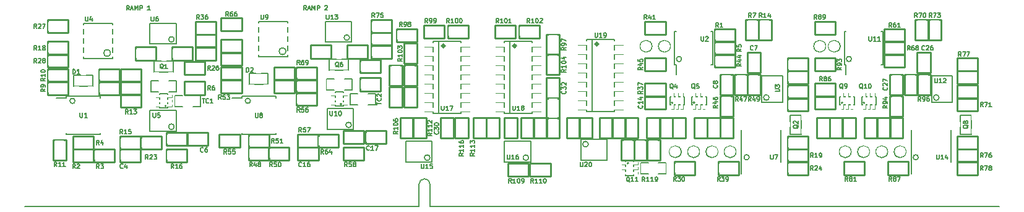
<source format=gto>
G04 #@! TF.FileFunction,Legend,Top*
%FSLAX46Y46*%
G04 Gerber Fmt 4.6, Leading zero omitted, Abs format (unit mm)*
G04 Created by KiCad (PCBNEW (2015-11-11 BZR 6310, Git 8f79b4f)-product) date 2016-01-24 6:08:41 PM*
%MOMM*%
G01*
G04 APERTURE LIST*
%ADD10C,0.100000*%
%ADD11C,0.152400*%
%ADD12C,0.200000*%
%ADD13C,0.127000*%
%ADD14C,0.254000*%
%ADD15C,0.066040*%
%ADD16C,0.203200*%
%ADD17C,0.150000*%
%ADD18C,0.381000*%
%ADD19C,0.149860*%
%ADD20R,1.143000X1.397000*%
%ADD21R,0.812800X1.143000*%
%ADD22R,1.143000X0.812800*%
%ADD23R,0.701040X1.000760*%
%ADD24R,1.000760X0.701040*%
%ADD25R,0.797560X0.398780*%
%ADD26R,0.398780X0.797560*%
%ADD27R,1.450000X0.450000*%
%ADD28R,0.450000X1.450000*%
%ADD29R,0.299720X1.300480*%
%ADD30R,1.998980X0.599440*%
%ADD31R,1.300480X0.299720*%
%ADD32R,0.450000X1.500000*%
%ADD33R,2.199640X0.599440*%
%ADD34C,1.200000*%
%ADD35C,1.500000*%
%ADD36R,0.800000X2.300000*%
G04 APERTURE END LIST*
D10*
D11*
X112001772Y-63525771D02*
X111798572Y-63235486D01*
X111653429Y-63525771D02*
X111653429Y-62916171D01*
X111885657Y-62916171D01*
X111943715Y-62945200D01*
X111972743Y-62974229D01*
X112001772Y-63032286D01*
X112001772Y-63119371D01*
X111972743Y-63177429D01*
X111943715Y-63206457D01*
X111885657Y-63235486D01*
X111653429Y-63235486D01*
X112234000Y-63351600D02*
X112524286Y-63351600D01*
X112175943Y-63525771D02*
X112379143Y-62916171D01*
X112582343Y-63525771D01*
X112785543Y-63525771D02*
X112785543Y-62916171D01*
X112988743Y-63351600D01*
X113191943Y-62916171D01*
X113191943Y-63525771D01*
X113482229Y-63525771D02*
X113482229Y-62916171D01*
X113714457Y-62916171D01*
X113772515Y-62945200D01*
X113801543Y-62974229D01*
X113830572Y-63032286D01*
X113830572Y-63119371D01*
X113801543Y-63177429D01*
X113772515Y-63206457D01*
X113714457Y-63235486D01*
X113482229Y-63235486D01*
X114527257Y-62974229D02*
X114556286Y-62945200D01*
X114614343Y-62916171D01*
X114759486Y-62916171D01*
X114817543Y-62945200D01*
X114846572Y-62974229D01*
X114875600Y-63032286D01*
X114875600Y-63090343D01*
X114846572Y-63177429D01*
X114498229Y-63525771D01*
X114875600Y-63525771D01*
X87751772Y-63525771D02*
X87548572Y-63235486D01*
X87403429Y-63525771D02*
X87403429Y-62916171D01*
X87635657Y-62916171D01*
X87693715Y-62945200D01*
X87722743Y-62974229D01*
X87751772Y-63032286D01*
X87751772Y-63119371D01*
X87722743Y-63177429D01*
X87693715Y-63206457D01*
X87635657Y-63235486D01*
X87403429Y-63235486D01*
X87984000Y-63351600D02*
X88274286Y-63351600D01*
X87925943Y-63525771D02*
X88129143Y-62916171D01*
X88332343Y-63525771D01*
X88535543Y-63525771D02*
X88535543Y-62916171D01*
X88738743Y-63351600D01*
X88941943Y-62916171D01*
X88941943Y-63525771D01*
X89232229Y-63525771D02*
X89232229Y-62916171D01*
X89464457Y-62916171D01*
X89522515Y-62945200D01*
X89551543Y-62974229D01*
X89580572Y-63032286D01*
X89580572Y-63119371D01*
X89551543Y-63177429D01*
X89522515Y-63206457D01*
X89464457Y-63235486D01*
X89232229Y-63235486D01*
X90625600Y-63525771D02*
X90277257Y-63525771D01*
X90451429Y-63525771D02*
X90451429Y-62916171D01*
X90393372Y-63003257D01*
X90335314Y-63061314D01*
X90277257Y-63090343D01*
D12*
X195750000Y-83750000D02*
G75*
G03X195750000Y-83750000I-353553J0D01*
G01*
X186603553Y-70250000D02*
G75*
G03X186603553Y-70250000I-353553J0D01*
G01*
X163353553Y-70250000D02*
G75*
G03X163353553Y-70250000I-353553J0D01*
G01*
X172603553Y-83750000D02*
G75*
G03X172603553Y-83750000I-353553J0D01*
G01*
X80353553Y-76000000D02*
G75*
G03X80353553Y-76000000I-353553J0D01*
G01*
X104353553Y-76000000D02*
G75*
G03X104353553Y-76000000I-353553J0D01*
G01*
D13*
X91788800Y-74762000D02*
X90772800Y-74762000D01*
X90772800Y-74762000D02*
X90772800Y-73238000D01*
X90772800Y-73238000D02*
X91788800Y-73238000D01*
X93211200Y-73238000D02*
X94227200Y-73238000D01*
X94227200Y-73238000D02*
X94227200Y-74762000D01*
X94227200Y-74762000D02*
X93211200Y-74762000D01*
D14*
X89299100Y-82600000D02*
X86499100Y-82600000D01*
X86499100Y-82600000D02*
X86499100Y-84400000D01*
X86499100Y-84400000D02*
X89299100Y-84400000D01*
X89299100Y-84400000D02*
X89299100Y-82600000D01*
X180650000Y-73850000D02*
X177850000Y-73850000D01*
X177850000Y-73850000D02*
X177850000Y-75650000D01*
X177850000Y-75650000D02*
X180650000Y-75650000D01*
X180650000Y-75650000D02*
X180650000Y-73850000D01*
X95749100Y-82150000D02*
X98549100Y-82150000D01*
X98549100Y-82150000D02*
X98549100Y-80350000D01*
X98549100Y-80350000D02*
X95749100Y-80350000D01*
X95749100Y-80350000D02*
X95749100Y-82150000D01*
X174150000Y-72150000D02*
X174150000Y-69350000D01*
X174150000Y-69350000D02*
X172350000Y-69350000D01*
X172350000Y-69350000D02*
X172350000Y-72150000D01*
X172350000Y-72150000D02*
X174150000Y-72150000D01*
X168600000Y-72350000D02*
X168600000Y-75150000D01*
X168600000Y-75150000D02*
X170400000Y-75150000D01*
X170400000Y-75150000D02*
X170400000Y-72350000D01*
X170400000Y-72350000D02*
X168600000Y-72350000D01*
X89400000Y-73350000D02*
X86600000Y-73350000D01*
X86600000Y-73350000D02*
X86600000Y-75150000D01*
X86600000Y-75150000D02*
X89400000Y-75150000D01*
X89400000Y-75150000D02*
X89400000Y-73350000D01*
X96400000Y-68600000D02*
X93600000Y-68600000D01*
X93600000Y-68600000D02*
X93600000Y-70400000D01*
X93600000Y-70400000D02*
X96400000Y-70400000D01*
X96400000Y-70400000D02*
X96400000Y-68600000D01*
X99650000Y-68600000D02*
X96850000Y-68600000D01*
X96850000Y-68600000D02*
X96850000Y-70400000D01*
X96850000Y-70400000D02*
X99650000Y-70400000D01*
X99650000Y-70400000D02*
X99650000Y-68600000D01*
X158350000Y-77150000D02*
X161150000Y-77150000D01*
X161150000Y-77150000D02*
X161150000Y-75350000D01*
X161150000Y-75350000D02*
X158350000Y-75350000D01*
X158350000Y-75350000D02*
X158350000Y-77150000D01*
D13*
X115788800Y-74512000D02*
X114772800Y-74512000D01*
X114772800Y-74512000D02*
X114772800Y-72988000D01*
X114772800Y-72988000D02*
X115788800Y-72988000D01*
X117211200Y-72988000D02*
X118227200Y-72988000D01*
X118227200Y-72988000D02*
X118227200Y-74512000D01*
X118227200Y-74512000D02*
X117211200Y-74512000D01*
D14*
X113650000Y-82350000D02*
X110850000Y-82350000D01*
X110850000Y-82350000D02*
X110850000Y-84150000D01*
X110850000Y-84150000D02*
X113650000Y-84150000D01*
X113650000Y-84150000D02*
X113650000Y-82350000D01*
X120100000Y-81900000D02*
X122900000Y-81900000D01*
X122900000Y-81900000D02*
X122900000Y-80100000D01*
X122900000Y-80100000D02*
X120100000Y-80100000D01*
X120100000Y-80100000D02*
X120100000Y-81900000D01*
X113400000Y-73100000D02*
X110600000Y-73100000D01*
X110600000Y-73100000D02*
X110600000Y-74900000D01*
X110600000Y-74900000D02*
X113400000Y-74900000D01*
X113400000Y-74900000D02*
X113400000Y-73100000D01*
X120400000Y-68350000D02*
X117600000Y-68350000D01*
X117600000Y-68350000D02*
X117600000Y-70150000D01*
X117600000Y-70150000D02*
X120400000Y-70150000D01*
X120400000Y-70150000D02*
X120400000Y-68350000D01*
X203900000Y-73850000D02*
X201100000Y-73850000D01*
X201100000Y-73850000D02*
X201100000Y-75650000D01*
X201100000Y-75650000D02*
X203900000Y-75650000D01*
X203900000Y-75650000D02*
X203900000Y-73850000D01*
X123650000Y-68350000D02*
X120850000Y-68350000D01*
X120850000Y-68350000D02*
X120850000Y-70150000D01*
X120850000Y-70150000D02*
X123650000Y-70150000D01*
X123650000Y-70150000D02*
X123650000Y-68350000D01*
X197400000Y-72150000D02*
X197400000Y-69350000D01*
X197400000Y-69350000D02*
X195600000Y-69350000D01*
X195600000Y-69350000D02*
X195600000Y-72150000D01*
X195600000Y-72150000D02*
X197400000Y-72150000D01*
X191850000Y-72350000D02*
X191850000Y-75150000D01*
X191850000Y-75150000D02*
X193650000Y-75150000D01*
X193650000Y-75150000D02*
X193650000Y-72350000D01*
X193650000Y-72350000D02*
X191850000Y-72350000D01*
X181600000Y-77150000D02*
X184400000Y-77150000D01*
X184400000Y-77150000D02*
X184400000Y-75350000D01*
X184400000Y-75350000D02*
X181600000Y-75350000D01*
X181600000Y-75350000D02*
X181600000Y-77150000D01*
X125350000Y-74100000D02*
X125350000Y-76900000D01*
X125350000Y-76900000D02*
X127150000Y-76900000D01*
X127150000Y-76900000D02*
X127150000Y-74100000D01*
X127150000Y-74100000D02*
X125350000Y-74100000D01*
X130350000Y-78350000D02*
X130350000Y-81150000D01*
X130350000Y-81150000D02*
X132150000Y-81150000D01*
X132150000Y-81150000D02*
X132150000Y-78350000D01*
X132150000Y-78350000D02*
X130350000Y-78350000D01*
X139100000Y-78350000D02*
X139100000Y-81150000D01*
X139100000Y-81150000D02*
X140900000Y-81150000D01*
X140900000Y-81150000D02*
X140900000Y-78350000D01*
X140900000Y-78350000D02*
X139100000Y-78350000D01*
X144850000Y-72850000D02*
X144850000Y-75650000D01*
X144850000Y-75650000D02*
X146650000Y-75650000D01*
X146650000Y-75650000D02*
X146650000Y-72850000D01*
X146650000Y-72850000D02*
X144850000Y-72850000D01*
X151150000Y-81150000D02*
X151150000Y-78350000D01*
X151150000Y-78350000D02*
X149350000Y-78350000D01*
X149350000Y-78350000D02*
X149350000Y-81150000D01*
X149350000Y-81150000D02*
X151150000Y-81150000D01*
X156850000Y-81350000D02*
X156850000Y-84150000D01*
X156850000Y-84150000D02*
X158650000Y-84150000D01*
X158650000Y-84150000D02*
X158650000Y-81350000D01*
X158650000Y-81350000D02*
X156850000Y-81350000D01*
D13*
X82770000Y-74012000D02*
X80166500Y-74012000D01*
X80166500Y-74012000D02*
X80166500Y-72488000D01*
X80166500Y-72488000D02*
X82770000Y-72488000D01*
X82770000Y-72488000D02*
X82770000Y-74012000D01*
X106770000Y-73762000D02*
X104166500Y-73762000D01*
X104166500Y-73762000D02*
X104166500Y-72238000D01*
X104166500Y-72238000D02*
X106770000Y-72238000D01*
X106770000Y-72238000D02*
X106770000Y-73762000D01*
X93770000Y-72012000D02*
X91166500Y-72012000D01*
X91166500Y-72012000D02*
X91166500Y-70488000D01*
X91166500Y-70488000D02*
X93770000Y-70488000D01*
X93770000Y-70488000D02*
X93770000Y-72012000D01*
X179762000Y-77980000D02*
X179762000Y-80583500D01*
X179762000Y-80583500D02*
X178238000Y-80583500D01*
X178238000Y-80583500D02*
X178238000Y-77980000D01*
X178238000Y-77980000D02*
X179762000Y-77980000D01*
D15*
X93599820Y-76797560D02*
X93599820Y-76497840D01*
X93599820Y-76497840D02*
X93099440Y-76497840D01*
X93099440Y-76797560D02*
X93099440Y-76497840D01*
X93599820Y-76797560D02*
X93099440Y-76797560D01*
X93599820Y-76149860D02*
X93599820Y-75850140D01*
X93599820Y-75850140D02*
X93099440Y-75850140D01*
X93099440Y-76149860D02*
X93099440Y-75850140D01*
X93599820Y-76149860D02*
X93099440Y-76149860D01*
X93599820Y-75502160D02*
X93599820Y-75202440D01*
X93599820Y-75202440D02*
X93099440Y-75202440D01*
X93099440Y-75502160D02*
X93099440Y-75202440D01*
X93599820Y-75502160D02*
X93099440Y-75502160D01*
X91900560Y-75502160D02*
X91900560Y-75202440D01*
X91900560Y-75202440D02*
X91400180Y-75202440D01*
X91400180Y-75502160D02*
X91400180Y-75202440D01*
X91900560Y-75502160D02*
X91400180Y-75502160D01*
X91900560Y-76149860D02*
X91900560Y-75850140D01*
X91900560Y-75850140D02*
X91400180Y-75850140D01*
X91400180Y-76149860D02*
X91400180Y-75850140D01*
X91900560Y-76149860D02*
X91400180Y-76149860D01*
X91900560Y-76797560D02*
X91900560Y-76497840D01*
X91900560Y-76497840D02*
X91400180Y-76497840D01*
X91400180Y-76797560D02*
X91400180Y-76497840D01*
X91900560Y-76797560D02*
X91400180Y-76797560D01*
D16*
X91951360Y-76998220D02*
X91951360Y-75001780D01*
X91951360Y-75001780D02*
X93048640Y-75001780D01*
X93048640Y-75001780D02*
X93048640Y-76998220D01*
X93048640Y-76998220D02*
X91951360Y-76998220D01*
D11*
X92853091Y-76698500D02*
G75*
G03X92853091Y-76698500I-104171J0D01*
G01*
D15*
X161952440Y-77099820D02*
X162252160Y-77099820D01*
X162252160Y-77099820D02*
X162252160Y-76599440D01*
X161952440Y-76599440D02*
X162252160Y-76599440D01*
X161952440Y-77099820D02*
X161952440Y-76599440D01*
X162600140Y-77099820D02*
X162899860Y-77099820D01*
X162899860Y-77099820D02*
X162899860Y-76599440D01*
X162600140Y-76599440D02*
X162899860Y-76599440D01*
X162600140Y-77099820D02*
X162600140Y-76599440D01*
X163247840Y-77099820D02*
X163547560Y-77099820D01*
X163547560Y-77099820D02*
X163547560Y-76599440D01*
X163247840Y-76599440D02*
X163547560Y-76599440D01*
X163247840Y-77099820D02*
X163247840Y-76599440D01*
X163247840Y-75400560D02*
X163547560Y-75400560D01*
X163547560Y-75400560D02*
X163547560Y-74900180D01*
X163247840Y-74900180D02*
X163547560Y-74900180D01*
X163247840Y-75400560D02*
X163247840Y-74900180D01*
X162600140Y-75400560D02*
X162899860Y-75400560D01*
X162899860Y-75400560D02*
X162899860Y-74900180D01*
X162600140Y-74900180D02*
X162899860Y-74900180D01*
X162600140Y-75400560D02*
X162600140Y-74900180D01*
X161952440Y-75400560D02*
X162252160Y-75400560D01*
X162252160Y-75400560D02*
X162252160Y-74900180D01*
X161952440Y-74900180D02*
X162252160Y-74900180D01*
X161952440Y-75400560D02*
X161952440Y-74900180D01*
D16*
X161751780Y-75451360D02*
X163748220Y-75451360D01*
X163748220Y-75451360D02*
X163748220Y-76548640D01*
X163748220Y-76548640D02*
X161751780Y-76548640D01*
X161751780Y-76548640D02*
X161751780Y-75451360D01*
D11*
X162155671Y-76248920D02*
G75*
G03X162155671Y-76248920I-104171J0D01*
G01*
D15*
X164952440Y-77099820D02*
X165252160Y-77099820D01*
X165252160Y-77099820D02*
X165252160Y-76599440D01*
X164952440Y-76599440D02*
X165252160Y-76599440D01*
X164952440Y-77099820D02*
X164952440Y-76599440D01*
X165600140Y-77099820D02*
X165899860Y-77099820D01*
X165899860Y-77099820D02*
X165899860Y-76599440D01*
X165600140Y-76599440D02*
X165899860Y-76599440D01*
X165600140Y-77099820D02*
X165600140Y-76599440D01*
X166247840Y-77099820D02*
X166547560Y-77099820D01*
X166547560Y-77099820D02*
X166547560Y-76599440D01*
X166247840Y-76599440D02*
X166547560Y-76599440D01*
X166247840Y-77099820D02*
X166247840Y-76599440D01*
X166247840Y-75400560D02*
X166547560Y-75400560D01*
X166547560Y-75400560D02*
X166547560Y-74900180D01*
X166247840Y-74900180D02*
X166547560Y-74900180D01*
X166247840Y-75400560D02*
X166247840Y-74900180D01*
X165600140Y-75400560D02*
X165899860Y-75400560D01*
X165899860Y-75400560D02*
X165899860Y-74900180D01*
X165600140Y-74900180D02*
X165899860Y-74900180D01*
X165600140Y-75400560D02*
X165600140Y-74900180D01*
X164952440Y-75400560D02*
X165252160Y-75400560D01*
X165252160Y-75400560D02*
X165252160Y-74900180D01*
X164952440Y-74900180D02*
X165252160Y-74900180D01*
X164952440Y-75400560D02*
X164952440Y-74900180D01*
D16*
X164751780Y-75451360D02*
X166748220Y-75451360D01*
X166748220Y-75451360D02*
X166748220Y-76548640D01*
X166748220Y-76548640D02*
X164751780Y-76548640D01*
X164751780Y-76548640D02*
X164751780Y-75451360D01*
D11*
X165155671Y-76248920D02*
G75*
G03X165155671Y-76248920I-104171J0D01*
G01*
D13*
X117770000Y-71762000D02*
X115166500Y-71762000D01*
X115166500Y-71762000D02*
X115166500Y-70238000D01*
X115166500Y-70238000D02*
X117770000Y-70238000D01*
X117770000Y-70238000D02*
X117770000Y-71762000D01*
D15*
X117599820Y-76547560D02*
X117599820Y-76247840D01*
X117599820Y-76247840D02*
X117099440Y-76247840D01*
X117099440Y-76547560D02*
X117099440Y-76247840D01*
X117599820Y-76547560D02*
X117099440Y-76547560D01*
X117599820Y-75899860D02*
X117599820Y-75600140D01*
X117599820Y-75600140D02*
X117099440Y-75600140D01*
X117099440Y-75899860D02*
X117099440Y-75600140D01*
X117599820Y-75899860D02*
X117099440Y-75899860D01*
X117599820Y-75252160D02*
X117599820Y-74952440D01*
X117599820Y-74952440D02*
X117099440Y-74952440D01*
X117099440Y-75252160D02*
X117099440Y-74952440D01*
X117599820Y-75252160D02*
X117099440Y-75252160D01*
X115900560Y-75252160D02*
X115900560Y-74952440D01*
X115900560Y-74952440D02*
X115400180Y-74952440D01*
X115400180Y-75252160D02*
X115400180Y-74952440D01*
X115900560Y-75252160D02*
X115400180Y-75252160D01*
X115900560Y-75899860D02*
X115900560Y-75600140D01*
X115900560Y-75600140D02*
X115400180Y-75600140D01*
X115400180Y-75899860D02*
X115400180Y-75600140D01*
X115900560Y-75899860D02*
X115400180Y-75899860D01*
X115900560Y-76547560D02*
X115900560Y-76247840D01*
X115900560Y-76247840D02*
X115400180Y-76247840D01*
X115400180Y-76547560D02*
X115400180Y-76247840D01*
X115900560Y-76547560D02*
X115400180Y-76547560D01*
D16*
X115951360Y-76748220D02*
X115951360Y-74751780D01*
X115951360Y-74751780D02*
X117048640Y-74751780D01*
X117048640Y-74751780D02*
X117048640Y-76748220D01*
X117048640Y-76748220D02*
X115951360Y-76748220D01*
D11*
X116853091Y-76448500D02*
G75*
G03X116853091Y-76448500I-104171J0D01*
G01*
D13*
X203012000Y-77980000D02*
X203012000Y-80583500D01*
X203012000Y-80583500D02*
X201488000Y-80583500D01*
X201488000Y-80583500D02*
X201488000Y-77980000D01*
X201488000Y-77980000D02*
X203012000Y-77980000D01*
D15*
X185202440Y-77099820D02*
X185502160Y-77099820D01*
X185502160Y-77099820D02*
X185502160Y-76599440D01*
X185202440Y-76599440D02*
X185502160Y-76599440D01*
X185202440Y-77099820D02*
X185202440Y-76599440D01*
X185850140Y-77099820D02*
X186149860Y-77099820D01*
X186149860Y-77099820D02*
X186149860Y-76599440D01*
X185850140Y-76599440D02*
X186149860Y-76599440D01*
X185850140Y-77099820D02*
X185850140Y-76599440D01*
X186497840Y-77099820D02*
X186797560Y-77099820D01*
X186797560Y-77099820D02*
X186797560Y-76599440D01*
X186497840Y-76599440D02*
X186797560Y-76599440D01*
X186497840Y-77099820D02*
X186497840Y-76599440D01*
X186497840Y-75400560D02*
X186797560Y-75400560D01*
X186797560Y-75400560D02*
X186797560Y-74900180D01*
X186497840Y-74900180D02*
X186797560Y-74900180D01*
X186497840Y-75400560D02*
X186497840Y-74900180D01*
X185850140Y-75400560D02*
X186149860Y-75400560D01*
X186149860Y-75400560D02*
X186149860Y-74900180D01*
X185850140Y-74900180D02*
X186149860Y-74900180D01*
X185850140Y-75400560D02*
X185850140Y-74900180D01*
X185202440Y-75400560D02*
X185502160Y-75400560D01*
X185502160Y-75400560D02*
X185502160Y-74900180D01*
X185202440Y-74900180D02*
X185502160Y-74900180D01*
X185202440Y-75400560D02*
X185202440Y-74900180D01*
D16*
X185001780Y-75451360D02*
X186998220Y-75451360D01*
X186998220Y-75451360D02*
X186998220Y-76548640D01*
X186998220Y-76548640D02*
X185001780Y-76548640D01*
X185001780Y-76548640D02*
X185001780Y-75451360D01*
D11*
X185405671Y-76248920D02*
G75*
G03X185405671Y-76248920I-104171J0D01*
G01*
D15*
X188202440Y-77099820D02*
X188502160Y-77099820D01*
X188502160Y-77099820D02*
X188502160Y-76599440D01*
X188202440Y-76599440D02*
X188502160Y-76599440D01*
X188202440Y-77099820D02*
X188202440Y-76599440D01*
X188850140Y-77099820D02*
X189149860Y-77099820D01*
X189149860Y-77099820D02*
X189149860Y-76599440D01*
X188850140Y-76599440D02*
X189149860Y-76599440D01*
X188850140Y-77099820D02*
X188850140Y-76599440D01*
X189497840Y-77099820D02*
X189797560Y-77099820D01*
X189797560Y-77099820D02*
X189797560Y-76599440D01*
X189497840Y-76599440D02*
X189797560Y-76599440D01*
X189497840Y-77099820D02*
X189497840Y-76599440D01*
X189497840Y-75400560D02*
X189797560Y-75400560D01*
X189797560Y-75400560D02*
X189797560Y-74900180D01*
X189497840Y-74900180D02*
X189797560Y-74900180D01*
X189497840Y-75400560D02*
X189497840Y-74900180D01*
X188850140Y-75400560D02*
X189149860Y-75400560D01*
X189149860Y-75400560D02*
X189149860Y-74900180D01*
X188850140Y-74900180D02*
X189149860Y-74900180D01*
X188850140Y-75400560D02*
X188850140Y-74900180D01*
X188202440Y-75400560D02*
X188502160Y-75400560D01*
X188502160Y-75400560D02*
X188502160Y-74900180D01*
X188202440Y-74900180D02*
X188502160Y-74900180D01*
X188202440Y-75400560D02*
X188202440Y-74900180D01*
D16*
X188001780Y-75451360D02*
X189998220Y-75451360D01*
X189998220Y-75451360D02*
X189998220Y-76548640D01*
X189998220Y-76548640D02*
X188001780Y-76548640D01*
X188001780Y-76548640D02*
X188001780Y-75451360D01*
D11*
X188405671Y-76248920D02*
G75*
G03X188405671Y-76248920I-104171J0D01*
G01*
D15*
X155150180Y-84452440D02*
X155150180Y-84752160D01*
X155150180Y-84752160D02*
X155650560Y-84752160D01*
X155650560Y-84452440D02*
X155650560Y-84752160D01*
X155150180Y-84452440D02*
X155650560Y-84452440D01*
X155150180Y-85100140D02*
X155150180Y-85399860D01*
X155150180Y-85399860D02*
X155650560Y-85399860D01*
X155650560Y-85100140D02*
X155650560Y-85399860D01*
X155150180Y-85100140D02*
X155650560Y-85100140D01*
X155150180Y-85747840D02*
X155150180Y-86047560D01*
X155150180Y-86047560D02*
X155650560Y-86047560D01*
X155650560Y-85747840D02*
X155650560Y-86047560D01*
X155150180Y-85747840D02*
X155650560Y-85747840D01*
X156849440Y-85747840D02*
X156849440Y-86047560D01*
X156849440Y-86047560D02*
X157349820Y-86047560D01*
X157349820Y-85747840D02*
X157349820Y-86047560D01*
X156849440Y-85747840D02*
X157349820Y-85747840D01*
X156849440Y-85100140D02*
X156849440Y-85399860D01*
X156849440Y-85399860D02*
X157349820Y-85399860D01*
X157349820Y-85100140D02*
X157349820Y-85399860D01*
X156849440Y-85100140D02*
X157349820Y-85100140D01*
X156849440Y-84452440D02*
X156849440Y-84752160D01*
X156849440Y-84752160D02*
X157349820Y-84752160D01*
X157349820Y-84452440D02*
X157349820Y-84752160D01*
X156849440Y-84452440D02*
X157349820Y-84452440D01*
D16*
X156798640Y-84251780D02*
X156798640Y-86248220D01*
X156798640Y-86248220D02*
X155701360Y-86248220D01*
X155701360Y-86248220D02*
X155701360Y-84251780D01*
X155701360Y-84251780D02*
X156798640Y-84251780D01*
D11*
X156105251Y-84551500D02*
G75*
G03X156105251Y-84551500I-104171J0D01*
G01*
D14*
X167850000Y-67900000D02*
X170650000Y-67900000D01*
X170650000Y-67900000D02*
X170650000Y-66100000D01*
X170650000Y-66100000D02*
X167850000Y-66100000D01*
X167850000Y-66100000D02*
X167850000Y-67900000D01*
X82900000Y-82600000D02*
X80100000Y-82600000D01*
X80100000Y-82600000D02*
X80100000Y-84400000D01*
X80100000Y-84400000D02*
X82900000Y-84400000D01*
X82900000Y-84400000D02*
X82900000Y-82600000D01*
X82950900Y-84400000D02*
X85750900Y-84400000D01*
X85750900Y-84400000D02*
X85750900Y-82600000D01*
X85750900Y-82600000D02*
X82950900Y-82600000D01*
X82950900Y-82600000D02*
X82950900Y-84400000D01*
X80100000Y-82650000D02*
X82900000Y-82650000D01*
X82900000Y-82650000D02*
X82900000Y-80850000D01*
X82900000Y-80850000D02*
X80100000Y-80850000D01*
X80100000Y-80850000D02*
X80100000Y-82650000D01*
X170650000Y-67850000D02*
X167850000Y-67850000D01*
X167850000Y-67850000D02*
X167850000Y-69650000D01*
X167850000Y-69650000D02*
X170650000Y-69650000D01*
X170650000Y-69650000D02*
X170650000Y-67850000D01*
X95350000Y-75150000D02*
X98150000Y-75150000D01*
X98150000Y-75150000D02*
X98150000Y-73350000D01*
X98150000Y-73350000D02*
X95350000Y-73350000D01*
X95350000Y-73350000D02*
X95350000Y-75150000D01*
X172100000Y-64850000D02*
X172100000Y-67650000D01*
X172100000Y-67650000D02*
X173900000Y-67650000D01*
X173900000Y-67650000D02*
X173900000Y-64850000D01*
X173900000Y-64850000D02*
X172100000Y-64850000D01*
X180650000Y-75600000D02*
X177850000Y-75600000D01*
X177850000Y-75600000D02*
X177850000Y-77400000D01*
X177850000Y-77400000D02*
X180650000Y-77400000D01*
X180650000Y-77400000D02*
X180650000Y-75600000D01*
X76600000Y-75150000D02*
X79400000Y-75150000D01*
X79400000Y-75150000D02*
X79400000Y-73350000D01*
X79400000Y-73350000D02*
X76600000Y-73350000D01*
X76600000Y-73350000D02*
X76600000Y-75150000D01*
X79400000Y-71600000D02*
X76600000Y-71600000D01*
X76600000Y-71600000D02*
X76600000Y-73400000D01*
X76600000Y-73400000D02*
X79400000Y-73400000D01*
X79400000Y-73400000D02*
X79400000Y-71600000D01*
X79150000Y-84150000D02*
X79150000Y-81350000D01*
X79150000Y-81350000D02*
X77350000Y-81350000D01*
X77350000Y-81350000D02*
X77350000Y-84150000D01*
X77350000Y-84150000D02*
X79150000Y-84150000D01*
X180650000Y-71850000D02*
X177850000Y-71850000D01*
X177850000Y-71850000D02*
X177850000Y-73650000D01*
X177850000Y-73650000D02*
X180650000Y-73650000D01*
X180650000Y-73650000D02*
X180650000Y-71850000D01*
X89400000Y-75100000D02*
X86600000Y-75100000D01*
X86600000Y-75100000D02*
X86600000Y-76900000D01*
X86600000Y-76900000D02*
X89400000Y-76900000D01*
X89400000Y-76900000D02*
X89400000Y-75100000D01*
X173850000Y-64850000D02*
X173850000Y-67650000D01*
X173850000Y-67650000D02*
X175650000Y-67650000D01*
X175650000Y-67650000D02*
X175650000Y-64850000D01*
X175650000Y-64850000D02*
X173850000Y-64850000D01*
X89299100Y-80850000D02*
X86499100Y-80850000D01*
X86499100Y-80850000D02*
X86499100Y-82650000D01*
X86499100Y-82650000D02*
X89299100Y-82650000D01*
X89299100Y-82650000D02*
X89299100Y-80850000D01*
X92850000Y-84400000D02*
X95650000Y-84400000D01*
X95650000Y-84400000D02*
X95650000Y-82600000D01*
X95650000Y-82600000D02*
X92850000Y-82600000D01*
X92850000Y-82600000D02*
X92850000Y-84400000D01*
X83600000Y-75150000D02*
X86400000Y-75150000D01*
X86400000Y-75150000D02*
X86400000Y-73350000D01*
X86400000Y-73350000D02*
X83600000Y-73350000D01*
X83600000Y-73350000D02*
X83600000Y-75150000D01*
X79400000Y-67850000D02*
X76600000Y-67850000D01*
X76600000Y-67850000D02*
X76600000Y-69650000D01*
X76600000Y-69650000D02*
X79400000Y-69650000D01*
X79400000Y-69650000D02*
X79400000Y-67850000D01*
X177850000Y-84400000D02*
X180650000Y-84400000D01*
X180650000Y-84400000D02*
X180650000Y-82600000D01*
X180650000Y-82600000D02*
X177850000Y-82600000D01*
X177850000Y-82600000D02*
X177850000Y-84400000D01*
X95650000Y-80350000D02*
X92850000Y-80350000D01*
X92850000Y-80350000D02*
X92850000Y-82150000D01*
X92850000Y-82150000D02*
X95650000Y-82150000D01*
X95650000Y-82150000D02*
X95650000Y-80350000D01*
X177850000Y-71900000D02*
X180650000Y-71900000D01*
X180650000Y-71900000D02*
X180650000Y-70100000D01*
X180650000Y-70100000D02*
X177850000Y-70100000D01*
X177850000Y-70100000D02*
X177850000Y-71900000D01*
X86400000Y-71600000D02*
X83600000Y-71600000D01*
X83600000Y-71600000D02*
X83600000Y-73400000D01*
X83600000Y-73400000D02*
X86400000Y-73400000D01*
X86400000Y-73400000D02*
X86400000Y-71600000D01*
X92150000Y-80850000D02*
X89350000Y-80850000D01*
X89350000Y-80850000D02*
X89350000Y-82650000D01*
X89350000Y-82650000D02*
X92150000Y-82650000D01*
X92150000Y-82650000D02*
X92150000Y-80850000D01*
X180650000Y-84350000D02*
X177850000Y-84350000D01*
X177850000Y-84350000D02*
X177850000Y-86150000D01*
X177850000Y-86150000D02*
X180650000Y-86150000D01*
X180650000Y-86150000D02*
X180650000Y-84350000D01*
X177850000Y-82650000D02*
X180650000Y-82650000D01*
X180650000Y-82650000D02*
X180650000Y-80850000D01*
X180650000Y-80850000D02*
X177850000Y-80850000D01*
X177850000Y-80850000D02*
X177850000Y-82650000D01*
X95350000Y-72400000D02*
X98150000Y-72400000D01*
X98150000Y-72400000D02*
X98150000Y-70600000D01*
X98150000Y-70600000D02*
X95350000Y-70600000D01*
X95350000Y-70600000D02*
X95350000Y-72400000D01*
X76600000Y-66650000D02*
X79400000Y-66650000D01*
X79400000Y-66650000D02*
X79400000Y-64850000D01*
X79400000Y-64850000D02*
X76600000Y-64850000D01*
X76600000Y-64850000D02*
X76600000Y-66650000D01*
X79400000Y-69600000D02*
X76600000Y-69600000D01*
X76600000Y-69600000D02*
X76600000Y-71400000D01*
X76600000Y-71400000D02*
X79400000Y-71400000D01*
X79400000Y-71400000D02*
X79400000Y-69600000D01*
X86600000Y-73400000D02*
X89400000Y-73400000D01*
X89400000Y-73400000D02*
X89400000Y-71600000D01*
X89400000Y-71600000D02*
X86600000Y-71600000D01*
X86600000Y-71600000D02*
X86600000Y-73400000D01*
X165150000Y-84350000D02*
X162350000Y-84350000D01*
X162350000Y-84350000D02*
X162350000Y-86150000D01*
X162350000Y-86150000D02*
X165150000Y-86150000D01*
X165150000Y-86150000D02*
X165150000Y-84350000D01*
X163900000Y-81150000D02*
X163900000Y-78350000D01*
X163900000Y-78350000D02*
X162100000Y-78350000D01*
X162100000Y-78350000D02*
X162100000Y-81150000D01*
X162100000Y-81150000D02*
X163900000Y-81150000D01*
X162150000Y-81150000D02*
X162150000Y-78350000D01*
X162150000Y-78350000D02*
X160350000Y-78350000D01*
X160350000Y-78350000D02*
X160350000Y-81150000D01*
X160350000Y-81150000D02*
X162150000Y-81150000D01*
X160400000Y-81150000D02*
X160400000Y-78350000D01*
X160400000Y-78350000D02*
X158600000Y-78350000D01*
X158600000Y-78350000D02*
X158600000Y-81150000D01*
X158600000Y-81150000D02*
X160400000Y-81150000D01*
X88600000Y-70400000D02*
X91400000Y-70400000D01*
X91400000Y-70400000D02*
X91400000Y-68600000D01*
X91400000Y-68600000D02*
X88600000Y-68600000D01*
X88600000Y-68600000D02*
X88600000Y-70400000D01*
X96850000Y-66900000D02*
X99650000Y-66900000D01*
X99650000Y-66900000D02*
X99650000Y-65100000D01*
X99650000Y-65100000D02*
X96850000Y-65100000D01*
X96850000Y-65100000D02*
X96850000Y-66900000D01*
X158350000Y-75400000D02*
X161150000Y-75400000D01*
X161150000Y-75400000D02*
X161150000Y-73600000D01*
X161150000Y-73600000D02*
X158350000Y-73600000D01*
X158350000Y-73600000D02*
X158350000Y-75400000D01*
X99650000Y-66850000D02*
X96850000Y-66850000D01*
X96850000Y-66850000D02*
X96850000Y-68650000D01*
X96850000Y-68650000D02*
X99650000Y-68650000D01*
X99650000Y-68650000D02*
X99650000Y-66850000D01*
X171150000Y-84350000D02*
X168350000Y-84350000D01*
X168350000Y-84350000D02*
X168350000Y-86150000D01*
X168350000Y-86150000D02*
X171150000Y-86150000D01*
X171150000Y-86150000D02*
X171150000Y-84350000D01*
X168600000Y-78350000D02*
X168600000Y-81150000D01*
X168600000Y-81150000D02*
X170400000Y-81150000D01*
X170400000Y-81150000D02*
X170400000Y-78350000D01*
X170400000Y-78350000D02*
X168600000Y-78350000D01*
X161150000Y-65100000D02*
X158350000Y-65100000D01*
X158350000Y-65100000D02*
X158350000Y-66900000D01*
X158350000Y-66900000D02*
X161150000Y-66900000D01*
X161150000Y-66900000D02*
X161150000Y-65100000D01*
X166850000Y-78350000D02*
X166850000Y-81150000D01*
X166850000Y-81150000D02*
X168650000Y-81150000D01*
X168650000Y-81150000D02*
X168650000Y-78350000D01*
X168650000Y-78350000D02*
X166850000Y-78350000D01*
X165100000Y-78350000D02*
X165100000Y-81150000D01*
X165100000Y-81150000D02*
X166900000Y-81150000D01*
X166900000Y-81150000D02*
X166900000Y-78350000D01*
X166900000Y-78350000D02*
X165100000Y-78350000D01*
X167850000Y-71400000D02*
X170650000Y-71400000D01*
X170650000Y-71400000D02*
X170650000Y-69600000D01*
X170650000Y-69600000D02*
X167850000Y-69600000D01*
X167850000Y-69600000D02*
X167850000Y-71400000D01*
X158350000Y-71900000D02*
X161150000Y-71900000D01*
X161150000Y-71900000D02*
X161150000Y-70100000D01*
X161150000Y-70100000D02*
X158350000Y-70100000D01*
X158350000Y-70100000D02*
X158350000Y-71900000D01*
X170400000Y-78150000D02*
X170400000Y-75350000D01*
X170400000Y-75350000D02*
X168600000Y-75350000D01*
X168600000Y-75350000D02*
X168600000Y-78150000D01*
X168600000Y-78150000D02*
X170400000Y-78150000D01*
X170600000Y-72350000D02*
X170600000Y-75150000D01*
X170600000Y-75150000D02*
X172400000Y-75150000D01*
X172400000Y-75150000D02*
X172400000Y-72350000D01*
X172400000Y-72350000D02*
X170600000Y-72350000D01*
X106900000Y-82350000D02*
X104100000Y-82350000D01*
X104100000Y-82350000D02*
X104100000Y-84150000D01*
X104100000Y-84150000D02*
X106900000Y-84150000D01*
X106900000Y-84150000D02*
X106900000Y-82350000D01*
X174150000Y-75150000D02*
X174150000Y-72350000D01*
X174150000Y-72350000D02*
X172350000Y-72350000D01*
X172350000Y-72350000D02*
X172350000Y-75150000D01*
X172350000Y-75150000D02*
X174150000Y-75150000D01*
X106850000Y-84150000D02*
X109650000Y-84150000D01*
X109650000Y-84150000D02*
X109650000Y-82350000D01*
X109650000Y-82350000D02*
X106850000Y-82350000D01*
X106850000Y-82350000D02*
X106850000Y-84150000D01*
X104100000Y-82400000D02*
X106900000Y-82400000D01*
X106900000Y-82400000D02*
X106900000Y-80600000D01*
X106900000Y-80600000D02*
X104100000Y-80600000D01*
X104100000Y-80600000D02*
X104100000Y-82400000D01*
X119350000Y-74650000D02*
X122150000Y-74650000D01*
X122150000Y-74650000D02*
X122150000Y-72850000D01*
X122150000Y-72850000D02*
X119350000Y-72850000D01*
X119350000Y-72850000D02*
X119350000Y-74650000D01*
X100350000Y-74900000D02*
X103150000Y-74900000D01*
X103150000Y-74900000D02*
X103150000Y-73100000D01*
X103150000Y-73100000D02*
X100350000Y-73100000D01*
X100350000Y-73100000D02*
X100350000Y-74900000D01*
X103150000Y-71350000D02*
X100350000Y-71350000D01*
X100350000Y-71350000D02*
X100350000Y-73150000D01*
X100350000Y-73150000D02*
X103150000Y-73150000D01*
X103150000Y-73150000D02*
X103150000Y-71350000D01*
X100100000Y-82400000D02*
X102900000Y-82400000D01*
X102900000Y-82400000D02*
X102900000Y-80600000D01*
X102900000Y-80600000D02*
X100100000Y-80600000D01*
X100100000Y-80600000D02*
X100100000Y-82400000D01*
X113400000Y-74850000D02*
X110600000Y-74850000D01*
X110600000Y-74850000D02*
X110600000Y-76650000D01*
X110600000Y-76650000D02*
X113400000Y-76650000D01*
X113400000Y-76650000D02*
X113400000Y-74850000D01*
X113650000Y-80600000D02*
X110850000Y-80600000D01*
X110850000Y-80600000D02*
X110850000Y-82400000D01*
X110850000Y-82400000D02*
X113650000Y-82400000D01*
X113650000Y-82400000D02*
X113650000Y-80600000D01*
X117100000Y-84150000D02*
X119900000Y-84150000D01*
X119900000Y-84150000D02*
X119900000Y-82350000D01*
X119900000Y-82350000D02*
X117100000Y-82350000D01*
X117100000Y-82350000D02*
X117100000Y-84150000D01*
X107600000Y-74900000D02*
X110400000Y-74900000D01*
X110400000Y-74900000D02*
X110400000Y-73100000D01*
X110400000Y-73100000D02*
X107600000Y-73100000D01*
X107600000Y-73100000D02*
X107600000Y-74900000D01*
X103150000Y-67600000D02*
X100350000Y-67600000D01*
X100350000Y-67600000D02*
X100350000Y-69400000D01*
X100350000Y-69400000D02*
X103150000Y-69400000D01*
X103150000Y-69400000D02*
X103150000Y-67600000D01*
X191100000Y-67900000D02*
X193900000Y-67900000D01*
X193900000Y-67900000D02*
X193900000Y-66100000D01*
X193900000Y-66100000D02*
X191100000Y-66100000D01*
X191100000Y-66100000D02*
X191100000Y-67900000D01*
X119900000Y-80100000D02*
X117100000Y-80100000D01*
X117100000Y-80100000D02*
X117100000Y-81900000D01*
X117100000Y-81900000D02*
X119900000Y-81900000D01*
X119900000Y-81900000D02*
X119900000Y-80100000D01*
X110400000Y-71350000D02*
X107600000Y-71350000D01*
X107600000Y-71350000D02*
X107600000Y-73150000D01*
X107600000Y-73150000D02*
X110400000Y-73150000D01*
X110400000Y-73150000D02*
X110400000Y-71350000D01*
X116400000Y-80600000D02*
X113600000Y-80600000D01*
X113600000Y-80600000D02*
X113600000Y-82400000D01*
X113600000Y-82400000D02*
X116400000Y-82400000D01*
X116400000Y-82400000D02*
X116400000Y-80600000D01*
X119350000Y-72150000D02*
X122150000Y-72150000D01*
X122150000Y-72150000D02*
X122150000Y-70350000D01*
X122150000Y-70350000D02*
X119350000Y-70350000D01*
X119350000Y-70350000D02*
X119350000Y-72150000D01*
X100350000Y-66400000D02*
X103150000Y-66400000D01*
X103150000Y-66400000D02*
X103150000Y-64600000D01*
X103150000Y-64600000D02*
X100350000Y-64600000D01*
X100350000Y-64600000D02*
X100350000Y-66400000D01*
X103150000Y-69350000D02*
X100350000Y-69350000D01*
X100350000Y-69350000D02*
X100350000Y-71150000D01*
X100350000Y-71150000D02*
X103150000Y-71150000D01*
X103150000Y-71150000D02*
X103150000Y-69350000D01*
X193900000Y-67850000D02*
X191100000Y-67850000D01*
X191100000Y-67850000D02*
X191100000Y-69650000D01*
X191100000Y-69650000D02*
X193900000Y-69650000D01*
X193900000Y-69650000D02*
X193900000Y-67850000D01*
X110600000Y-73150000D02*
X113400000Y-73150000D01*
X113400000Y-73150000D02*
X113400000Y-71350000D01*
X113400000Y-71350000D02*
X110600000Y-71350000D01*
X110600000Y-71350000D02*
X110600000Y-73150000D01*
X195350000Y-64850000D02*
X195350000Y-67650000D01*
X195350000Y-67650000D02*
X197150000Y-67650000D01*
X197150000Y-67650000D02*
X197150000Y-64850000D01*
X197150000Y-64850000D02*
X195350000Y-64850000D01*
X203900000Y-75600000D02*
X201100000Y-75600000D01*
X201100000Y-75600000D02*
X201100000Y-77400000D01*
X201100000Y-77400000D02*
X203900000Y-77400000D01*
X203900000Y-77400000D02*
X203900000Y-75600000D01*
X203900000Y-71850000D02*
X201100000Y-71850000D01*
X201100000Y-71850000D02*
X201100000Y-73650000D01*
X201100000Y-73650000D02*
X203900000Y-73650000D01*
X203900000Y-73650000D02*
X203900000Y-71850000D01*
X197100000Y-64850000D02*
X197100000Y-67650000D01*
X197100000Y-67650000D02*
X198900000Y-67650000D01*
X198900000Y-67650000D02*
X198900000Y-64850000D01*
X198900000Y-64850000D02*
X197100000Y-64850000D01*
X112600000Y-70150000D02*
X115400000Y-70150000D01*
X115400000Y-70150000D02*
X115400000Y-68350000D01*
X115400000Y-68350000D02*
X112600000Y-68350000D01*
X112600000Y-68350000D02*
X112600000Y-70150000D01*
X120850000Y-66650000D02*
X123650000Y-66650000D01*
X123650000Y-66650000D02*
X123650000Y-64850000D01*
X123650000Y-64850000D02*
X120850000Y-64850000D01*
X120850000Y-64850000D02*
X120850000Y-66650000D01*
X203900000Y-82600000D02*
X201100000Y-82600000D01*
X201100000Y-82600000D02*
X201100000Y-84400000D01*
X201100000Y-84400000D02*
X203900000Y-84400000D01*
X203900000Y-84400000D02*
X203900000Y-82600000D01*
X201100000Y-71900000D02*
X203900000Y-71900000D01*
X203900000Y-71900000D02*
X203900000Y-70100000D01*
X203900000Y-70100000D02*
X201100000Y-70100000D01*
X201100000Y-70100000D02*
X201100000Y-71900000D01*
X201100000Y-86150000D02*
X203900000Y-86150000D01*
X203900000Y-86150000D02*
X203900000Y-84350000D01*
X203900000Y-84350000D02*
X201100000Y-84350000D01*
X201100000Y-84350000D02*
X201100000Y-86150000D01*
X203900000Y-80850000D02*
X201100000Y-80850000D01*
X201100000Y-80850000D02*
X201100000Y-82650000D01*
X201100000Y-82650000D02*
X203900000Y-82650000D01*
X203900000Y-82650000D02*
X203900000Y-80850000D01*
X123650000Y-66600000D02*
X120850000Y-66600000D01*
X120850000Y-66600000D02*
X120850000Y-68400000D01*
X120850000Y-68400000D02*
X123650000Y-68400000D01*
X123650000Y-68400000D02*
X123650000Y-66600000D01*
X188400000Y-84350000D02*
X185600000Y-84350000D01*
X185600000Y-84350000D02*
X185600000Y-86150000D01*
X185600000Y-86150000D02*
X188400000Y-86150000D01*
X188400000Y-86150000D02*
X188400000Y-84350000D01*
X187150000Y-81150000D02*
X187150000Y-78350000D01*
X187150000Y-78350000D02*
X185350000Y-78350000D01*
X185350000Y-78350000D02*
X185350000Y-81150000D01*
X185350000Y-81150000D02*
X187150000Y-81150000D01*
X185400000Y-81150000D02*
X185400000Y-78350000D01*
X185400000Y-78350000D02*
X183600000Y-78350000D01*
X183600000Y-78350000D02*
X183600000Y-81150000D01*
X183600000Y-81150000D02*
X185400000Y-81150000D01*
X183650000Y-81150000D02*
X183650000Y-78350000D01*
X183650000Y-78350000D02*
X181850000Y-78350000D01*
X181850000Y-78350000D02*
X181850000Y-81150000D01*
X181850000Y-81150000D02*
X183650000Y-81150000D01*
X181600000Y-75400000D02*
X184400000Y-75400000D01*
X184400000Y-75400000D02*
X184400000Y-73600000D01*
X184400000Y-73600000D02*
X181600000Y-73600000D01*
X181600000Y-73600000D02*
X181600000Y-75400000D01*
X194400000Y-84350000D02*
X191600000Y-84350000D01*
X191600000Y-84350000D02*
X191600000Y-86150000D01*
X191600000Y-86150000D02*
X194400000Y-86150000D01*
X194400000Y-86150000D02*
X194400000Y-84350000D01*
X191850000Y-78350000D02*
X191850000Y-81150000D01*
X191850000Y-81150000D02*
X193650000Y-81150000D01*
X193650000Y-81150000D02*
X193650000Y-78350000D01*
X193650000Y-78350000D02*
X191850000Y-78350000D01*
X184400000Y-65100000D02*
X181600000Y-65100000D01*
X181600000Y-65100000D02*
X181600000Y-66900000D01*
X181600000Y-66900000D02*
X184400000Y-66900000D01*
X184400000Y-66900000D02*
X184400000Y-65100000D01*
X190100000Y-78350000D02*
X190100000Y-81150000D01*
X190100000Y-81150000D02*
X191900000Y-81150000D01*
X191900000Y-81150000D02*
X191900000Y-78350000D01*
X191900000Y-78350000D02*
X190100000Y-78350000D01*
X188350000Y-78350000D02*
X188350000Y-81150000D01*
X188350000Y-81150000D02*
X190150000Y-81150000D01*
X190150000Y-81150000D02*
X190150000Y-78350000D01*
X190150000Y-78350000D02*
X188350000Y-78350000D01*
X191100000Y-71400000D02*
X193900000Y-71400000D01*
X193900000Y-71400000D02*
X193900000Y-69600000D01*
X193900000Y-69600000D02*
X191100000Y-69600000D01*
X191100000Y-69600000D02*
X191100000Y-71400000D01*
X181600000Y-71900000D02*
X184400000Y-71900000D01*
X184400000Y-71900000D02*
X184400000Y-70100000D01*
X184400000Y-70100000D02*
X181600000Y-70100000D01*
X181600000Y-70100000D02*
X181600000Y-71900000D01*
X193650000Y-78150000D02*
X193650000Y-75350000D01*
X193650000Y-75350000D02*
X191850000Y-75350000D01*
X191850000Y-75350000D02*
X191850000Y-78150000D01*
X191850000Y-78150000D02*
X193650000Y-78150000D01*
X193850000Y-72350000D02*
X193850000Y-75150000D01*
X193850000Y-75150000D02*
X195650000Y-75150000D01*
X195650000Y-75150000D02*
X195650000Y-72350000D01*
X195650000Y-72350000D02*
X193850000Y-72350000D01*
X197400000Y-75150000D02*
X197400000Y-72350000D01*
X197400000Y-72350000D02*
X195600000Y-72350000D01*
X195600000Y-72350000D02*
X195600000Y-75150000D01*
X195600000Y-75150000D02*
X197400000Y-75150000D01*
X144850000Y-66850000D02*
X144850000Y-69650000D01*
X144850000Y-69650000D02*
X146650000Y-69650000D01*
X146650000Y-69650000D02*
X146650000Y-66850000D01*
X146650000Y-66850000D02*
X144850000Y-66850000D01*
X124350000Y-67900000D02*
X127150000Y-67900000D01*
X127150000Y-67900000D02*
X127150000Y-66100000D01*
X127150000Y-66100000D02*
X124350000Y-66100000D01*
X124350000Y-66100000D02*
X124350000Y-67900000D01*
X128100000Y-67400000D02*
X130900000Y-67400000D01*
X130900000Y-67400000D02*
X130900000Y-65600000D01*
X130900000Y-65600000D02*
X128100000Y-65600000D01*
X128100000Y-65600000D02*
X128100000Y-67400000D01*
X134150000Y-65600000D02*
X131350000Y-65600000D01*
X131350000Y-65600000D02*
X131350000Y-67400000D01*
X131350000Y-67400000D02*
X134150000Y-67400000D01*
X134150000Y-67400000D02*
X134150000Y-65600000D01*
X137850000Y-67400000D02*
X140650000Y-67400000D01*
X140650000Y-67400000D02*
X140650000Y-65600000D01*
X140650000Y-65600000D02*
X137850000Y-65600000D01*
X137850000Y-65600000D02*
X137850000Y-67400000D01*
X143900000Y-65600000D02*
X141100000Y-65600000D01*
X141100000Y-65600000D02*
X141100000Y-67400000D01*
X141100000Y-67400000D02*
X143900000Y-67400000D01*
X143900000Y-67400000D02*
X143900000Y-65600000D01*
X127150000Y-70900000D02*
X127150000Y-68100000D01*
X127150000Y-68100000D02*
X125350000Y-68100000D01*
X125350000Y-68100000D02*
X125350000Y-70900000D01*
X125350000Y-70900000D02*
X127150000Y-70900000D01*
X144850000Y-69600000D02*
X144850000Y-72400000D01*
X144850000Y-72400000D02*
X146650000Y-72400000D01*
X146650000Y-72400000D02*
X146650000Y-69600000D01*
X146650000Y-69600000D02*
X144850000Y-69600000D01*
X123350000Y-71100000D02*
X123350000Y-73900000D01*
X123350000Y-73900000D02*
X125150000Y-73900000D01*
X125150000Y-73900000D02*
X125150000Y-71100000D01*
X125150000Y-71100000D02*
X123350000Y-71100000D01*
X124850000Y-78350000D02*
X124850000Y-81150000D01*
X124850000Y-81150000D02*
X126650000Y-81150000D01*
X126650000Y-81150000D02*
X126650000Y-78350000D01*
X126650000Y-78350000D02*
X124850000Y-78350000D01*
X134850000Y-78350000D02*
X134850000Y-81150000D01*
X134850000Y-81150000D02*
X136650000Y-81150000D01*
X136650000Y-81150000D02*
X136650000Y-78350000D01*
X136650000Y-78350000D02*
X134850000Y-78350000D01*
X143100000Y-78350000D02*
X143100000Y-81150000D01*
X143100000Y-81150000D02*
X144900000Y-81150000D01*
X144900000Y-81150000D02*
X144900000Y-78350000D01*
X144900000Y-78350000D02*
X143100000Y-78350000D01*
X142400000Y-84600000D02*
X139600000Y-84600000D01*
X139600000Y-84600000D02*
X139600000Y-86400000D01*
X139600000Y-86400000D02*
X142400000Y-86400000D01*
X142400000Y-86400000D02*
X142400000Y-84600000D01*
X145400000Y-84600000D02*
X142600000Y-84600000D01*
X142600000Y-84600000D02*
X142600000Y-86400000D01*
X142600000Y-86400000D02*
X145400000Y-86400000D01*
X145400000Y-86400000D02*
X145400000Y-84600000D01*
X125350000Y-71100000D02*
X125350000Y-73900000D01*
X125350000Y-73900000D02*
X127150000Y-73900000D01*
X127150000Y-73900000D02*
X127150000Y-71100000D01*
X127150000Y-71100000D02*
X125350000Y-71100000D01*
X128400000Y-81150000D02*
X128400000Y-78350000D01*
X128400000Y-78350000D02*
X126600000Y-78350000D01*
X126600000Y-78350000D02*
X126600000Y-81150000D01*
X126600000Y-81150000D02*
X128400000Y-81150000D01*
X138400000Y-81150000D02*
X138400000Y-78350000D01*
X138400000Y-78350000D02*
X136600000Y-78350000D01*
X136600000Y-78350000D02*
X136600000Y-81150000D01*
X136600000Y-81150000D02*
X138400000Y-81150000D01*
X144850000Y-75600000D02*
X144850000Y-78400000D01*
X144850000Y-78400000D02*
X146650000Y-78400000D01*
X146650000Y-78400000D02*
X146650000Y-75600000D01*
X146650000Y-75600000D02*
X144850000Y-75600000D01*
X125150000Y-76900000D02*
X125150000Y-74100000D01*
X125150000Y-74100000D02*
X123350000Y-74100000D01*
X123350000Y-74100000D02*
X123350000Y-76900000D01*
X123350000Y-76900000D02*
X125150000Y-76900000D01*
X134150000Y-81150000D02*
X134150000Y-78350000D01*
X134150000Y-78350000D02*
X132350000Y-78350000D01*
X132350000Y-78350000D02*
X132350000Y-81150000D01*
X132350000Y-81150000D02*
X134150000Y-81150000D01*
X143150000Y-81150000D02*
X143150000Y-78350000D01*
X143150000Y-78350000D02*
X141350000Y-78350000D01*
X141350000Y-78350000D02*
X141350000Y-81150000D01*
X141350000Y-81150000D02*
X143150000Y-81150000D01*
X146650000Y-81150000D02*
X146650000Y-78350000D01*
X146650000Y-78350000D02*
X144850000Y-78350000D01*
X144850000Y-78350000D02*
X144850000Y-81150000D01*
X144850000Y-81150000D02*
X146650000Y-81150000D01*
D13*
X158788800Y-86012000D02*
X157772800Y-86012000D01*
X157772800Y-86012000D02*
X157772800Y-84488000D01*
X157772800Y-84488000D02*
X158788800Y-84488000D01*
X160211200Y-84488000D02*
X161227200Y-84488000D01*
X161227200Y-84488000D02*
X161227200Y-86012000D01*
X161227200Y-86012000D02*
X160211200Y-86012000D01*
D14*
X152100000Y-78350000D02*
X152100000Y-81150000D01*
X152100000Y-81150000D02*
X153900000Y-81150000D01*
X153900000Y-81150000D02*
X153900000Y-78350000D01*
X153900000Y-78350000D02*
X152100000Y-78350000D01*
X156900000Y-84150000D02*
X156900000Y-81350000D01*
X156900000Y-81350000D02*
X155100000Y-81350000D01*
X155100000Y-81350000D02*
X155100000Y-84150000D01*
X155100000Y-84150000D02*
X156900000Y-84150000D01*
X149400000Y-81150000D02*
X149400000Y-78350000D01*
X149400000Y-78350000D02*
X147600000Y-78350000D01*
X147600000Y-78350000D02*
X147600000Y-81150000D01*
X147600000Y-81150000D02*
X149400000Y-81150000D01*
X155600000Y-78350000D02*
X155600000Y-81150000D01*
X155600000Y-81150000D02*
X157400000Y-81150000D01*
X157400000Y-81150000D02*
X157400000Y-78350000D01*
X157400000Y-78350000D02*
X155600000Y-78350000D01*
X153850000Y-78350000D02*
X153850000Y-81150000D01*
X153850000Y-81150000D02*
X155650000Y-81150000D01*
X155650000Y-81150000D02*
X155650000Y-78350000D01*
X155650000Y-78350000D02*
X153850000Y-78350000D01*
X160400000Y-84150000D02*
X160400000Y-81350000D01*
X160400000Y-81350000D02*
X158600000Y-81350000D01*
X158600000Y-81350000D02*
X158600000Y-84150000D01*
X158600000Y-84150000D02*
X160400000Y-84150000D01*
D13*
X96461200Y-75238000D02*
X97477200Y-75238000D01*
X97477200Y-75238000D02*
X97477200Y-76762000D01*
X97477200Y-76762000D02*
X96461200Y-76762000D01*
X95038800Y-76762000D02*
X94022800Y-76762000D01*
X94022800Y-76762000D02*
X94022800Y-75238000D01*
X94022800Y-75238000D02*
X95038800Y-75238000D01*
X120461200Y-74988000D02*
X121477200Y-74988000D01*
X121477200Y-74988000D02*
X121477200Y-76512000D01*
X121477200Y-76512000D02*
X120461200Y-76512000D01*
X119038800Y-76512000D02*
X118022800Y-76512000D01*
X118022800Y-76512000D02*
X118022800Y-74988000D01*
X118022800Y-74988000D02*
X119038800Y-74988000D01*
D17*
X79175000Y-75375000D02*
X79175000Y-75600000D01*
X83825000Y-75375000D02*
X83825000Y-75600000D01*
X83825000Y-80625000D02*
X83825000Y-80400000D01*
X79175000Y-80625000D02*
X79175000Y-80400000D01*
X79175000Y-75375000D02*
X83825000Y-75375000D01*
X79175000Y-80625000D02*
X83825000Y-80625000D01*
X79175000Y-75600000D02*
X77825000Y-75600000D01*
X162375000Y-71075000D02*
X162600000Y-71075000D01*
X162375000Y-66425000D02*
X162600000Y-66425000D01*
X167625000Y-66425000D02*
X167400000Y-66425000D01*
X167625000Y-71075000D02*
X167400000Y-71075000D01*
X162375000Y-71075000D02*
X162375000Y-66425000D01*
X167625000Y-71075000D02*
X167625000Y-66425000D01*
X162600000Y-71075000D02*
X162600000Y-72425000D01*
D12*
X174320000Y-72600000D02*
X177180000Y-72600000D01*
X177180000Y-72600000D02*
X177180000Y-76200000D01*
X177180000Y-76200000D02*
X174320000Y-76200000D01*
X174312000Y-76178000D02*
X174312000Y-72622000D01*
X175328000Y-75543000D02*
G75*
G03X175328000Y-75543000I-381000J0D01*
G01*
D13*
X81518800Y-70163000D02*
X85481200Y-70163000D01*
X85481200Y-70163000D02*
X85481200Y-65337000D01*
X85481200Y-65337000D02*
X81518800Y-65337000D01*
X81518800Y-65337000D02*
X81518800Y-70163000D01*
X81518800Y-69655000D02*
X80426600Y-69655000D01*
X81518800Y-68385000D02*
X80426600Y-68385000D01*
X81518800Y-67115000D02*
X80426600Y-67115000D01*
X80426600Y-65845000D02*
X81518800Y-65845000D01*
X85481200Y-65845000D02*
X86573400Y-65845000D01*
X86573400Y-67115000D02*
X85481200Y-67115000D01*
X86573400Y-68385000D02*
X85481200Y-68385000D01*
X86573400Y-69655000D02*
X85481200Y-69655000D01*
X85217067Y-69426400D02*
G75*
G03X85217067Y-69426400I-472467J0D01*
G01*
D12*
X90600000Y-80180000D02*
X90600000Y-77320000D01*
X90600000Y-77320000D02*
X94200000Y-77320000D01*
X94200000Y-77320000D02*
X94200000Y-80180000D01*
X94178000Y-80188000D02*
X90622000Y-80188000D01*
X93924000Y-79553000D02*
G75*
G03X93924000Y-79553000I-381000J0D01*
G01*
X90600000Y-68180000D02*
X90600000Y-65320000D01*
X90600000Y-65320000D02*
X94200000Y-65320000D01*
X94200000Y-65320000D02*
X94200000Y-68180000D01*
X94178000Y-68188000D02*
X90622000Y-68188000D01*
X93924000Y-67553000D02*
G75*
G03X93924000Y-67553000I-381000J0D01*
G01*
D17*
X176975000Y-84450000D02*
X176975000Y-80050000D01*
X171525000Y-86025000D02*
X171525000Y-80050000D01*
X103175000Y-75375000D02*
X103175000Y-75600000D01*
X107825000Y-75375000D02*
X107825000Y-75600000D01*
X107825000Y-80625000D02*
X107825000Y-80400000D01*
X103175000Y-80625000D02*
X103175000Y-80400000D01*
X103175000Y-75375000D02*
X107825000Y-75375000D01*
X103175000Y-80625000D02*
X107825000Y-80625000D01*
X103175000Y-75600000D02*
X101825000Y-75600000D01*
D13*
X105518800Y-69913000D02*
X109481200Y-69913000D01*
X109481200Y-69913000D02*
X109481200Y-65087000D01*
X109481200Y-65087000D02*
X105518800Y-65087000D01*
X105518800Y-65087000D02*
X105518800Y-69913000D01*
X105518800Y-69405000D02*
X104426600Y-69405000D01*
X105518800Y-68135000D02*
X104426600Y-68135000D01*
X105518800Y-66865000D02*
X104426600Y-66865000D01*
X104426600Y-65595000D02*
X105518800Y-65595000D01*
X109481200Y-65595000D02*
X110573400Y-65595000D01*
X110573400Y-66865000D02*
X109481200Y-66865000D01*
X110573400Y-68135000D02*
X109481200Y-68135000D01*
X110573400Y-69405000D02*
X109481200Y-69405000D01*
X109217067Y-69176400D02*
G75*
G03X109217067Y-69176400I-472467J0D01*
G01*
D12*
X114850000Y-79930000D02*
X114850000Y-77070000D01*
X114850000Y-77070000D02*
X118450000Y-77070000D01*
X118450000Y-77070000D02*
X118450000Y-79930000D01*
X118428000Y-79938000D02*
X114872000Y-79938000D01*
X118174000Y-79303000D02*
G75*
G03X118174000Y-79303000I-381000J0D01*
G01*
D17*
X185625000Y-71075000D02*
X185850000Y-71075000D01*
X185625000Y-66425000D02*
X185850000Y-66425000D01*
X190875000Y-66425000D02*
X190650000Y-66425000D01*
X190875000Y-71075000D02*
X190650000Y-71075000D01*
X185625000Y-71075000D02*
X185625000Y-66425000D01*
X190875000Y-71075000D02*
X190875000Y-66425000D01*
X185850000Y-71075000D02*
X185850000Y-72425000D01*
D12*
X197570000Y-72600000D02*
X200430000Y-72600000D01*
X200430000Y-72600000D02*
X200430000Y-76200000D01*
X200430000Y-76200000D02*
X197570000Y-76200000D01*
X197562000Y-76178000D02*
X197562000Y-72622000D01*
X198578000Y-75543000D02*
G75*
G03X198578000Y-75543000I-381000J0D01*
G01*
X114600000Y-67930000D02*
X114600000Y-65070000D01*
X114600000Y-65070000D02*
X118200000Y-65070000D01*
X118200000Y-65070000D02*
X118200000Y-67930000D01*
X118178000Y-67938000D02*
X114622000Y-67938000D01*
X117924000Y-67303000D02*
G75*
G03X117924000Y-67303000I-381000J0D01*
G01*
D17*
X200225000Y-84450000D02*
X200225000Y-80050000D01*
X194775000Y-86025000D02*
X194775000Y-80050000D01*
D12*
X125600000Y-84430000D02*
X125600000Y-81570000D01*
X125600000Y-81570000D02*
X129200000Y-81570000D01*
X129200000Y-81570000D02*
X129200000Y-84430000D01*
X129178000Y-84438000D02*
X125622000Y-84438000D01*
X128924000Y-83803000D02*
G75*
G03X128924000Y-83803000I-381000J0D01*
G01*
X139100000Y-84430000D02*
X139100000Y-81570000D01*
X139100000Y-81570000D02*
X142700000Y-81570000D01*
X142700000Y-81570000D02*
X142700000Y-84430000D01*
X142678000Y-84438000D02*
X139122000Y-84438000D01*
X142424000Y-83803000D02*
G75*
G03X142424000Y-83803000I-381000J0D01*
G01*
D18*
X130891421Y-68450000D02*
G75*
G03X130891421Y-68450000I-141421J0D01*
G01*
D15*
X128151200Y-68061160D02*
X128151200Y-68551380D01*
X128151200Y-68551380D02*
X129251020Y-68551380D01*
X129251020Y-68061160D02*
X129251020Y-68551380D01*
X128151200Y-68061160D02*
X129251020Y-68061160D01*
X128151200Y-69331160D02*
X128151200Y-69821380D01*
X128151200Y-69821380D02*
X129251020Y-69821380D01*
X129251020Y-69331160D02*
X129251020Y-69821380D01*
X128151200Y-69331160D02*
X129251020Y-69331160D01*
X128151200Y-70601160D02*
X128151200Y-71091380D01*
X128151200Y-71091380D02*
X129251020Y-71091380D01*
X129251020Y-70601160D02*
X129251020Y-71091380D01*
X128151200Y-70601160D02*
X129251020Y-70601160D01*
X128151200Y-71871160D02*
X128151200Y-72361380D01*
X128151200Y-72361380D02*
X129251020Y-72361380D01*
X129251020Y-71871160D02*
X129251020Y-72361380D01*
X128151200Y-71871160D02*
X129251020Y-71871160D01*
X133248980Y-74408620D02*
X133248980Y-74898840D01*
X133248980Y-74898840D02*
X134348800Y-74898840D01*
X134348800Y-74408620D02*
X134348800Y-74898840D01*
X133248980Y-74408620D02*
X134348800Y-74408620D01*
X133248980Y-73138620D02*
X133248980Y-73628840D01*
X133248980Y-73628840D02*
X134348800Y-73628840D01*
X134348800Y-73138620D02*
X134348800Y-73628840D01*
X133248980Y-73138620D02*
X134348800Y-73138620D01*
X133248980Y-71871160D02*
X133248980Y-72361380D01*
X133248980Y-72361380D02*
X134348800Y-72361380D01*
X134348800Y-71871160D02*
X134348800Y-72361380D01*
X133248980Y-71871160D02*
X134348800Y-71871160D01*
X133248980Y-70601160D02*
X133248980Y-71091380D01*
X133248980Y-71091380D02*
X134348800Y-71091380D01*
X134348800Y-70601160D02*
X134348800Y-71091380D01*
X133248980Y-70601160D02*
X134348800Y-70601160D01*
X128151200Y-73138620D02*
X128151200Y-73628840D01*
X128151200Y-73628840D02*
X129251020Y-73628840D01*
X129251020Y-73138620D02*
X129251020Y-73628840D01*
X128151200Y-73138620D02*
X129251020Y-73138620D01*
X128151200Y-74408620D02*
X128151200Y-74898840D01*
X128151200Y-74898840D02*
X129251020Y-74898840D01*
X129251020Y-74408620D02*
X129251020Y-74898840D01*
X128151200Y-74408620D02*
X129251020Y-74408620D01*
X128151200Y-75678620D02*
X128151200Y-76168840D01*
X128151200Y-76168840D02*
X129251020Y-76168840D01*
X129251020Y-75678620D02*
X129251020Y-76168840D01*
X128151200Y-75678620D02*
X129251020Y-75678620D01*
X128151200Y-76948620D02*
X128151200Y-77438840D01*
X128151200Y-77438840D02*
X129251020Y-77438840D01*
X129251020Y-76948620D02*
X129251020Y-77438840D01*
X128151200Y-76948620D02*
X129251020Y-76948620D01*
X133248980Y-76948620D02*
X133248980Y-77438840D01*
X133248980Y-77438840D02*
X134348800Y-77438840D01*
X134348800Y-76948620D02*
X134348800Y-77438840D01*
X133248980Y-76948620D02*
X134348800Y-76948620D01*
X133248980Y-75678620D02*
X133248980Y-76168840D01*
X133248980Y-76168840D02*
X134348800Y-76168840D01*
X134348800Y-75678620D02*
X134348800Y-76168840D01*
X133248980Y-75678620D02*
X134348800Y-75678620D01*
X133248980Y-69331160D02*
X133248980Y-69821380D01*
X133248980Y-69821380D02*
X134348800Y-69821380D01*
X134348800Y-69331160D02*
X134348800Y-69821380D01*
X133248980Y-69331160D02*
X134348800Y-69331160D01*
X133248980Y-68061160D02*
X133248980Y-68551380D01*
X133248980Y-68551380D02*
X134348800Y-68551380D01*
X134348800Y-68061160D02*
X134348800Y-68551380D01*
X133248980Y-68061160D02*
X134348800Y-68061160D01*
D16*
X129350080Y-77687760D02*
X129350080Y-67812240D01*
X129350080Y-67812240D02*
X129850460Y-67812240D01*
X129850460Y-67812240D02*
X133149920Y-67812240D01*
X133149920Y-67812240D02*
X133149920Y-77687760D01*
X130100460Y-77687760D02*
X130100460Y-67812240D01*
X133149920Y-77687760D02*
X129850460Y-77687760D01*
X129850460Y-77687760D02*
X129350080Y-77687760D01*
D18*
X140641421Y-68450000D02*
G75*
G03X140641421Y-68450000I-141421J0D01*
G01*
D15*
X137901200Y-68061160D02*
X137901200Y-68551380D01*
X137901200Y-68551380D02*
X139001020Y-68551380D01*
X139001020Y-68061160D02*
X139001020Y-68551380D01*
X137901200Y-68061160D02*
X139001020Y-68061160D01*
X137901200Y-69331160D02*
X137901200Y-69821380D01*
X137901200Y-69821380D02*
X139001020Y-69821380D01*
X139001020Y-69331160D02*
X139001020Y-69821380D01*
X137901200Y-69331160D02*
X139001020Y-69331160D01*
X137901200Y-70601160D02*
X137901200Y-71091380D01*
X137901200Y-71091380D02*
X139001020Y-71091380D01*
X139001020Y-70601160D02*
X139001020Y-71091380D01*
X137901200Y-70601160D02*
X139001020Y-70601160D01*
X137901200Y-71871160D02*
X137901200Y-72361380D01*
X137901200Y-72361380D02*
X139001020Y-72361380D01*
X139001020Y-71871160D02*
X139001020Y-72361380D01*
X137901200Y-71871160D02*
X139001020Y-71871160D01*
X142998980Y-74408620D02*
X142998980Y-74898840D01*
X142998980Y-74898840D02*
X144098800Y-74898840D01*
X144098800Y-74408620D02*
X144098800Y-74898840D01*
X142998980Y-74408620D02*
X144098800Y-74408620D01*
X142998980Y-73138620D02*
X142998980Y-73628840D01*
X142998980Y-73628840D02*
X144098800Y-73628840D01*
X144098800Y-73138620D02*
X144098800Y-73628840D01*
X142998980Y-73138620D02*
X144098800Y-73138620D01*
X142998980Y-71871160D02*
X142998980Y-72361380D01*
X142998980Y-72361380D02*
X144098800Y-72361380D01*
X144098800Y-71871160D02*
X144098800Y-72361380D01*
X142998980Y-71871160D02*
X144098800Y-71871160D01*
X142998980Y-70601160D02*
X142998980Y-71091380D01*
X142998980Y-71091380D02*
X144098800Y-71091380D01*
X144098800Y-70601160D02*
X144098800Y-71091380D01*
X142998980Y-70601160D02*
X144098800Y-70601160D01*
X137901200Y-73138620D02*
X137901200Y-73628840D01*
X137901200Y-73628840D02*
X139001020Y-73628840D01*
X139001020Y-73138620D02*
X139001020Y-73628840D01*
X137901200Y-73138620D02*
X139001020Y-73138620D01*
X137901200Y-74408620D02*
X137901200Y-74898840D01*
X137901200Y-74898840D02*
X139001020Y-74898840D01*
X139001020Y-74408620D02*
X139001020Y-74898840D01*
X137901200Y-74408620D02*
X139001020Y-74408620D01*
X137901200Y-75678620D02*
X137901200Y-76168840D01*
X137901200Y-76168840D02*
X139001020Y-76168840D01*
X139001020Y-75678620D02*
X139001020Y-76168840D01*
X137901200Y-75678620D02*
X139001020Y-75678620D01*
X137901200Y-76948620D02*
X137901200Y-77438840D01*
X137901200Y-77438840D02*
X139001020Y-77438840D01*
X139001020Y-76948620D02*
X139001020Y-77438840D01*
X137901200Y-76948620D02*
X139001020Y-76948620D01*
X142998980Y-76948620D02*
X142998980Y-77438840D01*
X142998980Y-77438840D02*
X144098800Y-77438840D01*
X144098800Y-76948620D02*
X144098800Y-77438840D01*
X142998980Y-76948620D02*
X144098800Y-76948620D01*
X142998980Y-75678620D02*
X142998980Y-76168840D01*
X142998980Y-76168840D02*
X144098800Y-76168840D01*
X144098800Y-75678620D02*
X144098800Y-76168840D01*
X142998980Y-75678620D02*
X144098800Y-75678620D01*
X142998980Y-69331160D02*
X142998980Y-69821380D01*
X142998980Y-69821380D02*
X144098800Y-69821380D01*
X144098800Y-69331160D02*
X144098800Y-69821380D01*
X142998980Y-69331160D02*
X144098800Y-69331160D01*
X142998980Y-68061160D02*
X142998980Y-68551380D01*
X142998980Y-68551380D02*
X144098800Y-68551380D01*
X144098800Y-68061160D02*
X144098800Y-68551380D01*
X142998980Y-68061160D02*
X144098800Y-68061160D01*
D16*
X139100080Y-77687760D02*
X139100080Y-67812240D01*
X139100080Y-67812240D02*
X139600460Y-67812240D01*
X139600460Y-67812240D02*
X142899920Y-67812240D01*
X142899920Y-67812240D02*
X142899920Y-77687760D01*
X139850460Y-77687760D02*
X139850460Y-67812240D01*
X142899920Y-77687760D02*
X139600460Y-77687760D01*
X139600460Y-77687760D02*
X139100080Y-77687760D01*
D18*
X151891421Y-68200000D02*
G75*
G03X151891421Y-68200000I-141421J0D01*
G01*
D15*
X149151200Y-67811160D02*
X149151200Y-68301380D01*
X149151200Y-68301380D02*
X150251020Y-68301380D01*
X150251020Y-67811160D02*
X150251020Y-68301380D01*
X149151200Y-67811160D02*
X150251020Y-67811160D01*
X149151200Y-69081160D02*
X149151200Y-69571380D01*
X149151200Y-69571380D02*
X150251020Y-69571380D01*
X150251020Y-69081160D02*
X150251020Y-69571380D01*
X149151200Y-69081160D02*
X150251020Y-69081160D01*
X149151200Y-70351160D02*
X149151200Y-70841380D01*
X149151200Y-70841380D02*
X150251020Y-70841380D01*
X150251020Y-70351160D02*
X150251020Y-70841380D01*
X149151200Y-70351160D02*
X150251020Y-70351160D01*
X149151200Y-71621160D02*
X149151200Y-72111380D01*
X149151200Y-72111380D02*
X150251020Y-72111380D01*
X150251020Y-71621160D02*
X150251020Y-72111380D01*
X149151200Y-71621160D02*
X150251020Y-71621160D01*
X154248980Y-74158620D02*
X154248980Y-74648840D01*
X154248980Y-74648840D02*
X155348800Y-74648840D01*
X155348800Y-74158620D02*
X155348800Y-74648840D01*
X154248980Y-74158620D02*
X155348800Y-74158620D01*
X154248980Y-72888620D02*
X154248980Y-73378840D01*
X154248980Y-73378840D02*
X155348800Y-73378840D01*
X155348800Y-72888620D02*
X155348800Y-73378840D01*
X154248980Y-72888620D02*
X155348800Y-72888620D01*
X154248980Y-71621160D02*
X154248980Y-72111380D01*
X154248980Y-72111380D02*
X155348800Y-72111380D01*
X155348800Y-71621160D02*
X155348800Y-72111380D01*
X154248980Y-71621160D02*
X155348800Y-71621160D01*
X154248980Y-70351160D02*
X154248980Y-70841380D01*
X154248980Y-70841380D02*
X155348800Y-70841380D01*
X155348800Y-70351160D02*
X155348800Y-70841380D01*
X154248980Y-70351160D02*
X155348800Y-70351160D01*
X149151200Y-72888620D02*
X149151200Y-73378840D01*
X149151200Y-73378840D02*
X150251020Y-73378840D01*
X150251020Y-72888620D02*
X150251020Y-73378840D01*
X149151200Y-72888620D02*
X150251020Y-72888620D01*
X149151200Y-74158620D02*
X149151200Y-74648840D01*
X149151200Y-74648840D02*
X150251020Y-74648840D01*
X150251020Y-74158620D02*
X150251020Y-74648840D01*
X149151200Y-74158620D02*
X150251020Y-74158620D01*
X149151200Y-75428620D02*
X149151200Y-75918840D01*
X149151200Y-75918840D02*
X150251020Y-75918840D01*
X150251020Y-75428620D02*
X150251020Y-75918840D01*
X149151200Y-75428620D02*
X150251020Y-75428620D01*
X149151200Y-76698620D02*
X149151200Y-77188840D01*
X149151200Y-77188840D02*
X150251020Y-77188840D01*
X150251020Y-76698620D02*
X150251020Y-77188840D01*
X149151200Y-76698620D02*
X150251020Y-76698620D01*
X154248980Y-76698620D02*
X154248980Y-77188840D01*
X154248980Y-77188840D02*
X155348800Y-77188840D01*
X155348800Y-76698620D02*
X155348800Y-77188840D01*
X154248980Y-76698620D02*
X155348800Y-76698620D01*
X154248980Y-75428620D02*
X154248980Y-75918840D01*
X154248980Y-75918840D02*
X155348800Y-75918840D01*
X155348800Y-75428620D02*
X155348800Y-75918840D01*
X154248980Y-75428620D02*
X155348800Y-75428620D01*
X154248980Y-69081160D02*
X154248980Y-69571380D01*
X154248980Y-69571380D02*
X155348800Y-69571380D01*
X155348800Y-69081160D02*
X155348800Y-69571380D01*
X154248980Y-69081160D02*
X155348800Y-69081160D01*
X154248980Y-67811160D02*
X154248980Y-68301380D01*
X154248980Y-68301380D02*
X155348800Y-68301380D01*
X155348800Y-67811160D02*
X155348800Y-68301380D01*
X154248980Y-67811160D02*
X155348800Y-67811160D01*
D16*
X150350080Y-77437760D02*
X150350080Y-67562240D01*
X150350080Y-67562240D02*
X150850460Y-67562240D01*
X150850460Y-67562240D02*
X154149920Y-67562240D01*
X154149920Y-67562240D02*
X154149920Y-77437760D01*
X151100460Y-77437760D02*
X151100460Y-67562240D01*
X154149920Y-77437760D02*
X150850460Y-77437760D01*
X150850460Y-77437760D02*
X150350080Y-77437760D01*
D12*
X153150000Y-81320000D02*
X153150000Y-84180000D01*
X153150000Y-84180000D02*
X149550000Y-84180000D01*
X149550000Y-84180000D02*
X149550000Y-81320000D01*
X149572000Y-81312000D02*
X153128000Y-81312000D01*
X150588000Y-81947000D02*
G75*
G03X150588000Y-81947000I-381000J0D01*
G01*
D17*
X185050000Y-68500000D02*
G75*
G03X185050000Y-68500000I-800000J0D01*
G01*
X183050000Y-68500000D02*
G75*
G03X183050000Y-68500000I-800000J0D01*
G01*
X191550000Y-83000000D02*
G75*
G03X191550000Y-83000000I-800000J0D01*
G01*
X194050000Y-83000000D02*
G75*
G03X194050000Y-83000000I-800000J0D01*
G01*
X189050000Y-83000000D02*
G75*
G03X189050000Y-83000000I-800000J0D01*
G01*
X186550000Y-83000000D02*
G75*
G03X186550000Y-83000000I-800000J0D01*
G01*
X161800000Y-68500000D02*
G75*
G03X161800000Y-68500000I-800000J0D01*
G01*
X159300000Y-68500000D02*
G75*
G03X159300000Y-68500000I-800000J0D01*
G01*
X168300000Y-83000000D02*
G75*
G03X168300000Y-83000000I-800000J0D01*
G01*
X170800000Y-83000000D02*
G75*
G03X170800000Y-83000000I-800000J0D01*
G01*
X165800000Y-83000000D02*
G75*
G03X165800000Y-83000000I-800000J0D01*
G01*
X163300000Y-83000000D02*
G75*
G03X163300000Y-83000000I-800000J0D01*
G01*
X128925000Y-90500000D02*
X140175000Y-90500000D01*
X127425000Y-90500000D02*
X73500000Y-90500000D01*
X140175000Y-90500000D02*
X206850000Y-90500000D01*
X128925000Y-90500000D02*
X128925000Y-87450000D01*
X127425000Y-90500000D02*
X127425000Y-87450000D01*
X128175000Y-86700000D02*
G75*
G03X127425000Y-87450000I0J-750000D01*
G01*
X128925000Y-87450000D02*
G75*
G03X128175000Y-86700000I-750000J0D01*
G01*
D11*
X86898401Y-85217714D02*
X86869372Y-85246743D01*
X86782286Y-85275771D01*
X86724229Y-85275771D01*
X86637144Y-85246743D01*
X86579086Y-85188686D01*
X86550058Y-85130629D01*
X86521029Y-85014514D01*
X86521029Y-84927429D01*
X86550058Y-84811314D01*
X86579086Y-84753257D01*
X86637144Y-84695200D01*
X86724229Y-84666171D01*
X86782286Y-84666171D01*
X86869372Y-84695200D01*
X86898401Y-84724229D01*
X87420915Y-84869371D02*
X87420915Y-85275771D01*
X87275772Y-84637143D02*
X87130629Y-85072571D01*
X87508001Y-85072571D01*
X97898401Y-82967714D02*
X97869372Y-82996743D01*
X97782286Y-83025771D01*
X97724229Y-83025771D01*
X97637144Y-82996743D01*
X97579086Y-82938686D01*
X97550058Y-82880629D01*
X97521029Y-82764514D01*
X97521029Y-82677429D01*
X97550058Y-82561314D01*
X97579086Y-82503257D01*
X97637144Y-82445200D01*
X97724229Y-82416171D01*
X97782286Y-82416171D01*
X97869372Y-82445200D01*
X97898401Y-82474229D01*
X98420915Y-82416171D02*
X98304801Y-82416171D01*
X98246744Y-82445200D01*
X98217715Y-82474229D01*
X98159658Y-82561314D01*
X98130629Y-82677429D01*
X98130629Y-82909657D01*
X98159658Y-82967714D01*
X98188686Y-82996743D01*
X98246744Y-83025771D01*
X98362858Y-83025771D01*
X98420915Y-82996743D01*
X98449944Y-82967714D01*
X98478972Y-82909657D01*
X98478972Y-82764514D01*
X98449944Y-82706457D01*
X98420915Y-82677429D01*
X98362858Y-82648400D01*
X98246744Y-82648400D01*
X98188686Y-82677429D01*
X98159658Y-82706457D01*
X98130629Y-82764514D01*
X173148401Y-68967714D02*
X173119372Y-68996743D01*
X173032286Y-69025771D01*
X172974229Y-69025771D01*
X172887144Y-68996743D01*
X172829086Y-68938686D01*
X172800058Y-68880629D01*
X172771029Y-68764514D01*
X172771029Y-68677429D01*
X172800058Y-68561314D01*
X172829086Y-68503257D01*
X172887144Y-68445200D01*
X172974229Y-68416171D01*
X173032286Y-68416171D01*
X173119372Y-68445200D01*
X173148401Y-68474229D01*
X173351601Y-68416171D02*
X173758001Y-68416171D01*
X173496744Y-69025771D01*
X168217714Y-73851599D02*
X168246743Y-73880628D01*
X168275771Y-73967714D01*
X168275771Y-74025771D01*
X168246743Y-74112856D01*
X168188686Y-74170914D01*
X168130629Y-74199942D01*
X168014514Y-74228971D01*
X167927429Y-74228971D01*
X167811314Y-74199942D01*
X167753257Y-74170914D01*
X167695200Y-74112856D01*
X167666171Y-74025771D01*
X167666171Y-73967714D01*
X167695200Y-73880628D01*
X167724229Y-73851599D01*
X167927429Y-73503256D02*
X167898400Y-73561314D01*
X167869371Y-73590342D01*
X167811314Y-73619371D01*
X167782286Y-73619371D01*
X167724229Y-73590342D01*
X167695200Y-73561314D01*
X167666171Y-73503256D01*
X167666171Y-73387142D01*
X167695200Y-73329085D01*
X167724229Y-73300056D01*
X167782286Y-73271028D01*
X167811314Y-73271028D01*
X167869371Y-73300056D01*
X167898400Y-73329085D01*
X167927429Y-73387142D01*
X167927429Y-73503256D01*
X167956457Y-73561314D01*
X167985486Y-73590342D01*
X168043543Y-73619371D01*
X168159657Y-73619371D01*
X168217714Y-73590342D01*
X168246743Y-73561314D01*
X168275771Y-73503256D01*
X168275771Y-73387142D01*
X168246743Y-73329085D01*
X168217714Y-73300056D01*
X168159657Y-73271028D01*
X168043543Y-73271028D01*
X167985486Y-73300056D01*
X167956457Y-73329085D01*
X167927429Y-73387142D01*
X157967714Y-76641885D02*
X157996743Y-76670914D01*
X158025771Y-76758000D01*
X158025771Y-76816057D01*
X157996743Y-76903142D01*
X157938686Y-76961200D01*
X157880629Y-76990228D01*
X157764514Y-77019257D01*
X157677429Y-77019257D01*
X157561314Y-76990228D01*
X157503257Y-76961200D01*
X157445200Y-76903142D01*
X157416171Y-76816057D01*
X157416171Y-76758000D01*
X157445200Y-76670914D01*
X157474229Y-76641885D01*
X158025771Y-76061314D02*
X158025771Y-76409657D01*
X158025771Y-76235485D02*
X157416171Y-76235485D01*
X157503257Y-76293542D01*
X157561314Y-76351600D01*
X157590343Y-76409657D01*
X157619371Y-75538800D02*
X158025771Y-75538800D01*
X157387143Y-75683943D02*
X157822571Y-75829086D01*
X157822571Y-75451714D01*
X111358115Y-84967714D02*
X111329086Y-84996743D01*
X111242000Y-85025771D01*
X111183943Y-85025771D01*
X111096858Y-84996743D01*
X111038800Y-84938686D01*
X111009772Y-84880629D01*
X110980743Y-84764514D01*
X110980743Y-84677429D01*
X111009772Y-84561314D01*
X111038800Y-84503257D01*
X111096858Y-84445200D01*
X111183943Y-84416171D01*
X111242000Y-84416171D01*
X111329086Y-84445200D01*
X111358115Y-84474229D01*
X111938686Y-85025771D02*
X111590343Y-85025771D01*
X111764515Y-85025771D02*
X111764515Y-84416171D01*
X111706458Y-84503257D01*
X111648400Y-84561314D01*
X111590343Y-84590343D01*
X112461200Y-84416171D02*
X112345086Y-84416171D01*
X112287029Y-84445200D01*
X112258000Y-84474229D01*
X112199943Y-84561314D01*
X112170914Y-84677429D01*
X112170914Y-84909657D01*
X112199943Y-84967714D01*
X112228971Y-84996743D01*
X112287029Y-85025771D01*
X112403143Y-85025771D01*
X112461200Y-84996743D01*
X112490229Y-84967714D01*
X112519257Y-84909657D01*
X112519257Y-84764514D01*
X112490229Y-84706457D01*
X112461200Y-84677429D01*
X112403143Y-84648400D01*
X112287029Y-84648400D01*
X112228971Y-84677429D01*
X112199943Y-84706457D01*
X112170914Y-84764514D01*
X120608115Y-82717714D02*
X120579086Y-82746743D01*
X120492000Y-82775771D01*
X120433943Y-82775771D01*
X120346858Y-82746743D01*
X120288800Y-82688686D01*
X120259772Y-82630629D01*
X120230743Y-82514514D01*
X120230743Y-82427429D01*
X120259772Y-82311314D01*
X120288800Y-82253257D01*
X120346858Y-82195200D01*
X120433943Y-82166171D01*
X120492000Y-82166171D01*
X120579086Y-82195200D01*
X120608115Y-82224229D01*
X121188686Y-82775771D02*
X120840343Y-82775771D01*
X121014515Y-82775771D02*
X121014515Y-82166171D01*
X120956458Y-82253257D01*
X120898400Y-82311314D01*
X120840343Y-82340343D01*
X121391886Y-82166171D02*
X121798286Y-82166171D01*
X121537029Y-82775771D01*
X196608115Y-68967714D02*
X196579086Y-68996743D01*
X196492000Y-69025771D01*
X196433943Y-69025771D01*
X196346858Y-68996743D01*
X196288800Y-68938686D01*
X196259772Y-68880629D01*
X196230743Y-68764514D01*
X196230743Y-68677429D01*
X196259772Y-68561314D01*
X196288800Y-68503257D01*
X196346858Y-68445200D01*
X196433943Y-68416171D01*
X196492000Y-68416171D01*
X196579086Y-68445200D01*
X196608115Y-68474229D01*
X196840343Y-68474229D02*
X196869372Y-68445200D01*
X196927429Y-68416171D01*
X197072572Y-68416171D01*
X197130629Y-68445200D01*
X197159658Y-68474229D01*
X197188686Y-68532286D01*
X197188686Y-68590343D01*
X197159658Y-68677429D01*
X196811315Y-69025771D01*
X197188686Y-69025771D01*
X197711200Y-68416171D02*
X197595086Y-68416171D01*
X197537029Y-68445200D01*
X197508000Y-68474229D01*
X197449943Y-68561314D01*
X197420914Y-68677429D01*
X197420914Y-68909657D01*
X197449943Y-68967714D01*
X197478971Y-68996743D01*
X197537029Y-69025771D01*
X197653143Y-69025771D01*
X197711200Y-68996743D01*
X197740229Y-68967714D01*
X197769257Y-68909657D01*
X197769257Y-68764514D01*
X197740229Y-68706457D01*
X197711200Y-68677429D01*
X197653143Y-68648400D01*
X197537029Y-68648400D01*
X197478971Y-68677429D01*
X197449943Y-68706457D01*
X197420914Y-68764514D01*
X191467714Y-74141885D02*
X191496743Y-74170914D01*
X191525771Y-74258000D01*
X191525771Y-74316057D01*
X191496743Y-74403142D01*
X191438686Y-74461200D01*
X191380629Y-74490228D01*
X191264514Y-74519257D01*
X191177429Y-74519257D01*
X191061314Y-74490228D01*
X191003257Y-74461200D01*
X190945200Y-74403142D01*
X190916171Y-74316057D01*
X190916171Y-74258000D01*
X190945200Y-74170914D01*
X190974229Y-74141885D01*
X190974229Y-73909657D02*
X190945200Y-73880628D01*
X190916171Y-73822571D01*
X190916171Y-73677428D01*
X190945200Y-73619371D01*
X190974229Y-73590342D01*
X191032286Y-73561314D01*
X191090343Y-73561314D01*
X191177429Y-73590342D01*
X191525771Y-73938685D01*
X191525771Y-73561314D01*
X190916171Y-73358114D02*
X190916171Y-72951714D01*
X191525771Y-73212971D01*
X130067714Y-80191885D02*
X130096743Y-80220914D01*
X130125771Y-80308000D01*
X130125771Y-80366057D01*
X130096743Y-80453142D01*
X130038686Y-80511200D01*
X129980629Y-80540228D01*
X129864514Y-80569257D01*
X129777429Y-80569257D01*
X129661314Y-80540228D01*
X129603257Y-80511200D01*
X129545200Y-80453142D01*
X129516171Y-80366057D01*
X129516171Y-80308000D01*
X129545200Y-80220914D01*
X129574229Y-80191885D01*
X129516171Y-79988685D02*
X129516171Y-79611314D01*
X129748400Y-79814514D01*
X129748400Y-79727428D01*
X129777429Y-79669371D01*
X129806457Y-79640342D01*
X129864514Y-79611314D01*
X130009657Y-79611314D01*
X130067714Y-79640342D01*
X130096743Y-79669371D01*
X130125771Y-79727428D01*
X130125771Y-79901600D01*
X130096743Y-79959657D01*
X130067714Y-79988685D01*
X129516171Y-79233943D02*
X129516171Y-79175886D01*
X129545200Y-79117829D01*
X129574229Y-79088800D01*
X129632286Y-79059771D01*
X129748400Y-79030743D01*
X129893543Y-79030743D01*
X130009657Y-79059771D01*
X130067714Y-79088800D01*
X130096743Y-79117829D01*
X130125771Y-79175886D01*
X130125771Y-79233943D01*
X130096743Y-79292000D01*
X130067714Y-79321029D01*
X130009657Y-79350057D01*
X129893543Y-79379086D01*
X129748400Y-79379086D01*
X129632286Y-79350057D01*
X129574229Y-79321029D01*
X129545200Y-79292000D01*
X129516171Y-79233943D01*
X147467714Y-74641885D02*
X147496743Y-74670914D01*
X147525771Y-74758000D01*
X147525771Y-74816057D01*
X147496743Y-74903142D01*
X147438686Y-74961200D01*
X147380629Y-74990228D01*
X147264514Y-75019257D01*
X147177429Y-75019257D01*
X147061314Y-74990228D01*
X147003257Y-74961200D01*
X146945200Y-74903142D01*
X146916171Y-74816057D01*
X146916171Y-74758000D01*
X146945200Y-74670914D01*
X146974229Y-74641885D01*
X146916171Y-74438685D02*
X146916171Y-74061314D01*
X147148400Y-74264514D01*
X147148400Y-74177428D01*
X147177429Y-74119371D01*
X147206457Y-74090342D01*
X147264514Y-74061314D01*
X147409657Y-74061314D01*
X147467714Y-74090342D01*
X147496743Y-74119371D01*
X147525771Y-74177428D01*
X147525771Y-74351600D01*
X147496743Y-74409657D01*
X147467714Y-74438685D01*
X146974229Y-73829086D02*
X146945200Y-73800057D01*
X146916171Y-73742000D01*
X146916171Y-73596857D01*
X146945200Y-73538800D01*
X146974229Y-73509771D01*
X147032286Y-73480743D01*
X147090343Y-73480743D01*
X147177429Y-73509771D01*
X147525771Y-73858114D01*
X147525771Y-73480743D01*
X80050058Y-72275771D02*
X80050058Y-71666171D01*
X80195201Y-71666171D01*
X80282286Y-71695200D01*
X80340344Y-71753257D01*
X80369372Y-71811314D01*
X80398401Y-71927429D01*
X80398401Y-72014514D01*
X80369372Y-72130629D01*
X80340344Y-72188686D01*
X80282286Y-72246743D01*
X80195201Y-72275771D01*
X80050058Y-72275771D01*
X80978972Y-72275771D02*
X80630629Y-72275771D01*
X80804801Y-72275771D02*
X80804801Y-71666171D01*
X80746744Y-71753257D01*
X80688686Y-71811314D01*
X80630629Y-71840343D01*
X103800058Y-72025771D02*
X103800058Y-71416171D01*
X103945201Y-71416171D01*
X104032286Y-71445200D01*
X104090344Y-71503257D01*
X104119372Y-71561314D01*
X104148401Y-71677429D01*
X104148401Y-71764514D01*
X104119372Y-71880629D01*
X104090344Y-71938686D01*
X104032286Y-71996743D01*
X103945201Y-72025771D01*
X103800058Y-72025771D01*
X104380629Y-71474229D02*
X104409658Y-71445200D01*
X104467715Y-71416171D01*
X104612858Y-71416171D01*
X104670915Y-71445200D01*
X104699944Y-71474229D01*
X104728972Y-71532286D01*
X104728972Y-71590343D01*
X104699944Y-71677429D01*
X104351601Y-72025771D01*
X104728972Y-72025771D01*
X92441943Y-71583829D02*
X92383886Y-71554800D01*
X92325829Y-71496743D01*
X92238743Y-71409657D01*
X92180686Y-71380629D01*
X92122629Y-71380629D01*
X92151657Y-71525771D02*
X92093600Y-71496743D01*
X92035543Y-71438686D01*
X92006514Y-71322571D01*
X92006514Y-71119371D01*
X92035543Y-71003257D01*
X92093600Y-70945200D01*
X92151657Y-70916171D01*
X92267771Y-70916171D01*
X92325829Y-70945200D01*
X92383886Y-71003257D01*
X92412914Y-71119371D01*
X92412914Y-71322571D01*
X92383886Y-71438686D01*
X92325829Y-71496743D01*
X92267771Y-71525771D01*
X92151657Y-71525771D01*
X92993486Y-71525771D02*
X92645143Y-71525771D01*
X92819315Y-71525771D02*
X92819315Y-70916171D01*
X92761258Y-71003257D01*
X92703200Y-71061314D01*
X92645143Y-71090343D01*
X179333829Y-79308057D02*
X179304800Y-79366114D01*
X179246743Y-79424171D01*
X179159657Y-79511257D01*
X179130629Y-79569314D01*
X179130629Y-79627371D01*
X179275771Y-79598343D02*
X179246743Y-79656400D01*
X179188686Y-79714457D01*
X179072571Y-79743486D01*
X178869371Y-79743486D01*
X178753257Y-79714457D01*
X178695200Y-79656400D01*
X178666171Y-79598343D01*
X178666171Y-79482229D01*
X178695200Y-79424171D01*
X178753257Y-79366114D01*
X178869371Y-79337086D01*
X179072571Y-79337086D01*
X179188686Y-79366114D01*
X179246743Y-79424171D01*
X179275771Y-79482229D01*
X179275771Y-79598343D01*
X178724229Y-79104857D02*
X178695200Y-79075828D01*
X178666171Y-79017771D01*
X178666171Y-78872628D01*
X178695200Y-78814571D01*
X178724229Y-78785542D01*
X178782286Y-78756514D01*
X178840343Y-78756514D01*
X178927429Y-78785542D01*
X179275771Y-79133885D01*
X179275771Y-78756514D01*
X162191943Y-74333829D02*
X162133886Y-74304800D01*
X162075829Y-74246743D01*
X161988743Y-74159657D01*
X161930686Y-74130629D01*
X161872629Y-74130629D01*
X161901657Y-74275771D02*
X161843600Y-74246743D01*
X161785543Y-74188686D01*
X161756514Y-74072571D01*
X161756514Y-73869371D01*
X161785543Y-73753257D01*
X161843600Y-73695200D01*
X161901657Y-73666171D01*
X162017771Y-73666171D01*
X162075829Y-73695200D01*
X162133886Y-73753257D01*
X162162914Y-73869371D01*
X162162914Y-74072571D01*
X162133886Y-74188686D01*
X162075829Y-74246743D01*
X162017771Y-74275771D01*
X161901657Y-74275771D01*
X162685429Y-73869371D02*
X162685429Y-74275771D01*
X162540286Y-73637143D02*
X162395143Y-74072571D01*
X162772515Y-74072571D01*
X165191943Y-74333829D02*
X165133886Y-74304800D01*
X165075829Y-74246743D01*
X164988743Y-74159657D01*
X164930686Y-74130629D01*
X164872629Y-74130629D01*
X164901657Y-74275771D02*
X164843600Y-74246743D01*
X164785543Y-74188686D01*
X164756514Y-74072571D01*
X164756514Y-73869371D01*
X164785543Y-73753257D01*
X164843600Y-73695200D01*
X164901657Y-73666171D01*
X165017771Y-73666171D01*
X165075829Y-73695200D01*
X165133886Y-73753257D01*
X165162914Y-73869371D01*
X165162914Y-74072571D01*
X165133886Y-74188686D01*
X165075829Y-74246743D01*
X165017771Y-74275771D01*
X164901657Y-74275771D01*
X165714458Y-73666171D02*
X165424172Y-73666171D01*
X165395143Y-73956457D01*
X165424172Y-73927429D01*
X165482229Y-73898400D01*
X165627372Y-73898400D01*
X165685429Y-73927429D01*
X165714458Y-73956457D01*
X165743486Y-74014514D01*
X165743486Y-74159657D01*
X165714458Y-74217714D01*
X165685429Y-74246743D01*
X165627372Y-74275771D01*
X165482229Y-74275771D01*
X165424172Y-74246743D01*
X165395143Y-74217714D01*
X116441943Y-71333829D02*
X116383886Y-71304800D01*
X116325829Y-71246743D01*
X116238743Y-71159657D01*
X116180686Y-71130629D01*
X116122629Y-71130629D01*
X116151657Y-71275771D02*
X116093600Y-71246743D01*
X116035543Y-71188686D01*
X116006514Y-71072571D01*
X116006514Y-70869371D01*
X116035543Y-70753257D01*
X116093600Y-70695200D01*
X116151657Y-70666171D01*
X116267771Y-70666171D01*
X116325829Y-70695200D01*
X116383886Y-70753257D01*
X116412914Y-70869371D01*
X116412914Y-71072571D01*
X116383886Y-71188686D01*
X116325829Y-71246743D01*
X116267771Y-71275771D01*
X116151657Y-71275771D01*
X116935429Y-70666171D02*
X116819315Y-70666171D01*
X116761258Y-70695200D01*
X116732229Y-70724229D01*
X116674172Y-70811314D01*
X116645143Y-70927429D01*
X116645143Y-71159657D01*
X116674172Y-71217714D01*
X116703200Y-71246743D01*
X116761258Y-71275771D01*
X116877372Y-71275771D01*
X116935429Y-71246743D01*
X116964458Y-71217714D01*
X116993486Y-71159657D01*
X116993486Y-71014514D01*
X116964458Y-70956457D01*
X116935429Y-70927429D01*
X116877372Y-70898400D01*
X116761258Y-70898400D01*
X116703200Y-70927429D01*
X116674172Y-70956457D01*
X116645143Y-71014514D01*
X202583829Y-79308057D02*
X202554800Y-79366114D01*
X202496743Y-79424171D01*
X202409657Y-79511257D01*
X202380629Y-79569314D01*
X202380629Y-79627371D01*
X202525771Y-79598343D02*
X202496743Y-79656400D01*
X202438686Y-79714457D01*
X202322571Y-79743486D01*
X202119371Y-79743486D01*
X202003257Y-79714457D01*
X201945200Y-79656400D01*
X201916171Y-79598343D01*
X201916171Y-79482229D01*
X201945200Y-79424171D01*
X202003257Y-79366114D01*
X202119371Y-79337086D01*
X202322571Y-79337086D01*
X202438686Y-79366114D01*
X202496743Y-79424171D01*
X202525771Y-79482229D01*
X202525771Y-79598343D01*
X202177429Y-78988742D02*
X202148400Y-79046800D01*
X202119371Y-79075828D01*
X202061314Y-79104857D01*
X202032286Y-79104857D01*
X201974229Y-79075828D01*
X201945200Y-79046800D01*
X201916171Y-78988742D01*
X201916171Y-78872628D01*
X201945200Y-78814571D01*
X201974229Y-78785542D01*
X202032286Y-78756514D01*
X202061314Y-78756514D01*
X202119371Y-78785542D01*
X202148400Y-78814571D01*
X202177429Y-78872628D01*
X202177429Y-78988742D01*
X202206457Y-79046800D01*
X202235486Y-79075828D01*
X202293543Y-79104857D01*
X202409657Y-79104857D01*
X202467714Y-79075828D01*
X202496743Y-79046800D01*
X202525771Y-78988742D01*
X202525771Y-78872628D01*
X202496743Y-78814571D01*
X202467714Y-78785542D01*
X202409657Y-78756514D01*
X202293543Y-78756514D01*
X202235486Y-78785542D01*
X202206457Y-78814571D01*
X202177429Y-78872628D01*
X185441943Y-74301829D02*
X185383886Y-74272800D01*
X185325829Y-74214743D01*
X185238743Y-74127657D01*
X185180686Y-74098629D01*
X185122629Y-74098629D01*
X185151657Y-74243771D02*
X185093600Y-74214743D01*
X185035543Y-74156686D01*
X185006514Y-74040571D01*
X185006514Y-73837371D01*
X185035543Y-73721257D01*
X185093600Y-73663200D01*
X185151657Y-73634171D01*
X185267771Y-73634171D01*
X185325829Y-73663200D01*
X185383886Y-73721257D01*
X185412914Y-73837371D01*
X185412914Y-74040571D01*
X185383886Y-74156686D01*
X185325829Y-74214743D01*
X185267771Y-74243771D01*
X185151657Y-74243771D01*
X185703200Y-74243771D02*
X185819315Y-74243771D01*
X185877372Y-74214743D01*
X185906400Y-74185714D01*
X185964458Y-74098629D01*
X185993486Y-73982514D01*
X185993486Y-73750286D01*
X185964458Y-73692229D01*
X185935429Y-73663200D01*
X185877372Y-73634171D01*
X185761258Y-73634171D01*
X185703200Y-73663200D01*
X185674172Y-73692229D01*
X185645143Y-73750286D01*
X185645143Y-73895429D01*
X185674172Y-73953486D01*
X185703200Y-73982514D01*
X185761258Y-74011543D01*
X185877372Y-74011543D01*
X185935429Y-73982514D01*
X185964458Y-73953486D01*
X185993486Y-73895429D01*
X188151658Y-74333829D02*
X188093601Y-74304800D01*
X188035544Y-74246743D01*
X187948458Y-74159657D01*
X187890401Y-74130629D01*
X187832344Y-74130629D01*
X187861372Y-74275771D02*
X187803315Y-74246743D01*
X187745258Y-74188686D01*
X187716229Y-74072571D01*
X187716229Y-73869371D01*
X187745258Y-73753257D01*
X187803315Y-73695200D01*
X187861372Y-73666171D01*
X187977486Y-73666171D01*
X188035544Y-73695200D01*
X188093601Y-73753257D01*
X188122629Y-73869371D01*
X188122629Y-74072571D01*
X188093601Y-74188686D01*
X188035544Y-74246743D01*
X187977486Y-74275771D01*
X187861372Y-74275771D01*
X188703201Y-74275771D02*
X188354858Y-74275771D01*
X188529030Y-74275771D02*
X188529030Y-73666171D01*
X188470973Y-73753257D01*
X188412915Y-73811314D01*
X188354858Y-73840343D01*
X189080572Y-73666171D02*
X189138629Y-73666171D01*
X189196686Y-73695200D01*
X189225715Y-73724229D01*
X189254744Y-73782286D01*
X189283772Y-73898400D01*
X189283772Y-74043543D01*
X189254744Y-74159657D01*
X189225715Y-74217714D01*
X189196686Y-74246743D01*
X189138629Y-74275771D01*
X189080572Y-74275771D01*
X189022515Y-74246743D01*
X188993486Y-74217714D01*
X188964458Y-74159657D01*
X188935429Y-74043543D01*
X188935429Y-73898400D01*
X188964458Y-73782286D01*
X188993486Y-73724229D01*
X189022515Y-73695200D01*
X189080572Y-73666171D01*
X156251658Y-87133829D02*
X156193601Y-87104800D01*
X156135544Y-87046743D01*
X156048458Y-86959657D01*
X155990401Y-86930629D01*
X155932344Y-86930629D01*
X155961372Y-87075771D02*
X155903315Y-87046743D01*
X155845258Y-86988686D01*
X155816229Y-86872571D01*
X155816229Y-86669371D01*
X155845258Y-86553257D01*
X155903315Y-86495200D01*
X155961372Y-86466171D01*
X156077486Y-86466171D01*
X156135544Y-86495200D01*
X156193601Y-86553257D01*
X156222629Y-86669371D01*
X156222629Y-86872571D01*
X156193601Y-86988686D01*
X156135544Y-87046743D01*
X156077486Y-87075771D01*
X155961372Y-87075771D01*
X156803201Y-87075771D02*
X156454858Y-87075771D01*
X156629030Y-87075771D02*
X156629030Y-86466171D01*
X156570973Y-86553257D01*
X156512915Y-86611314D01*
X156454858Y-86640343D01*
X157383772Y-87075771D02*
X157035429Y-87075771D01*
X157209601Y-87075771D02*
X157209601Y-86466171D01*
X157151544Y-86553257D01*
X157093486Y-86611314D01*
X157035429Y-86640343D01*
X168398401Y-65875771D02*
X168195201Y-65585486D01*
X168050058Y-65875771D02*
X168050058Y-65266171D01*
X168282286Y-65266171D01*
X168340344Y-65295200D01*
X168369372Y-65324229D01*
X168398401Y-65382286D01*
X168398401Y-65469371D01*
X168369372Y-65527429D01*
X168340344Y-65556457D01*
X168282286Y-65585486D01*
X168050058Y-65585486D01*
X168978972Y-65875771D02*
X168630629Y-65875771D01*
X168804801Y-65875771D02*
X168804801Y-65266171D01*
X168746744Y-65353257D01*
X168688686Y-65411314D01*
X168630629Y-65440343D01*
X80398401Y-85275771D02*
X80195201Y-84985486D01*
X80050058Y-85275771D02*
X80050058Y-84666171D01*
X80282286Y-84666171D01*
X80340344Y-84695200D01*
X80369372Y-84724229D01*
X80398401Y-84782286D01*
X80398401Y-84869371D01*
X80369372Y-84927429D01*
X80340344Y-84956457D01*
X80282286Y-84985486D01*
X80050058Y-84985486D01*
X80630629Y-84724229D02*
X80659658Y-84695200D01*
X80717715Y-84666171D01*
X80862858Y-84666171D01*
X80920915Y-84695200D01*
X80949944Y-84724229D01*
X80978972Y-84782286D01*
X80978972Y-84840343D01*
X80949944Y-84927429D01*
X80601601Y-85275771D01*
X80978972Y-85275771D01*
X83648401Y-85275771D02*
X83445201Y-84985486D01*
X83300058Y-85275771D02*
X83300058Y-84666171D01*
X83532286Y-84666171D01*
X83590344Y-84695200D01*
X83619372Y-84724229D01*
X83648401Y-84782286D01*
X83648401Y-84869371D01*
X83619372Y-84927429D01*
X83590344Y-84956457D01*
X83532286Y-84985486D01*
X83300058Y-84985486D01*
X83851601Y-84666171D02*
X84228972Y-84666171D01*
X84025772Y-84898400D01*
X84112858Y-84898400D01*
X84170915Y-84927429D01*
X84199944Y-84956457D01*
X84228972Y-85014514D01*
X84228972Y-85159657D01*
X84199944Y-85217714D01*
X84170915Y-85246743D01*
X84112858Y-85275771D01*
X83938686Y-85275771D01*
X83880629Y-85246743D01*
X83851601Y-85217714D01*
X83648401Y-82025771D02*
X83445201Y-81735486D01*
X83300058Y-82025771D02*
X83300058Y-81416171D01*
X83532286Y-81416171D01*
X83590344Y-81445200D01*
X83619372Y-81474229D01*
X83648401Y-81532286D01*
X83648401Y-81619371D01*
X83619372Y-81677429D01*
X83590344Y-81706457D01*
X83532286Y-81735486D01*
X83300058Y-81735486D01*
X84170915Y-81619371D02*
X84170915Y-82025771D01*
X84025772Y-81387143D02*
X83880629Y-81822571D01*
X84258001Y-81822571D01*
X171525771Y-68851599D02*
X171235486Y-69054799D01*
X171525771Y-69199942D02*
X170916171Y-69199942D01*
X170916171Y-68967714D01*
X170945200Y-68909656D01*
X170974229Y-68880628D01*
X171032286Y-68851599D01*
X171119371Y-68851599D01*
X171177429Y-68880628D01*
X171206457Y-68909656D01*
X171235486Y-68967714D01*
X171235486Y-69199942D01*
X170916171Y-68300056D02*
X170916171Y-68590342D01*
X171206457Y-68619371D01*
X171177429Y-68590342D01*
X171148400Y-68532285D01*
X171148400Y-68387142D01*
X171177429Y-68329085D01*
X171206457Y-68300056D01*
X171264514Y-68271028D01*
X171409657Y-68271028D01*
X171467714Y-68300056D01*
X171496743Y-68329085D01*
X171525771Y-68387142D01*
X171525771Y-68532285D01*
X171496743Y-68590342D01*
X171467714Y-68619371D01*
X98898401Y-74525771D02*
X98695201Y-74235486D01*
X98550058Y-74525771D02*
X98550058Y-73916171D01*
X98782286Y-73916171D01*
X98840344Y-73945200D01*
X98869372Y-73974229D01*
X98898401Y-74032286D01*
X98898401Y-74119371D01*
X98869372Y-74177429D01*
X98840344Y-74206457D01*
X98782286Y-74235486D01*
X98550058Y-74235486D01*
X99420915Y-73916171D02*
X99304801Y-73916171D01*
X99246744Y-73945200D01*
X99217715Y-73974229D01*
X99159658Y-74061314D01*
X99130629Y-74177429D01*
X99130629Y-74409657D01*
X99159658Y-74467714D01*
X99188686Y-74496743D01*
X99246744Y-74525771D01*
X99362858Y-74525771D01*
X99420915Y-74496743D01*
X99449944Y-74467714D01*
X99478972Y-74409657D01*
X99478972Y-74264514D01*
X99449944Y-74206457D01*
X99420915Y-74177429D01*
X99362858Y-74148400D01*
X99246744Y-74148400D01*
X99188686Y-74177429D01*
X99159658Y-74206457D01*
X99130629Y-74264514D01*
X172898401Y-64525771D02*
X172695201Y-64235486D01*
X172550058Y-64525771D02*
X172550058Y-63916171D01*
X172782286Y-63916171D01*
X172840344Y-63945200D01*
X172869372Y-63974229D01*
X172898401Y-64032286D01*
X172898401Y-64119371D01*
X172869372Y-64177429D01*
X172840344Y-64206457D01*
X172782286Y-64235486D01*
X172550058Y-64235486D01*
X173101601Y-63916171D02*
X173508001Y-63916171D01*
X173246744Y-64525771D01*
X76275771Y-74351599D02*
X75985486Y-74554799D01*
X76275771Y-74699942D02*
X75666171Y-74699942D01*
X75666171Y-74467714D01*
X75695200Y-74409656D01*
X75724229Y-74380628D01*
X75782286Y-74351599D01*
X75869371Y-74351599D01*
X75927429Y-74380628D01*
X75956457Y-74409656D01*
X75985486Y-74467714D01*
X75985486Y-74699942D01*
X76275771Y-74061314D02*
X76275771Y-73945199D01*
X76246743Y-73887142D01*
X76217714Y-73858114D01*
X76130629Y-73800056D01*
X76014514Y-73771028D01*
X75782286Y-73771028D01*
X75724229Y-73800056D01*
X75695200Y-73829085D01*
X75666171Y-73887142D01*
X75666171Y-74003256D01*
X75695200Y-74061314D01*
X75724229Y-74090342D01*
X75782286Y-74119371D01*
X75927429Y-74119371D01*
X75985486Y-74090342D01*
X76014514Y-74061314D01*
X76043543Y-74003256D01*
X76043543Y-73887142D01*
X76014514Y-73829085D01*
X75985486Y-73800056D01*
X75927429Y-73771028D01*
X76275771Y-72891885D02*
X75985486Y-73095085D01*
X76275771Y-73240228D02*
X75666171Y-73240228D01*
X75666171Y-73008000D01*
X75695200Y-72949942D01*
X75724229Y-72920914D01*
X75782286Y-72891885D01*
X75869371Y-72891885D01*
X75927429Y-72920914D01*
X75956457Y-72949942D01*
X75985486Y-73008000D01*
X75985486Y-73240228D01*
X76275771Y-72311314D02*
X76275771Y-72659657D01*
X76275771Y-72485485D02*
X75666171Y-72485485D01*
X75753257Y-72543542D01*
X75811314Y-72601600D01*
X75840343Y-72659657D01*
X75666171Y-71933943D02*
X75666171Y-71875886D01*
X75695200Y-71817829D01*
X75724229Y-71788800D01*
X75782286Y-71759771D01*
X75898400Y-71730743D01*
X76043543Y-71730743D01*
X76159657Y-71759771D01*
X76217714Y-71788800D01*
X76246743Y-71817829D01*
X76275771Y-71875886D01*
X76275771Y-71933943D01*
X76246743Y-71992000D01*
X76217714Y-72021029D01*
X76159657Y-72050057D01*
X76043543Y-72079086D01*
X75898400Y-72079086D01*
X75782286Y-72050057D01*
X75724229Y-72021029D01*
X75695200Y-71992000D01*
X75666171Y-71933943D01*
X77858115Y-85025771D02*
X77654915Y-84735486D01*
X77509772Y-85025771D02*
X77509772Y-84416171D01*
X77742000Y-84416171D01*
X77800058Y-84445200D01*
X77829086Y-84474229D01*
X77858115Y-84532286D01*
X77858115Y-84619371D01*
X77829086Y-84677429D01*
X77800058Y-84706457D01*
X77742000Y-84735486D01*
X77509772Y-84735486D01*
X78438686Y-85025771D02*
X78090343Y-85025771D01*
X78264515Y-85025771D02*
X78264515Y-84416171D01*
X78206458Y-84503257D01*
X78148400Y-84561314D01*
X78090343Y-84590343D01*
X79019257Y-85025771D02*
X78670914Y-85025771D01*
X78845086Y-85025771D02*
X78845086Y-84416171D01*
X78787029Y-84503257D01*
X78728971Y-84561314D01*
X78670914Y-84590343D01*
X87608115Y-77775771D02*
X87404915Y-77485486D01*
X87259772Y-77775771D02*
X87259772Y-77166171D01*
X87492000Y-77166171D01*
X87550058Y-77195200D01*
X87579086Y-77224229D01*
X87608115Y-77282286D01*
X87608115Y-77369371D01*
X87579086Y-77427429D01*
X87550058Y-77456457D01*
X87492000Y-77485486D01*
X87259772Y-77485486D01*
X88188686Y-77775771D02*
X87840343Y-77775771D01*
X88014515Y-77775771D02*
X88014515Y-77166171D01*
X87956458Y-77253257D01*
X87898400Y-77311314D01*
X87840343Y-77340343D01*
X88391886Y-77166171D02*
X88769257Y-77166171D01*
X88566057Y-77398400D01*
X88653143Y-77398400D01*
X88711200Y-77427429D01*
X88740229Y-77456457D01*
X88769257Y-77514514D01*
X88769257Y-77659657D01*
X88740229Y-77717714D01*
X88711200Y-77746743D01*
X88653143Y-77775771D01*
X88478971Y-77775771D01*
X88420914Y-77746743D01*
X88391886Y-77717714D01*
X174358115Y-64525771D02*
X174154915Y-64235486D01*
X174009772Y-64525771D02*
X174009772Y-63916171D01*
X174242000Y-63916171D01*
X174300058Y-63945200D01*
X174329086Y-63974229D01*
X174358115Y-64032286D01*
X174358115Y-64119371D01*
X174329086Y-64177429D01*
X174300058Y-64206457D01*
X174242000Y-64235486D01*
X174009772Y-64235486D01*
X174938686Y-64525771D02*
X174590343Y-64525771D01*
X174764515Y-64525771D02*
X174764515Y-63916171D01*
X174706458Y-64003257D01*
X174648400Y-64061314D01*
X174590343Y-64090343D01*
X175461200Y-64119371D02*
X175461200Y-64525771D01*
X175316057Y-63887143D02*
X175170914Y-64322571D01*
X175548286Y-64322571D01*
X86858115Y-80525771D02*
X86654915Y-80235486D01*
X86509772Y-80525771D02*
X86509772Y-79916171D01*
X86742000Y-79916171D01*
X86800058Y-79945200D01*
X86829086Y-79974229D01*
X86858115Y-80032286D01*
X86858115Y-80119371D01*
X86829086Y-80177429D01*
X86800058Y-80206457D01*
X86742000Y-80235486D01*
X86509772Y-80235486D01*
X87438686Y-80525771D02*
X87090343Y-80525771D01*
X87264515Y-80525771D02*
X87264515Y-79916171D01*
X87206458Y-80003257D01*
X87148400Y-80061314D01*
X87090343Y-80090343D01*
X87990229Y-79916171D02*
X87699943Y-79916171D01*
X87670914Y-80206457D01*
X87699943Y-80177429D01*
X87758000Y-80148400D01*
X87903143Y-80148400D01*
X87961200Y-80177429D01*
X87990229Y-80206457D01*
X88019257Y-80264514D01*
X88019257Y-80409657D01*
X87990229Y-80467714D01*
X87961200Y-80496743D01*
X87903143Y-80525771D01*
X87758000Y-80525771D01*
X87699943Y-80496743D01*
X87670914Y-80467714D01*
X93858115Y-85275771D02*
X93654915Y-84985486D01*
X93509772Y-85275771D02*
X93509772Y-84666171D01*
X93742000Y-84666171D01*
X93800058Y-84695200D01*
X93829086Y-84724229D01*
X93858115Y-84782286D01*
X93858115Y-84869371D01*
X93829086Y-84927429D01*
X93800058Y-84956457D01*
X93742000Y-84985486D01*
X93509772Y-84985486D01*
X94438686Y-85275771D02*
X94090343Y-85275771D01*
X94264515Y-85275771D02*
X94264515Y-84666171D01*
X94206458Y-84753257D01*
X94148400Y-84811314D01*
X94090343Y-84840343D01*
X94961200Y-84666171D02*
X94845086Y-84666171D01*
X94787029Y-84695200D01*
X94758000Y-84724229D01*
X94699943Y-84811314D01*
X94670914Y-84927429D01*
X94670914Y-85159657D01*
X94699943Y-85217714D01*
X94728971Y-85246743D01*
X94787029Y-85275771D01*
X94903143Y-85275771D01*
X94961200Y-85246743D01*
X94990229Y-85217714D01*
X95019257Y-85159657D01*
X95019257Y-85014514D01*
X94990229Y-84956457D01*
X94961200Y-84927429D01*
X94903143Y-84898400D01*
X94787029Y-84898400D01*
X94728971Y-84927429D01*
X94699943Y-84956457D01*
X94670914Y-85014514D01*
X75108115Y-69025771D02*
X74904915Y-68735486D01*
X74759772Y-69025771D02*
X74759772Y-68416171D01*
X74992000Y-68416171D01*
X75050058Y-68445200D01*
X75079086Y-68474229D01*
X75108115Y-68532286D01*
X75108115Y-68619371D01*
X75079086Y-68677429D01*
X75050058Y-68706457D01*
X74992000Y-68735486D01*
X74759772Y-68735486D01*
X75688686Y-69025771D02*
X75340343Y-69025771D01*
X75514515Y-69025771D02*
X75514515Y-68416171D01*
X75456458Y-68503257D01*
X75398400Y-68561314D01*
X75340343Y-68590343D01*
X76037029Y-68677429D02*
X75978971Y-68648400D01*
X75949943Y-68619371D01*
X75920914Y-68561314D01*
X75920914Y-68532286D01*
X75949943Y-68474229D01*
X75978971Y-68445200D01*
X76037029Y-68416171D01*
X76153143Y-68416171D01*
X76211200Y-68445200D01*
X76240229Y-68474229D01*
X76269257Y-68532286D01*
X76269257Y-68561314D01*
X76240229Y-68619371D01*
X76211200Y-68648400D01*
X76153143Y-68677429D01*
X76037029Y-68677429D01*
X75978971Y-68706457D01*
X75949943Y-68735486D01*
X75920914Y-68793543D01*
X75920914Y-68909657D01*
X75949943Y-68967714D01*
X75978971Y-68996743D01*
X76037029Y-69025771D01*
X76153143Y-69025771D01*
X76211200Y-68996743D01*
X76240229Y-68967714D01*
X76269257Y-68909657D01*
X76269257Y-68793543D01*
X76240229Y-68735486D01*
X76211200Y-68706457D01*
X76153143Y-68677429D01*
X181358115Y-83775771D02*
X181154915Y-83485486D01*
X181009772Y-83775771D02*
X181009772Y-83166171D01*
X181242000Y-83166171D01*
X181300058Y-83195200D01*
X181329086Y-83224229D01*
X181358115Y-83282286D01*
X181358115Y-83369371D01*
X181329086Y-83427429D01*
X181300058Y-83456457D01*
X181242000Y-83485486D01*
X181009772Y-83485486D01*
X181938686Y-83775771D02*
X181590343Y-83775771D01*
X181764515Y-83775771D02*
X181764515Y-83166171D01*
X181706458Y-83253257D01*
X181648400Y-83311314D01*
X181590343Y-83340343D01*
X182228971Y-83775771D02*
X182345086Y-83775771D01*
X182403143Y-83746743D01*
X182432171Y-83717714D01*
X182490229Y-83630629D01*
X182519257Y-83514514D01*
X182519257Y-83282286D01*
X182490229Y-83224229D01*
X182461200Y-83195200D01*
X182403143Y-83166171D01*
X182287029Y-83166171D01*
X182228971Y-83195200D01*
X182199943Y-83224229D01*
X182170914Y-83282286D01*
X182170914Y-83427429D01*
X182199943Y-83485486D01*
X182228971Y-83514514D01*
X182287029Y-83543543D01*
X182403143Y-83543543D01*
X182461200Y-83514514D01*
X182490229Y-83485486D01*
X182519257Y-83427429D01*
X90358115Y-84025771D02*
X90154915Y-83735486D01*
X90009772Y-84025771D02*
X90009772Y-83416171D01*
X90242000Y-83416171D01*
X90300058Y-83445200D01*
X90329086Y-83474229D01*
X90358115Y-83532286D01*
X90358115Y-83619371D01*
X90329086Y-83677429D01*
X90300058Y-83706457D01*
X90242000Y-83735486D01*
X90009772Y-83735486D01*
X90590343Y-83474229D02*
X90619372Y-83445200D01*
X90677429Y-83416171D01*
X90822572Y-83416171D01*
X90880629Y-83445200D01*
X90909658Y-83474229D01*
X90938686Y-83532286D01*
X90938686Y-83590343D01*
X90909658Y-83677429D01*
X90561315Y-84025771D01*
X90938686Y-84025771D01*
X91141886Y-83416171D02*
X91519257Y-83416171D01*
X91316057Y-83648400D01*
X91403143Y-83648400D01*
X91461200Y-83677429D01*
X91490229Y-83706457D01*
X91519257Y-83764514D01*
X91519257Y-83909657D01*
X91490229Y-83967714D01*
X91461200Y-83996743D01*
X91403143Y-84025771D01*
X91228971Y-84025771D01*
X91170914Y-83996743D01*
X91141886Y-83967714D01*
X181358115Y-85525771D02*
X181154915Y-85235486D01*
X181009772Y-85525771D02*
X181009772Y-84916171D01*
X181242000Y-84916171D01*
X181300058Y-84945200D01*
X181329086Y-84974229D01*
X181358115Y-85032286D01*
X181358115Y-85119371D01*
X181329086Y-85177429D01*
X181300058Y-85206457D01*
X181242000Y-85235486D01*
X181009772Y-85235486D01*
X181590343Y-84974229D02*
X181619372Y-84945200D01*
X181677429Y-84916171D01*
X181822572Y-84916171D01*
X181880629Y-84945200D01*
X181909658Y-84974229D01*
X181938686Y-85032286D01*
X181938686Y-85090343D01*
X181909658Y-85177429D01*
X181561315Y-85525771D01*
X181938686Y-85525771D01*
X182461200Y-85119371D02*
X182461200Y-85525771D01*
X182316057Y-84887143D02*
X182170914Y-85322571D01*
X182548286Y-85322571D01*
X98858115Y-71775771D02*
X98654915Y-71485486D01*
X98509772Y-71775771D02*
X98509772Y-71166171D01*
X98742000Y-71166171D01*
X98800058Y-71195200D01*
X98829086Y-71224229D01*
X98858115Y-71282286D01*
X98858115Y-71369371D01*
X98829086Y-71427429D01*
X98800058Y-71456457D01*
X98742000Y-71485486D01*
X98509772Y-71485486D01*
X99090343Y-71224229D02*
X99119372Y-71195200D01*
X99177429Y-71166171D01*
X99322572Y-71166171D01*
X99380629Y-71195200D01*
X99409658Y-71224229D01*
X99438686Y-71282286D01*
X99438686Y-71340343D01*
X99409658Y-71427429D01*
X99061315Y-71775771D01*
X99438686Y-71775771D01*
X99961200Y-71166171D02*
X99845086Y-71166171D01*
X99787029Y-71195200D01*
X99758000Y-71224229D01*
X99699943Y-71311314D01*
X99670914Y-71427429D01*
X99670914Y-71659657D01*
X99699943Y-71717714D01*
X99728971Y-71746743D01*
X99787029Y-71775771D01*
X99903143Y-71775771D01*
X99961200Y-71746743D01*
X99990229Y-71717714D01*
X100019257Y-71659657D01*
X100019257Y-71514514D01*
X99990229Y-71456457D01*
X99961200Y-71427429D01*
X99903143Y-71398400D01*
X99787029Y-71398400D01*
X99728971Y-71427429D01*
X99699943Y-71456457D01*
X99670914Y-71514514D01*
X75108115Y-66025771D02*
X74904915Y-65735486D01*
X74759772Y-66025771D02*
X74759772Y-65416171D01*
X74992000Y-65416171D01*
X75050058Y-65445200D01*
X75079086Y-65474229D01*
X75108115Y-65532286D01*
X75108115Y-65619371D01*
X75079086Y-65677429D01*
X75050058Y-65706457D01*
X74992000Y-65735486D01*
X74759772Y-65735486D01*
X75340343Y-65474229D02*
X75369372Y-65445200D01*
X75427429Y-65416171D01*
X75572572Y-65416171D01*
X75630629Y-65445200D01*
X75659658Y-65474229D01*
X75688686Y-65532286D01*
X75688686Y-65590343D01*
X75659658Y-65677429D01*
X75311315Y-66025771D01*
X75688686Y-66025771D01*
X75891886Y-65416171D02*
X76298286Y-65416171D01*
X76037029Y-66025771D01*
X75108115Y-70775771D02*
X74904915Y-70485486D01*
X74759772Y-70775771D02*
X74759772Y-70166171D01*
X74992000Y-70166171D01*
X75050058Y-70195200D01*
X75079086Y-70224229D01*
X75108115Y-70282286D01*
X75108115Y-70369371D01*
X75079086Y-70427429D01*
X75050058Y-70456457D01*
X74992000Y-70485486D01*
X74759772Y-70485486D01*
X75340343Y-70224229D02*
X75369372Y-70195200D01*
X75427429Y-70166171D01*
X75572572Y-70166171D01*
X75630629Y-70195200D01*
X75659658Y-70224229D01*
X75688686Y-70282286D01*
X75688686Y-70340343D01*
X75659658Y-70427429D01*
X75311315Y-70775771D01*
X75688686Y-70775771D01*
X76037029Y-70427429D02*
X75978971Y-70398400D01*
X75949943Y-70369371D01*
X75920914Y-70311314D01*
X75920914Y-70282286D01*
X75949943Y-70224229D01*
X75978971Y-70195200D01*
X76037029Y-70166171D01*
X76153143Y-70166171D01*
X76211200Y-70195200D01*
X76240229Y-70224229D01*
X76269257Y-70282286D01*
X76269257Y-70311314D01*
X76240229Y-70369371D01*
X76211200Y-70398400D01*
X76153143Y-70427429D01*
X76037029Y-70427429D01*
X75978971Y-70456457D01*
X75949943Y-70485486D01*
X75920914Y-70543543D01*
X75920914Y-70659657D01*
X75949943Y-70717714D01*
X75978971Y-70746743D01*
X76037029Y-70775771D01*
X76153143Y-70775771D01*
X76211200Y-70746743D01*
X76240229Y-70717714D01*
X76269257Y-70659657D01*
X76269257Y-70543543D01*
X76240229Y-70485486D01*
X76211200Y-70456457D01*
X76153143Y-70427429D01*
X162608115Y-87025771D02*
X162404915Y-86735486D01*
X162259772Y-87025771D02*
X162259772Y-86416171D01*
X162492000Y-86416171D01*
X162550058Y-86445200D01*
X162579086Y-86474229D01*
X162608115Y-86532286D01*
X162608115Y-86619371D01*
X162579086Y-86677429D01*
X162550058Y-86706457D01*
X162492000Y-86735486D01*
X162259772Y-86735486D01*
X162811315Y-86416171D02*
X163188686Y-86416171D01*
X162985486Y-86648400D01*
X163072572Y-86648400D01*
X163130629Y-86677429D01*
X163159658Y-86706457D01*
X163188686Y-86764514D01*
X163188686Y-86909657D01*
X163159658Y-86967714D01*
X163130629Y-86996743D01*
X163072572Y-87025771D01*
X162898400Y-87025771D01*
X162840343Y-86996743D01*
X162811315Y-86967714D01*
X163566057Y-86416171D02*
X163624114Y-86416171D01*
X163682171Y-86445200D01*
X163711200Y-86474229D01*
X163740229Y-86532286D01*
X163769257Y-86648400D01*
X163769257Y-86793543D01*
X163740229Y-86909657D01*
X163711200Y-86967714D01*
X163682171Y-86996743D01*
X163624114Y-87025771D01*
X163566057Y-87025771D01*
X163508000Y-86996743D01*
X163478971Y-86967714D01*
X163449943Y-86909657D01*
X163420914Y-86793543D01*
X163420914Y-86648400D01*
X163449943Y-86532286D01*
X163478971Y-86474229D01*
X163508000Y-86445200D01*
X163566057Y-86416171D01*
X97358115Y-64775771D02*
X97154915Y-64485486D01*
X97009772Y-64775771D02*
X97009772Y-64166171D01*
X97242000Y-64166171D01*
X97300058Y-64195200D01*
X97329086Y-64224229D01*
X97358115Y-64282286D01*
X97358115Y-64369371D01*
X97329086Y-64427429D01*
X97300058Y-64456457D01*
X97242000Y-64485486D01*
X97009772Y-64485486D01*
X97561315Y-64166171D02*
X97938686Y-64166171D01*
X97735486Y-64398400D01*
X97822572Y-64398400D01*
X97880629Y-64427429D01*
X97909658Y-64456457D01*
X97938686Y-64514514D01*
X97938686Y-64659657D01*
X97909658Y-64717714D01*
X97880629Y-64746743D01*
X97822572Y-64775771D01*
X97648400Y-64775771D01*
X97590343Y-64746743D01*
X97561315Y-64717714D01*
X98461200Y-64166171D02*
X98345086Y-64166171D01*
X98287029Y-64195200D01*
X98258000Y-64224229D01*
X98199943Y-64311314D01*
X98170914Y-64427429D01*
X98170914Y-64659657D01*
X98199943Y-64717714D01*
X98228971Y-64746743D01*
X98287029Y-64775771D01*
X98403143Y-64775771D01*
X98461200Y-64746743D01*
X98490229Y-64717714D01*
X98519257Y-64659657D01*
X98519257Y-64514514D01*
X98490229Y-64456457D01*
X98461200Y-64427429D01*
X98403143Y-64398400D01*
X98287029Y-64398400D01*
X98228971Y-64427429D01*
X98199943Y-64456457D01*
X98170914Y-64514514D01*
X158025771Y-74641885D02*
X157735486Y-74845085D01*
X158025771Y-74990228D02*
X157416171Y-74990228D01*
X157416171Y-74758000D01*
X157445200Y-74699942D01*
X157474229Y-74670914D01*
X157532286Y-74641885D01*
X157619371Y-74641885D01*
X157677429Y-74670914D01*
X157706457Y-74699942D01*
X157735486Y-74758000D01*
X157735486Y-74990228D01*
X157416171Y-74438685D02*
X157416171Y-74061314D01*
X157648400Y-74264514D01*
X157648400Y-74177428D01*
X157677429Y-74119371D01*
X157706457Y-74090342D01*
X157764514Y-74061314D01*
X157909657Y-74061314D01*
X157967714Y-74090342D01*
X157996743Y-74119371D01*
X158025771Y-74177428D01*
X158025771Y-74351600D01*
X157996743Y-74409657D01*
X157967714Y-74438685D01*
X157416171Y-73858114D02*
X157416171Y-73451714D01*
X158025771Y-73712971D01*
X168608115Y-87025771D02*
X168404915Y-86735486D01*
X168259772Y-87025771D02*
X168259772Y-86416171D01*
X168492000Y-86416171D01*
X168550058Y-86445200D01*
X168579086Y-86474229D01*
X168608115Y-86532286D01*
X168608115Y-86619371D01*
X168579086Y-86677429D01*
X168550058Y-86706457D01*
X168492000Y-86735486D01*
X168259772Y-86735486D01*
X168811315Y-86416171D02*
X169188686Y-86416171D01*
X168985486Y-86648400D01*
X169072572Y-86648400D01*
X169130629Y-86677429D01*
X169159658Y-86706457D01*
X169188686Y-86764514D01*
X169188686Y-86909657D01*
X169159658Y-86967714D01*
X169130629Y-86996743D01*
X169072572Y-87025771D01*
X168898400Y-87025771D01*
X168840343Y-86996743D01*
X168811315Y-86967714D01*
X169478971Y-87025771D02*
X169595086Y-87025771D01*
X169653143Y-86996743D01*
X169682171Y-86967714D01*
X169740229Y-86880629D01*
X169769257Y-86764514D01*
X169769257Y-86532286D01*
X169740229Y-86474229D01*
X169711200Y-86445200D01*
X169653143Y-86416171D01*
X169537029Y-86416171D01*
X169478971Y-86445200D01*
X169449943Y-86474229D01*
X169420914Y-86532286D01*
X169420914Y-86677429D01*
X169449943Y-86735486D01*
X169478971Y-86764514D01*
X169537029Y-86793543D01*
X169653143Y-86793543D01*
X169711200Y-86764514D01*
X169740229Y-86735486D01*
X169769257Y-86677429D01*
X158608115Y-64775771D02*
X158404915Y-64485486D01*
X158259772Y-64775771D02*
X158259772Y-64166171D01*
X158492000Y-64166171D01*
X158550058Y-64195200D01*
X158579086Y-64224229D01*
X158608115Y-64282286D01*
X158608115Y-64369371D01*
X158579086Y-64427429D01*
X158550058Y-64456457D01*
X158492000Y-64485486D01*
X158259772Y-64485486D01*
X159130629Y-64369371D02*
X159130629Y-64775771D01*
X158985486Y-64137143D02*
X158840343Y-64572571D01*
X159217715Y-64572571D01*
X159769257Y-64775771D02*
X159420914Y-64775771D01*
X159595086Y-64775771D02*
X159595086Y-64166171D01*
X159537029Y-64253257D01*
X159478971Y-64311314D01*
X159420914Y-64340343D01*
X171525771Y-70891885D02*
X171235486Y-71095085D01*
X171525771Y-71240228D02*
X170916171Y-71240228D01*
X170916171Y-71008000D01*
X170945200Y-70949942D01*
X170974229Y-70920914D01*
X171032286Y-70891885D01*
X171119371Y-70891885D01*
X171177429Y-70920914D01*
X171206457Y-70949942D01*
X171235486Y-71008000D01*
X171235486Y-71240228D01*
X171119371Y-70369371D02*
X171525771Y-70369371D01*
X170887143Y-70514514D02*
X171322571Y-70659657D01*
X171322571Y-70282285D01*
X171119371Y-69788800D02*
X171525771Y-69788800D01*
X170887143Y-69933943D02*
X171322571Y-70079086D01*
X171322571Y-69701714D01*
X158025771Y-71391885D02*
X157735486Y-71595085D01*
X158025771Y-71740228D02*
X157416171Y-71740228D01*
X157416171Y-71508000D01*
X157445200Y-71449942D01*
X157474229Y-71420914D01*
X157532286Y-71391885D01*
X157619371Y-71391885D01*
X157677429Y-71420914D01*
X157706457Y-71449942D01*
X157735486Y-71508000D01*
X157735486Y-71740228D01*
X157619371Y-70869371D02*
X158025771Y-70869371D01*
X157387143Y-71014514D02*
X157822571Y-71159657D01*
X157822571Y-70782285D01*
X157416171Y-70259771D02*
X157416171Y-70550057D01*
X157706457Y-70579086D01*
X157677429Y-70550057D01*
X157648400Y-70492000D01*
X157648400Y-70346857D01*
X157677429Y-70288800D01*
X157706457Y-70259771D01*
X157764514Y-70230743D01*
X157909657Y-70230743D01*
X157967714Y-70259771D01*
X157996743Y-70288800D01*
X158025771Y-70346857D01*
X158025771Y-70492000D01*
X157996743Y-70550057D01*
X157967714Y-70579086D01*
X168275771Y-76641885D02*
X167985486Y-76845085D01*
X168275771Y-76990228D02*
X167666171Y-76990228D01*
X167666171Y-76758000D01*
X167695200Y-76699942D01*
X167724229Y-76670914D01*
X167782286Y-76641885D01*
X167869371Y-76641885D01*
X167927429Y-76670914D01*
X167956457Y-76699942D01*
X167985486Y-76758000D01*
X167985486Y-76990228D01*
X167869371Y-76119371D02*
X168275771Y-76119371D01*
X167637143Y-76264514D02*
X168072571Y-76409657D01*
X168072571Y-76032285D01*
X167666171Y-75538800D02*
X167666171Y-75654914D01*
X167695200Y-75712971D01*
X167724229Y-75742000D01*
X167811314Y-75800057D01*
X167927429Y-75829086D01*
X168159657Y-75829086D01*
X168217714Y-75800057D01*
X168246743Y-75771029D01*
X168275771Y-75712971D01*
X168275771Y-75596857D01*
X168246743Y-75538800D01*
X168217714Y-75509771D01*
X168159657Y-75480743D01*
X168014514Y-75480743D01*
X167956457Y-75509771D01*
X167927429Y-75538800D01*
X167898400Y-75596857D01*
X167898400Y-75712971D01*
X167927429Y-75771029D01*
X167956457Y-75800057D01*
X168014514Y-75829086D01*
X171108115Y-76025771D02*
X170904915Y-75735486D01*
X170759772Y-76025771D02*
X170759772Y-75416171D01*
X170992000Y-75416171D01*
X171050058Y-75445200D01*
X171079086Y-75474229D01*
X171108115Y-75532286D01*
X171108115Y-75619371D01*
X171079086Y-75677429D01*
X171050058Y-75706457D01*
X170992000Y-75735486D01*
X170759772Y-75735486D01*
X171630629Y-75619371D02*
X171630629Y-76025771D01*
X171485486Y-75387143D02*
X171340343Y-75822571D01*
X171717715Y-75822571D01*
X171891886Y-75416171D02*
X172298286Y-75416171D01*
X172037029Y-76025771D01*
X104608115Y-85025771D02*
X104404915Y-84735486D01*
X104259772Y-85025771D02*
X104259772Y-84416171D01*
X104492000Y-84416171D01*
X104550058Y-84445200D01*
X104579086Y-84474229D01*
X104608115Y-84532286D01*
X104608115Y-84619371D01*
X104579086Y-84677429D01*
X104550058Y-84706457D01*
X104492000Y-84735486D01*
X104259772Y-84735486D01*
X105130629Y-84619371D02*
X105130629Y-85025771D01*
X104985486Y-84387143D02*
X104840343Y-84822571D01*
X105217715Y-84822571D01*
X105537029Y-84677429D02*
X105478971Y-84648400D01*
X105449943Y-84619371D01*
X105420914Y-84561314D01*
X105420914Y-84532286D01*
X105449943Y-84474229D01*
X105478971Y-84445200D01*
X105537029Y-84416171D01*
X105653143Y-84416171D01*
X105711200Y-84445200D01*
X105740229Y-84474229D01*
X105769257Y-84532286D01*
X105769257Y-84561314D01*
X105740229Y-84619371D01*
X105711200Y-84648400D01*
X105653143Y-84677429D01*
X105537029Y-84677429D01*
X105478971Y-84706457D01*
X105449943Y-84735486D01*
X105420914Y-84793543D01*
X105420914Y-84909657D01*
X105449943Y-84967714D01*
X105478971Y-84996743D01*
X105537029Y-85025771D01*
X105653143Y-85025771D01*
X105711200Y-84996743D01*
X105740229Y-84967714D01*
X105769257Y-84909657D01*
X105769257Y-84793543D01*
X105740229Y-84735486D01*
X105711200Y-84706457D01*
X105653143Y-84677429D01*
X172858115Y-76025771D02*
X172654915Y-75735486D01*
X172509772Y-76025771D02*
X172509772Y-75416171D01*
X172742000Y-75416171D01*
X172800058Y-75445200D01*
X172829086Y-75474229D01*
X172858115Y-75532286D01*
X172858115Y-75619371D01*
X172829086Y-75677429D01*
X172800058Y-75706457D01*
X172742000Y-75735486D01*
X172509772Y-75735486D01*
X173380629Y-75619371D02*
X173380629Y-76025771D01*
X173235486Y-75387143D02*
X173090343Y-75822571D01*
X173467715Y-75822571D01*
X173728971Y-76025771D02*
X173845086Y-76025771D01*
X173903143Y-75996743D01*
X173932171Y-75967714D01*
X173990229Y-75880629D01*
X174019257Y-75764514D01*
X174019257Y-75532286D01*
X173990229Y-75474229D01*
X173961200Y-75445200D01*
X173903143Y-75416171D01*
X173787029Y-75416171D01*
X173728971Y-75445200D01*
X173699943Y-75474229D01*
X173670914Y-75532286D01*
X173670914Y-75677429D01*
X173699943Y-75735486D01*
X173728971Y-75764514D01*
X173787029Y-75793543D01*
X173903143Y-75793543D01*
X173961200Y-75764514D01*
X173990229Y-75735486D01*
X174019257Y-75677429D01*
X107358115Y-85025771D02*
X107154915Y-84735486D01*
X107009772Y-85025771D02*
X107009772Y-84416171D01*
X107242000Y-84416171D01*
X107300058Y-84445200D01*
X107329086Y-84474229D01*
X107358115Y-84532286D01*
X107358115Y-84619371D01*
X107329086Y-84677429D01*
X107300058Y-84706457D01*
X107242000Y-84735486D01*
X107009772Y-84735486D01*
X107909658Y-84416171D02*
X107619372Y-84416171D01*
X107590343Y-84706457D01*
X107619372Y-84677429D01*
X107677429Y-84648400D01*
X107822572Y-84648400D01*
X107880629Y-84677429D01*
X107909658Y-84706457D01*
X107938686Y-84764514D01*
X107938686Y-84909657D01*
X107909658Y-84967714D01*
X107880629Y-84996743D01*
X107822572Y-85025771D01*
X107677429Y-85025771D01*
X107619372Y-84996743D01*
X107590343Y-84967714D01*
X108316057Y-84416171D02*
X108374114Y-84416171D01*
X108432171Y-84445200D01*
X108461200Y-84474229D01*
X108490229Y-84532286D01*
X108519257Y-84648400D01*
X108519257Y-84793543D01*
X108490229Y-84909657D01*
X108461200Y-84967714D01*
X108432171Y-84996743D01*
X108374114Y-85025771D01*
X108316057Y-85025771D01*
X108258000Y-84996743D01*
X108228971Y-84967714D01*
X108199943Y-84909657D01*
X108170914Y-84793543D01*
X108170914Y-84648400D01*
X108199943Y-84532286D01*
X108228971Y-84474229D01*
X108258000Y-84445200D01*
X108316057Y-84416171D01*
X107608115Y-81775771D02*
X107404915Y-81485486D01*
X107259772Y-81775771D02*
X107259772Y-81166171D01*
X107492000Y-81166171D01*
X107550058Y-81195200D01*
X107579086Y-81224229D01*
X107608115Y-81282286D01*
X107608115Y-81369371D01*
X107579086Y-81427429D01*
X107550058Y-81456457D01*
X107492000Y-81485486D01*
X107259772Y-81485486D01*
X108159658Y-81166171D02*
X107869372Y-81166171D01*
X107840343Y-81456457D01*
X107869372Y-81427429D01*
X107927429Y-81398400D01*
X108072572Y-81398400D01*
X108130629Y-81427429D01*
X108159658Y-81456457D01*
X108188686Y-81514514D01*
X108188686Y-81659657D01*
X108159658Y-81717714D01*
X108130629Y-81746743D01*
X108072572Y-81775771D01*
X107927429Y-81775771D01*
X107869372Y-81746743D01*
X107840343Y-81717714D01*
X108769257Y-81775771D02*
X108420914Y-81775771D01*
X108595086Y-81775771D02*
X108595086Y-81166171D01*
X108537029Y-81253257D01*
X108478971Y-81311314D01*
X108420914Y-81340343D01*
X100358115Y-75775771D02*
X100154915Y-75485486D01*
X100009772Y-75775771D02*
X100009772Y-75166171D01*
X100242000Y-75166171D01*
X100300058Y-75195200D01*
X100329086Y-75224229D01*
X100358115Y-75282286D01*
X100358115Y-75369371D01*
X100329086Y-75427429D01*
X100300058Y-75456457D01*
X100242000Y-75485486D01*
X100009772Y-75485486D01*
X100909658Y-75166171D02*
X100619372Y-75166171D01*
X100590343Y-75456457D01*
X100619372Y-75427429D01*
X100677429Y-75398400D01*
X100822572Y-75398400D01*
X100880629Y-75427429D01*
X100909658Y-75456457D01*
X100938686Y-75514514D01*
X100938686Y-75659657D01*
X100909658Y-75717714D01*
X100880629Y-75746743D01*
X100822572Y-75775771D01*
X100677429Y-75775771D01*
X100619372Y-75746743D01*
X100590343Y-75717714D01*
X101141886Y-75166171D02*
X101519257Y-75166171D01*
X101316057Y-75398400D01*
X101403143Y-75398400D01*
X101461200Y-75427429D01*
X101490229Y-75456457D01*
X101519257Y-75514514D01*
X101519257Y-75659657D01*
X101490229Y-75717714D01*
X101461200Y-75746743D01*
X101403143Y-75775771D01*
X101228971Y-75775771D01*
X101170914Y-75746743D01*
X101141886Y-75717714D01*
X101108115Y-83275771D02*
X100904915Y-82985486D01*
X100759772Y-83275771D02*
X100759772Y-82666171D01*
X100992000Y-82666171D01*
X101050058Y-82695200D01*
X101079086Y-82724229D01*
X101108115Y-82782286D01*
X101108115Y-82869371D01*
X101079086Y-82927429D01*
X101050058Y-82956457D01*
X100992000Y-82985486D01*
X100759772Y-82985486D01*
X101659658Y-82666171D02*
X101369372Y-82666171D01*
X101340343Y-82956457D01*
X101369372Y-82927429D01*
X101427429Y-82898400D01*
X101572572Y-82898400D01*
X101630629Y-82927429D01*
X101659658Y-82956457D01*
X101688686Y-83014514D01*
X101688686Y-83159657D01*
X101659658Y-83217714D01*
X101630629Y-83246743D01*
X101572572Y-83275771D01*
X101427429Y-83275771D01*
X101369372Y-83246743D01*
X101340343Y-83217714D01*
X102240229Y-82666171D02*
X101949943Y-82666171D01*
X101920914Y-82956457D01*
X101949943Y-82927429D01*
X102008000Y-82898400D01*
X102153143Y-82898400D01*
X102211200Y-82927429D01*
X102240229Y-82956457D01*
X102269257Y-83014514D01*
X102269257Y-83159657D01*
X102240229Y-83217714D01*
X102211200Y-83246743D01*
X102153143Y-83275771D01*
X102008000Y-83275771D01*
X101949943Y-83246743D01*
X101920914Y-83217714D01*
X111108115Y-77525771D02*
X110904915Y-77235486D01*
X110759772Y-77525771D02*
X110759772Y-76916171D01*
X110992000Y-76916171D01*
X111050058Y-76945200D01*
X111079086Y-76974229D01*
X111108115Y-77032286D01*
X111108115Y-77119371D01*
X111079086Y-77177429D01*
X111050058Y-77206457D01*
X110992000Y-77235486D01*
X110759772Y-77235486D01*
X111659658Y-76916171D02*
X111369372Y-76916171D01*
X111340343Y-77206457D01*
X111369372Y-77177429D01*
X111427429Y-77148400D01*
X111572572Y-77148400D01*
X111630629Y-77177429D01*
X111659658Y-77206457D01*
X111688686Y-77264514D01*
X111688686Y-77409657D01*
X111659658Y-77467714D01*
X111630629Y-77496743D01*
X111572572Y-77525771D01*
X111427429Y-77525771D01*
X111369372Y-77496743D01*
X111340343Y-77467714D01*
X112211200Y-76916171D02*
X112095086Y-76916171D01*
X112037029Y-76945200D01*
X112008000Y-76974229D01*
X111949943Y-77061314D01*
X111920914Y-77177429D01*
X111920914Y-77409657D01*
X111949943Y-77467714D01*
X111978971Y-77496743D01*
X112037029Y-77525771D01*
X112153143Y-77525771D01*
X112211200Y-77496743D01*
X112240229Y-77467714D01*
X112269257Y-77409657D01*
X112269257Y-77264514D01*
X112240229Y-77206457D01*
X112211200Y-77177429D01*
X112153143Y-77148400D01*
X112037029Y-77148400D01*
X111978971Y-77177429D01*
X111949943Y-77206457D01*
X111920914Y-77264514D01*
X111358115Y-80275771D02*
X111154915Y-79985486D01*
X111009772Y-80275771D02*
X111009772Y-79666171D01*
X111242000Y-79666171D01*
X111300058Y-79695200D01*
X111329086Y-79724229D01*
X111358115Y-79782286D01*
X111358115Y-79869371D01*
X111329086Y-79927429D01*
X111300058Y-79956457D01*
X111242000Y-79985486D01*
X111009772Y-79985486D01*
X111909658Y-79666171D02*
X111619372Y-79666171D01*
X111590343Y-79956457D01*
X111619372Y-79927429D01*
X111677429Y-79898400D01*
X111822572Y-79898400D01*
X111880629Y-79927429D01*
X111909658Y-79956457D01*
X111938686Y-80014514D01*
X111938686Y-80159657D01*
X111909658Y-80217714D01*
X111880629Y-80246743D01*
X111822572Y-80275771D01*
X111677429Y-80275771D01*
X111619372Y-80246743D01*
X111590343Y-80217714D01*
X112141886Y-79666171D02*
X112548286Y-79666171D01*
X112287029Y-80275771D01*
X117608115Y-85025771D02*
X117404915Y-84735486D01*
X117259772Y-85025771D02*
X117259772Y-84416171D01*
X117492000Y-84416171D01*
X117550058Y-84445200D01*
X117579086Y-84474229D01*
X117608115Y-84532286D01*
X117608115Y-84619371D01*
X117579086Y-84677429D01*
X117550058Y-84706457D01*
X117492000Y-84735486D01*
X117259772Y-84735486D01*
X118159658Y-84416171D02*
X117869372Y-84416171D01*
X117840343Y-84706457D01*
X117869372Y-84677429D01*
X117927429Y-84648400D01*
X118072572Y-84648400D01*
X118130629Y-84677429D01*
X118159658Y-84706457D01*
X118188686Y-84764514D01*
X118188686Y-84909657D01*
X118159658Y-84967714D01*
X118130629Y-84996743D01*
X118072572Y-85025771D01*
X117927429Y-85025771D01*
X117869372Y-84996743D01*
X117840343Y-84967714D01*
X118537029Y-84677429D02*
X118478971Y-84648400D01*
X118449943Y-84619371D01*
X118420914Y-84561314D01*
X118420914Y-84532286D01*
X118449943Y-84474229D01*
X118478971Y-84445200D01*
X118537029Y-84416171D01*
X118653143Y-84416171D01*
X118711200Y-84445200D01*
X118740229Y-84474229D01*
X118769257Y-84532286D01*
X118769257Y-84561314D01*
X118740229Y-84619371D01*
X118711200Y-84648400D01*
X118653143Y-84677429D01*
X118537029Y-84677429D01*
X118478971Y-84706457D01*
X118449943Y-84735486D01*
X118420914Y-84793543D01*
X118420914Y-84909657D01*
X118449943Y-84967714D01*
X118478971Y-84996743D01*
X118537029Y-85025771D01*
X118653143Y-85025771D01*
X118711200Y-84996743D01*
X118740229Y-84967714D01*
X118769257Y-84909657D01*
X118769257Y-84793543D01*
X118740229Y-84735486D01*
X118711200Y-84706457D01*
X118653143Y-84677429D01*
X192108115Y-65875771D02*
X191904915Y-65585486D01*
X191759772Y-65875771D02*
X191759772Y-65266171D01*
X191992000Y-65266171D01*
X192050058Y-65295200D01*
X192079086Y-65324229D01*
X192108115Y-65382286D01*
X192108115Y-65469371D01*
X192079086Y-65527429D01*
X192050058Y-65556457D01*
X191992000Y-65585486D01*
X191759772Y-65585486D01*
X192630629Y-65266171D02*
X192514515Y-65266171D01*
X192456458Y-65295200D01*
X192427429Y-65324229D01*
X192369372Y-65411314D01*
X192340343Y-65527429D01*
X192340343Y-65759657D01*
X192369372Y-65817714D01*
X192398400Y-65846743D01*
X192456458Y-65875771D01*
X192572572Y-65875771D01*
X192630629Y-65846743D01*
X192659658Y-65817714D01*
X192688686Y-65759657D01*
X192688686Y-65614514D01*
X192659658Y-65556457D01*
X192630629Y-65527429D01*
X192572572Y-65498400D01*
X192456458Y-65498400D01*
X192398400Y-65527429D01*
X192369372Y-65556457D01*
X192340343Y-65614514D01*
X193269257Y-65875771D02*
X192920914Y-65875771D01*
X193095086Y-65875771D02*
X193095086Y-65266171D01*
X193037029Y-65353257D01*
X192978971Y-65411314D01*
X192920914Y-65440343D01*
X114358115Y-83275771D02*
X114154915Y-82985486D01*
X114009772Y-83275771D02*
X114009772Y-82666171D01*
X114242000Y-82666171D01*
X114300058Y-82695200D01*
X114329086Y-82724229D01*
X114358115Y-82782286D01*
X114358115Y-82869371D01*
X114329086Y-82927429D01*
X114300058Y-82956457D01*
X114242000Y-82985486D01*
X114009772Y-82985486D01*
X114880629Y-82666171D02*
X114764515Y-82666171D01*
X114706458Y-82695200D01*
X114677429Y-82724229D01*
X114619372Y-82811314D01*
X114590343Y-82927429D01*
X114590343Y-83159657D01*
X114619372Y-83217714D01*
X114648400Y-83246743D01*
X114706458Y-83275771D01*
X114822572Y-83275771D01*
X114880629Y-83246743D01*
X114909658Y-83217714D01*
X114938686Y-83159657D01*
X114938686Y-83014514D01*
X114909658Y-82956457D01*
X114880629Y-82927429D01*
X114822572Y-82898400D01*
X114706458Y-82898400D01*
X114648400Y-82927429D01*
X114619372Y-82956457D01*
X114590343Y-83014514D01*
X115461200Y-82869371D02*
X115461200Y-83275771D01*
X115316057Y-82637143D02*
X115170914Y-83072571D01*
X115548286Y-83072571D01*
X101358115Y-64375771D02*
X101154915Y-64085486D01*
X101009772Y-64375771D02*
X101009772Y-63766171D01*
X101242000Y-63766171D01*
X101300058Y-63795200D01*
X101329086Y-63824229D01*
X101358115Y-63882286D01*
X101358115Y-63969371D01*
X101329086Y-64027429D01*
X101300058Y-64056457D01*
X101242000Y-64085486D01*
X101009772Y-64085486D01*
X101880629Y-63766171D02*
X101764515Y-63766171D01*
X101706458Y-63795200D01*
X101677429Y-63824229D01*
X101619372Y-63911314D01*
X101590343Y-64027429D01*
X101590343Y-64259657D01*
X101619372Y-64317714D01*
X101648400Y-64346743D01*
X101706458Y-64375771D01*
X101822572Y-64375771D01*
X101880629Y-64346743D01*
X101909658Y-64317714D01*
X101938686Y-64259657D01*
X101938686Y-64114514D01*
X101909658Y-64056457D01*
X101880629Y-64027429D01*
X101822572Y-63998400D01*
X101706458Y-63998400D01*
X101648400Y-64027429D01*
X101619372Y-64056457D01*
X101590343Y-64114514D01*
X102461200Y-63766171D02*
X102345086Y-63766171D01*
X102287029Y-63795200D01*
X102258000Y-63824229D01*
X102199943Y-63911314D01*
X102170914Y-64027429D01*
X102170914Y-64259657D01*
X102199943Y-64317714D01*
X102228971Y-64346743D01*
X102287029Y-64375771D01*
X102403143Y-64375771D01*
X102461200Y-64346743D01*
X102490229Y-64317714D01*
X102519257Y-64259657D01*
X102519257Y-64114514D01*
X102490229Y-64056457D01*
X102461200Y-64027429D01*
X102403143Y-63998400D01*
X102287029Y-63998400D01*
X102228971Y-64027429D01*
X102199943Y-64056457D01*
X102170914Y-64114514D01*
X194608115Y-69025771D02*
X194404915Y-68735486D01*
X194259772Y-69025771D02*
X194259772Y-68416171D01*
X194492000Y-68416171D01*
X194550058Y-68445200D01*
X194579086Y-68474229D01*
X194608115Y-68532286D01*
X194608115Y-68619371D01*
X194579086Y-68677429D01*
X194550058Y-68706457D01*
X194492000Y-68735486D01*
X194259772Y-68735486D01*
X195130629Y-68416171D02*
X195014515Y-68416171D01*
X194956458Y-68445200D01*
X194927429Y-68474229D01*
X194869372Y-68561314D01*
X194840343Y-68677429D01*
X194840343Y-68909657D01*
X194869372Y-68967714D01*
X194898400Y-68996743D01*
X194956458Y-69025771D01*
X195072572Y-69025771D01*
X195130629Y-68996743D01*
X195159658Y-68967714D01*
X195188686Y-68909657D01*
X195188686Y-68764514D01*
X195159658Y-68706457D01*
X195130629Y-68677429D01*
X195072572Y-68648400D01*
X194956458Y-68648400D01*
X194898400Y-68677429D01*
X194869372Y-68706457D01*
X194840343Y-68764514D01*
X195537029Y-68677429D02*
X195478971Y-68648400D01*
X195449943Y-68619371D01*
X195420914Y-68561314D01*
X195420914Y-68532286D01*
X195449943Y-68474229D01*
X195478971Y-68445200D01*
X195537029Y-68416171D01*
X195653143Y-68416171D01*
X195711200Y-68445200D01*
X195740229Y-68474229D01*
X195769257Y-68532286D01*
X195769257Y-68561314D01*
X195740229Y-68619371D01*
X195711200Y-68648400D01*
X195653143Y-68677429D01*
X195537029Y-68677429D01*
X195478971Y-68706457D01*
X195449943Y-68735486D01*
X195420914Y-68793543D01*
X195420914Y-68909657D01*
X195449943Y-68967714D01*
X195478971Y-68996743D01*
X195537029Y-69025771D01*
X195653143Y-69025771D01*
X195711200Y-68996743D01*
X195740229Y-68967714D01*
X195769257Y-68909657D01*
X195769257Y-68793543D01*
X195740229Y-68735486D01*
X195711200Y-68706457D01*
X195653143Y-68677429D01*
X111108115Y-71025771D02*
X110904915Y-70735486D01*
X110759772Y-71025771D02*
X110759772Y-70416171D01*
X110992000Y-70416171D01*
X111050058Y-70445200D01*
X111079086Y-70474229D01*
X111108115Y-70532286D01*
X111108115Y-70619371D01*
X111079086Y-70677429D01*
X111050058Y-70706457D01*
X110992000Y-70735486D01*
X110759772Y-70735486D01*
X111630629Y-70416171D02*
X111514515Y-70416171D01*
X111456458Y-70445200D01*
X111427429Y-70474229D01*
X111369372Y-70561314D01*
X111340343Y-70677429D01*
X111340343Y-70909657D01*
X111369372Y-70967714D01*
X111398400Y-70996743D01*
X111456458Y-71025771D01*
X111572572Y-71025771D01*
X111630629Y-70996743D01*
X111659658Y-70967714D01*
X111688686Y-70909657D01*
X111688686Y-70764514D01*
X111659658Y-70706457D01*
X111630629Y-70677429D01*
X111572572Y-70648400D01*
X111456458Y-70648400D01*
X111398400Y-70677429D01*
X111369372Y-70706457D01*
X111340343Y-70764514D01*
X111978971Y-71025771D02*
X112095086Y-71025771D01*
X112153143Y-70996743D01*
X112182171Y-70967714D01*
X112240229Y-70880629D01*
X112269257Y-70764514D01*
X112269257Y-70532286D01*
X112240229Y-70474229D01*
X112211200Y-70445200D01*
X112153143Y-70416171D01*
X112037029Y-70416171D01*
X111978971Y-70445200D01*
X111949943Y-70474229D01*
X111920914Y-70532286D01*
X111920914Y-70677429D01*
X111949943Y-70735486D01*
X111978971Y-70764514D01*
X112037029Y-70793543D01*
X112153143Y-70793543D01*
X112211200Y-70764514D01*
X112240229Y-70735486D01*
X112269257Y-70677429D01*
X195608115Y-64525771D02*
X195404915Y-64235486D01*
X195259772Y-64525771D02*
X195259772Y-63916171D01*
X195492000Y-63916171D01*
X195550058Y-63945200D01*
X195579086Y-63974229D01*
X195608115Y-64032286D01*
X195608115Y-64119371D01*
X195579086Y-64177429D01*
X195550058Y-64206457D01*
X195492000Y-64235486D01*
X195259772Y-64235486D01*
X195811315Y-63916171D02*
X196217715Y-63916171D01*
X195956458Y-64525771D01*
X196566057Y-63916171D02*
X196624114Y-63916171D01*
X196682171Y-63945200D01*
X196711200Y-63974229D01*
X196740229Y-64032286D01*
X196769257Y-64148400D01*
X196769257Y-64293543D01*
X196740229Y-64409657D01*
X196711200Y-64467714D01*
X196682171Y-64496743D01*
X196624114Y-64525771D01*
X196566057Y-64525771D01*
X196508000Y-64496743D01*
X196478971Y-64467714D01*
X196449943Y-64409657D01*
X196420914Y-64293543D01*
X196420914Y-64148400D01*
X196449943Y-64032286D01*
X196478971Y-63974229D01*
X196508000Y-63945200D01*
X196566057Y-63916171D01*
X204608115Y-76775771D02*
X204404915Y-76485486D01*
X204259772Y-76775771D02*
X204259772Y-76166171D01*
X204492000Y-76166171D01*
X204550058Y-76195200D01*
X204579086Y-76224229D01*
X204608115Y-76282286D01*
X204608115Y-76369371D01*
X204579086Y-76427429D01*
X204550058Y-76456457D01*
X204492000Y-76485486D01*
X204259772Y-76485486D01*
X204811315Y-76166171D02*
X205217715Y-76166171D01*
X204956458Y-76775771D01*
X205769257Y-76775771D02*
X205420914Y-76775771D01*
X205595086Y-76775771D02*
X205595086Y-76166171D01*
X205537029Y-76253257D01*
X205478971Y-76311314D01*
X205420914Y-76340343D01*
X197608115Y-64525771D02*
X197404915Y-64235486D01*
X197259772Y-64525771D02*
X197259772Y-63916171D01*
X197492000Y-63916171D01*
X197550058Y-63945200D01*
X197579086Y-63974229D01*
X197608115Y-64032286D01*
X197608115Y-64119371D01*
X197579086Y-64177429D01*
X197550058Y-64206457D01*
X197492000Y-64235486D01*
X197259772Y-64235486D01*
X197811315Y-63916171D02*
X198217715Y-63916171D01*
X197956458Y-64525771D01*
X198391886Y-63916171D02*
X198769257Y-63916171D01*
X198566057Y-64148400D01*
X198653143Y-64148400D01*
X198711200Y-64177429D01*
X198740229Y-64206457D01*
X198769257Y-64264514D01*
X198769257Y-64409657D01*
X198740229Y-64467714D01*
X198711200Y-64496743D01*
X198653143Y-64525771D01*
X198478971Y-64525771D01*
X198420914Y-64496743D01*
X198391886Y-64467714D01*
X121358115Y-64525771D02*
X121154915Y-64235486D01*
X121009772Y-64525771D02*
X121009772Y-63916171D01*
X121242000Y-63916171D01*
X121300058Y-63945200D01*
X121329086Y-63974229D01*
X121358115Y-64032286D01*
X121358115Y-64119371D01*
X121329086Y-64177429D01*
X121300058Y-64206457D01*
X121242000Y-64235486D01*
X121009772Y-64235486D01*
X121561315Y-63916171D02*
X121967715Y-63916171D01*
X121706458Y-64525771D01*
X122490229Y-63916171D02*
X122199943Y-63916171D01*
X122170914Y-64206457D01*
X122199943Y-64177429D01*
X122258000Y-64148400D01*
X122403143Y-64148400D01*
X122461200Y-64177429D01*
X122490229Y-64206457D01*
X122519257Y-64264514D01*
X122519257Y-64409657D01*
X122490229Y-64467714D01*
X122461200Y-64496743D01*
X122403143Y-64525771D01*
X122258000Y-64525771D01*
X122199943Y-64496743D01*
X122170914Y-64467714D01*
X204608115Y-83775771D02*
X204404915Y-83485486D01*
X204259772Y-83775771D02*
X204259772Y-83166171D01*
X204492000Y-83166171D01*
X204550058Y-83195200D01*
X204579086Y-83224229D01*
X204608115Y-83282286D01*
X204608115Y-83369371D01*
X204579086Y-83427429D01*
X204550058Y-83456457D01*
X204492000Y-83485486D01*
X204259772Y-83485486D01*
X204811315Y-83166171D02*
X205217715Y-83166171D01*
X204956458Y-83775771D01*
X205711200Y-83166171D02*
X205595086Y-83166171D01*
X205537029Y-83195200D01*
X205508000Y-83224229D01*
X205449943Y-83311314D01*
X205420914Y-83427429D01*
X205420914Y-83659657D01*
X205449943Y-83717714D01*
X205478971Y-83746743D01*
X205537029Y-83775771D01*
X205653143Y-83775771D01*
X205711200Y-83746743D01*
X205740229Y-83717714D01*
X205769257Y-83659657D01*
X205769257Y-83514514D01*
X205740229Y-83456457D01*
X205711200Y-83427429D01*
X205653143Y-83398400D01*
X205537029Y-83398400D01*
X205478971Y-83427429D01*
X205449943Y-83456457D01*
X205420914Y-83514514D01*
X201608115Y-69875771D02*
X201404915Y-69585486D01*
X201259772Y-69875771D02*
X201259772Y-69266171D01*
X201492000Y-69266171D01*
X201550058Y-69295200D01*
X201579086Y-69324229D01*
X201608115Y-69382286D01*
X201608115Y-69469371D01*
X201579086Y-69527429D01*
X201550058Y-69556457D01*
X201492000Y-69585486D01*
X201259772Y-69585486D01*
X201811315Y-69266171D02*
X202217715Y-69266171D01*
X201956458Y-69875771D01*
X202391886Y-69266171D02*
X202798286Y-69266171D01*
X202537029Y-69875771D01*
X204608115Y-85525771D02*
X204404915Y-85235486D01*
X204259772Y-85525771D02*
X204259772Y-84916171D01*
X204492000Y-84916171D01*
X204550058Y-84945200D01*
X204579086Y-84974229D01*
X204608115Y-85032286D01*
X204608115Y-85119371D01*
X204579086Y-85177429D01*
X204550058Y-85206457D01*
X204492000Y-85235486D01*
X204259772Y-85235486D01*
X204811315Y-84916171D02*
X205217715Y-84916171D01*
X204956458Y-85525771D01*
X205537029Y-85177429D02*
X205478971Y-85148400D01*
X205449943Y-85119371D01*
X205420914Y-85061314D01*
X205420914Y-85032286D01*
X205449943Y-84974229D01*
X205478971Y-84945200D01*
X205537029Y-84916171D01*
X205653143Y-84916171D01*
X205711200Y-84945200D01*
X205740229Y-84974229D01*
X205769257Y-85032286D01*
X205769257Y-85061314D01*
X205740229Y-85119371D01*
X205711200Y-85148400D01*
X205653143Y-85177429D01*
X205537029Y-85177429D01*
X205478971Y-85206457D01*
X205449943Y-85235486D01*
X205420914Y-85293543D01*
X205420914Y-85409657D01*
X205449943Y-85467714D01*
X205478971Y-85496743D01*
X205537029Y-85525771D01*
X205653143Y-85525771D01*
X205711200Y-85496743D01*
X205740229Y-85467714D01*
X205769257Y-85409657D01*
X205769257Y-85293543D01*
X205740229Y-85235486D01*
X205711200Y-85206457D01*
X205653143Y-85177429D01*
X186108115Y-87025771D02*
X185904915Y-86735486D01*
X185759772Y-87025771D02*
X185759772Y-86416171D01*
X185992000Y-86416171D01*
X186050058Y-86445200D01*
X186079086Y-86474229D01*
X186108115Y-86532286D01*
X186108115Y-86619371D01*
X186079086Y-86677429D01*
X186050058Y-86706457D01*
X185992000Y-86735486D01*
X185759772Y-86735486D01*
X186456458Y-86677429D02*
X186398400Y-86648400D01*
X186369372Y-86619371D01*
X186340343Y-86561314D01*
X186340343Y-86532286D01*
X186369372Y-86474229D01*
X186398400Y-86445200D01*
X186456458Y-86416171D01*
X186572572Y-86416171D01*
X186630629Y-86445200D01*
X186659658Y-86474229D01*
X186688686Y-86532286D01*
X186688686Y-86561314D01*
X186659658Y-86619371D01*
X186630629Y-86648400D01*
X186572572Y-86677429D01*
X186456458Y-86677429D01*
X186398400Y-86706457D01*
X186369372Y-86735486D01*
X186340343Y-86793543D01*
X186340343Y-86909657D01*
X186369372Y-86967714D01*
X186398400Y-86996743D01*
X186456458Y-87025771D01*
X186572572Y-87025771D01*
X186630629Y-86996743D01*
X186659658Y-86967714D01*
X186688686Y-86909657D01*
X186688686Y-86793543D01*
X186659658Y-86735486D01*
X186630629Y-86706457D01*
X186572572Y-86677429D01*
X187269257Y-87025771D02*
X186920914Y-87025771D01*
X187095086Y-87025771D02*
X187095086Y-86416171D01*
X187037029Y-86503257D01*
X186978971Y-86561314D01*
X186920914Y-86590343D01*
X182608115Y-73275771D02*
X182404915Y-72985486D01*
X182259772Y-73275771D02*
X182259772Y-72666171D01*
X182492000Y-72666171D01*
X182550058Y-72695200D01*
X182579086Y-72724229D01*
X182608115Y-72782286D01*
X182608115Y-72869371D01*
X182579086Y-72927429D01*
X182550058Y-72956457D01*
X182492000Y-72985486D01*
X182259772Y-72985486D01*
X182956458Y-72927429D02*
X182898400Y-72898400D01*
X182869372Y-72869371D01*
X182840343Y-72811314D01*
X182840343Y-72782286D01*
X182869372Y-72724229D01*
X182898400Y-72695200D01*
X182956458Y-72666171D01*
X183072572Y-72666171D01*
X183130629Y-72695200D01*
X183159658Y-72724229D01*
X183188686Y-72782286D01*
X183188686Y-72811314D01*
X183159658Y-72869371D01*
X183130629Y-72898400D01*
X183072572Y-72927429D01*
X182956458Y-72927429D01*
X182898400Y-72956457D01*
X182869372Y-72985486D01*
X182840343Y-73043543D01*
X182840343Y-73159657D01*
X182869372Y-73217714D01*
X182898400Y-73246743D01*
X182956458Y-73275771D01*
X183072572Y-73275771D01*
X183130629Y-73246743D01*
X183159658Y-73217714D01*
X183188686Y-73159657D01*
X183188686Y-73043543D01*
X183159658Y-72985486D01*
X183130629Y-72956457D01*
X183072572Y-72927429D01*
X183711200Y-72666171D02*
X183595086Y-72666171D01*
X183537029Y-72695200D01*
X183508000Y-72724229D01*
X183449943Y-72811314D01*
X183420914Y-72927429D01*
X183420914Y-73159657D01*
X183449943Y-73217714D01*
X183478971Y-73246743D01*
X183537029Y-73275771D01*
X183653143Y-73275771D01*
X183711200Y-73246743D01*
X183740229Y-73217714D01*
X183769257Y-73159657D01*
X183769257Y-73014514D01*
X183740229Y-72956457D01*
X183711200Y-72927429D01*
X183653143Y-72898400D01*
X183537029Y-72898400D01*
X183478971Y-72927429D01*
X183449943Y-72956457D01*
X183420914Y-73014514D01*
X192108115Y-87025771D02*
X191904915Y-86735486D01*
X191759772Y-87025771D02*
X191759772Y-86416171D01*
X191992000Y-86416171D01*
X192050058Y-86445200D01*
X192079086Y-86474229D01*
X192108115Y-86532286D01*
X192108115Y-86619371D01*
X192079086Y-86677429D01*
X192050058Y-86706457D01*
X191992000Y-86735486D01*
X191759772Y-86735486D01*
X192456458Y-86677429D02*
X192398400Y-86648400D01*
X192369372Y-86619371D01*
X192340343Y-86561314D01*
X192340343Y-86532286D01*
X192369372Y-86474229D01*
X192398400Y-86445200D01*
X192456458Y-86416171D01*
X192572572Y-86416171D01*
X192630629Y-86445200D01*
X192659658Y-86474229D01*
X192688686Y-86532286D01*
X192688686Y-86561314D01*
X192659658Y-86619371D01*
X192630629Y-86648400D01*
X192572572Y-86677429D01*
X192456458Y-86677429D01*
X192398400Y-86706457D01*
X192369372Y-86735486D01*
X192340343Y-86793543D01*
X192340343Y-86909657D01*
X192369372Y-86967714D01*
X192398400Y-86996743D01*
X192456458Y-87025771D01*
X192572572Y-87025771D01*
X192630629Y-86996743D01*
X192659658Y-86967714D01*
X192688686Y-86909657D01*
X192688686Y-86793543D01*
X192659658Y-86735486D01*
X192630629Y-86706457D01*
X192572572Y-86677429D01*
X192891886Y-86416171D02*
X193298286Y-86416171D01*
X193037029Y-87025771D01*
X181858115Y-64775771D02*
X181654915Y-64485486D01*
X181509772Y-64775771D02*
X181509772Y-64166171D01*
X181742000Y-64166171D01*
X181800058Y-64195200D01*
X181829086Y-64224229D01*
X181858115Y-64282286D01*
X181858115Y-64369371D01*
X181829086Y-64427429D01*
X181800058Y-64456457D01*
X181742000Y-64485486D01*
X181509772Y-64485486D01*
X182206458Y-64427429D02*
X182148400Y-64398400D01*
X182119372Y-64369371D01*
X182090343Y-64311314D01*
X182090343Y-64282286D01*
X182119372Y-64224229D01*
X182148400Y-64195200D01*
X182206458Y-64166171D01*
X182322572Y-64166171D01*
X182380629Y-64195200D01*
X182409658Y-64224229D01*
X182438686Y-64282286D01*
X182438686Y-64311314D01*
X182409658Y-64369371D01*
X182380629Y-64398400D01*
X182322572Y-64427429D01*
X182206458Y-64427429D01*
X182148400Y-64456457D01*
X182119372Y-64485486D01*
X182090343Y-64543543D01*
X182090343Y-64659657D01*
X182119372Y-64717714D01*
X182148400Y-64746743D01*
X182206458Y-64775771D01*
X182322572Y-64775771D01*
X182380629Y-64746743D01*
X182409658Y-64717714D01*
X182438686Y-64659657D01*
X182438686Y-64543543D01*
X182409658Y-64485486D01*
X182380629Y-64456457D01*
X182322572Y-64427429D01*
X182728971Y-64775771D02*
X182845086Y-64775771D01*
X182903143Y-64746743D01*
X182932171Y-64717714D01*
X182990229Y-64630629D01*
X183019257Y-64514514D01*
X183019257Y-64282286D01*
X182990229Y-64224229D01*
X182961200Y-64195200D01*
X182903143Y-64166171D01*
X182787029Y-64166171D01*
X182728971Y-64195200D01*
X182699943Y-64224229D01*
X182670914Y-64282286D01*
X182670914Y-64427429D01*
X182699943Y-64485486D01*
X182728971Y-64514514D01*
X182787029Y-64543543D01*
X182903143Y-64543543D01*
X182961200Y-64514514D01*
X182990229Y-64485486D01*
X183019257Y-64427429D01*
X185275771Y-71391885D02*
X184985486Y-71595085D01*
X185275771Y-71740228D02*
X184666171Y-71740228D01*
X184666171Y-71508000D01*
X184695200Y-71449942D01*
X184724229Y-71420914D01*
X184782286Y-71391885D01*
X184869371Y-71391885D01*
X184927429Y-71420914D01*
X184956457Y-71449942D01*
X184985486Y-71508000D01*
X184985486Y-71740228D01*
X185275771Y-71101600D02*
X185275771Y-70985485D01*
X185246743Y-70927428D01*
X185217714Y-70898400D01*
X185130629Y-70840342D01*
X185014514Y-70811314D01*
X184782286Y-70811314D01*
X184724229Y-70840342D01*
X184695200Y-70869371D01*
X184666171Y-70927428D01*
X184666171Y-71043542D01*
X184695200Y-71101600D01*
X184724229Y-71130628D01*
X184782286Y-71159657D01*
X184927429Y-71159657D01*
X184985486Y-71130628D01*
X185014514Y-71101600D01*
X185043543Y-71043542D01*
X185043543Y-70927428D01*
X185014514Y-70869371D01*
X184985486Y-70840342D01*
X184927429Y-70811314D01*
X184666171Y-70608114D02*
X184666171Y-70230743D01*
X184898400Y-70433943D01*
X184898400Y-70346857D01*
X184927429Y-70288800D01*
X184956457Y-70259771D01*
X185014514Y-70230743D01*
X185159657Y-70230743D01*
X185217714Y-70259771D01*
X185246743Y-70288800D01*
X185275771Y-70346857D01*
X185275771Y-70521029D01*
X185246743Y-70579086D01*
X185217714Y-70608114D01*
X191525771Y-76641885D02*
X191235486Y-76845085D01*
X191525771Y-76990228D02*
X190916171Y-76990228D01*
X190916171Y-76758000D01*
X190945200Y-76699942D01*
X190974229Y-76670914D01*
X191032286Y-76641885D01*
X191119371Y-76641885D01*
X191177429Y-76670914D01*
X191206457Y-76699942D01*
X191235486Y-76758000D01*
X191235486Y-76990228D01*
X191525771Y-76351600D02*
X191525771Y-76235485D01*
X191496743Y-76177428D01*
X191467714Y-76148400D01*
X191380629Y-76090342D01*
X191264514Y-76061314D01*
X191032286Y-76061314D01*
X190974229Y-76090342D01*
X190945200Y-76119371D01*
X190916171Y-76177428D01*
X190916171Y-76293542D01*
X190945200Y-76351600D01*
X190974229Y-76380628D01*
X191032286Y-76409657D01*
X191177429Y-76409657D01*
X191235486Y-76380628D01*
X191264514Y-76351600D01*
X191293543Y-76293542D01*
X191293543Y-76177428D01*
X191264514Y-76119371D01*
X191235486Y-76090342D01*
X191177429Y-76061314D01*
X191119371Y-75538800D02*
X191525771Y-75538800D01*
X190887143Y-75683943D02*
X191322571Y-75829086D01*
X191322571Y-75451714D01*
X196108115Y-76025771D02*
X195904915Y-75735486D01*
X195759772Y-76025771D02*
X195759772Y-75416171D01*
X195992000Y-75416171D01*
X196050058Y-75445200D01*
X196079086Y-75474229D01*
X196108115Y-75532286D01*
X196108115Y-75619371D01*
X196079086Y-75677429D01*
X196050058Y-75706457D01*
X195992000Y-75735486D01*
X195759772Y-75735486D01*
X196398400Y-76025771D02*
X196514515Y-76025771D01*
X196572572Y-75996743D01*
X196601600Y-75967714D01*
X196659658Y-75880629D01*
X196688686Y-75764514D01*
X196688686Y-75532286D01*
X196659658Y-75474229D01*
X196630629Y-75445200D01*
X196572572Y-75416171D01*
X196456458Y-75416171D01*
X196398400Y-75445200D01*
X196369372Y-75474229D01*
X196340343Y-75532286D01*
X196340343Y-75677429D01*
X196369372Y-75735486D01*
X196398400Y-75764514D01*
X196456458Y-75793543D01*
X196572572Y-75793543D01*
X196630629Y-75764514D01*
X196659658Y-75735486D01*
X196688686Y-75677429D01*
X197211200Y-75416171D02*
X197095086Y-75416171D01*
X197037029Y-75445200D01*
X197008000Y-75474229D01*
X196949943Y-75561314D01*
X196920914Y-75677429D01*
X196920914Y-75909657D01*
X196949943Y-75967714D01*
X196978971Y-75996743D01*
X197037029Y-76025771D01*
X197153143Y-76025771D01*
X197211200Y-75996743D01*
X197240229Y-75967714D01*
X197269257Y-75909657D01*
X197269257Y-75764514D01*
X197240229Y-75706457D01*
X197211200Y-75677429D01*
X197153143Y-75648400D01*
X197037029Y-75648400D01*
X196978971Y-75677429D01*
X196949943Y-75706457D01*
X196920914Y-75764514D01*
X147525771Y-68641885D02*
X147235486Y-68845085D01*
X147525771Y-68990228D02*
X146916171Y-68990228D01*
X146916171Y-68758000D01*
X146945200Y-68699942D01*
X146974229Y-68670914D01*
X147032286Y-68641885D01*
X147119371Y-68641885D01*
X147177429Y-68670914D01*
X147206457Y-68699942D01*
X147235486Y-68758000D01*
X147235486Y-68990228D01*
X147525771Y-68351600D02*
X147525771Y-68235485D01*
X147496743Y-68177428D01*
X147467714Y-68148400D01*
X147380629Y-68090342D01*
X147264514Y-68061314D01*
X147032286Y-68061314D01*
X146974229Y-68090342D01*
X146945200Y-68119371D01*
X146916171Y-68177428D01*
X146916171Y-68293542D01*
X146945200Y-68351600D01*
X146974229Y-68380628D01*
X147032286Y-68409657D01*
X147177429Y-68409657D01*
X147235486Y-68380628D01*
X147264514Y-68351600D01*
X147293543Y-68293542D01*
X147293543Y-68177428D01*
X147264514Y-68119371D01*
X147235486Y-68090342D01*
X147177429Y-68061314D01*
X146916171Y-67858114D02*
X146916171Y-67451714D01*
X147525771Y-67712971D01*
X125108115Y-65775771D02*
X124904915Y-65485486D01*
X124759772Y-65775771D02*
X124759772Y-65166171D01*
X124992000Y-65166171D01*
X125050058Y-65195200D01*
X125079086Y-65224229D01*
X125108115Y-65282286D01*
X125108115Y-65369371D01*
X125079086Y-65427429D01*
X125050058Y-65456457D01*
X124992000Y-65485486D01*
X124759772Y-65485486D01*
X125398400Y-65775771D02*
X125514515Y-65775771D01*
X125572572Y-65746743D01*
X125601600Y-65717714D01*
X125659658Y-65630629D01*
X125688686Y-65514514D01*
X125688686Y-65282286D01*
X125659658Y-65224229D01*
X125630629Y-65195200D01*
X125572572Y-65166171D01*
X125456458Y-65166171D01*
X125398400Y-65195200D01*
X125369372Y-65224229D01*
X125340343Y-65282286D01*
X125340343Y-65427429D01*
X125369372Y-65485486D01*
X125398400Y-65514514D01*
X125456458Y-65543543D01*
X125572572Y-65543543D01*
X125630629Y-65514514D01*
X125659658Y-65485486D01*
X125688686Y-65427429D01*
X126037029Y-65427429D02*
X125978971Y-65398400D01*
X125949943Y-65369371D01*
X125920914Y-65311314D01*
X125920914Y-65282286D01*
X125949943Y-65224229D01*
X125978971Y-65195200D01*
X126037029Y-65166171D01*
X126153143Y-65166171D01*
X126211200Y-65195200D01*
X126240229Y-65224229D01*
X126269257Y-65282286D01*
X126269257Y-65311314D01*
X126240229Y-65369371D01*
X126211200Y-65398400D01*
X126153143Y-65427429D01*
X126037029Y-65427429D01*
X125978971Y-65456457D01*
X125949943Y-65485486D01*
X125920914Y-65543543D01*
X125920914Y-65659657D01*
X125949943Y-65717714D01*
X125978971Y-65746743D01*
X126037029Y-65775771D01*
X126153143Y-65775771D01*
X126211200Y-65746743D01*
X126240229Y-65717714D01*
X126269257Y-65659657D01*
X126269257Y-65543543D01*
X126240229Y-65485486D01*
X126211200Y-65456457D01*
X126153143Y-65427429D01*
X128608115Y-65275771D02*
X128404915Y-64985486D01*
X128259772Y-65275771D02*
X128259772Y-64666171D01*
X128492000Y-64666171D01*
X128550058Y-64695200D01*
X128579086Y-64724229D01*
X128608115Y-64782286D01*
X128608115Y-64869371D01*
X128579086Y-64927429D01*
X128550058Y-64956457D01*
X128492000Y-64985486D01*
X128259772Y-64985486D01*
X128898400Y-65275771D02*
X129014515Y-65275771D01*
X129072572Y-65246743D01*
X129101600Y-65217714D01*
X129159658Y-65130629D01*
X129188686Y-65014514D01*
X129188686Y-64782286D01*
X129159658Y-64724229D01*
X129130629Y-64695200D01*
X129072572Y-64666171D01*
X128956458Y-64666171D01*
X128898400Y-64695200D01*
X128869372Y-64724229D01*
X128840343Y-64782286D01*
X128840343Y-64927429D01*
X128869372Y-64985486D01*
X128898400Y-65014514D01*
X128956458Y-65043543D01*
X129072572Y-65043543D01*
X129130629Y-65014514D01*
X129159658Y-64985486D01*
X129188686Y-64927429D01*
X129478971Y-65275771D02*
X129595086Y-65275771D01*
X129653143Y-65246743D01*
X129682171Y-65217714D01*
X129740229Y-65130629D01*
X129769257Y-65014514D01*
X129769257Y-64782286D01*
X129740229Y-64724229D01*
X129711200Y-64695200D01*
X129653143Y-64666171D01*
X129537029Y-64666171D01*
X129478971Y-64695200D01*
X129449943Y-64724229D01*
X129420914Y-64782286D01*
X129420914Y-64927429D01*
X129449943Y-64985486D01*
X129478971Y-65014514D01*
X129537029Y-65043543D01*
X129653143Y-65043543D01*
X129711200Y-65014514D01*
X129740229Y-64985486D01*
X129769257Y-64927429D01*
X131567830Y-65275771D02*
X131364630Y-64985486D01*
X131219487Y-65275771D02*
X131219487Y-64666171D01*
X131451715Y-64666171D01*
X131509773Y-64695200D01*
X131538801Y-64724229D01*
X131567830Y-64782286D01*
X131567830Y-64869371D01*
X131538801Y-64927429D01*
X131509773Y-64956457D01*
X131451715Y-64985486D01*
X131219487Y-64985486D01*
X132148401Y-65275771D02*
X131800058Y-65275771D01*
X131974230Y-65275771D02*
X131974230Y-64666171D01*
X131916173Y-64753257D01*
X131858115Y-64811314D01*
X131800058Y-64840343D01*
X132525772Y-64666171D02*
X132583829Y-64666171D01*
X132641886Y-64695200D01*
X132670915Y-64724229D01*
X132699944Y-64782286D01*
X132728972Y-64898400D01*
X132728972Y-65043543D01*
X132699944Y-65159657D01*
X132670915Y-65217714D01*
X132641886Y-65246743D01*
X132583829Y-65275771D01*
X132525772Y-65275771D01*
X132467715Y-65246743D01*
X132438686Y-65217714D01*
X132409658Y-65159657D01*
X132380629Y-65043543D01*
X132380629Y-64898400D01*
X132409658Y-64782286D01*
X132438686Y-64724229D01*
X132467715Y-64695200D01*
X132525772Y-64666171D01*
X133106343Y-64666171D02*
X133164400Y-64666171D01*
X133222457Y-64695200D01*
X133251486Y-64724229D01*
X133280515Y-64782286D01*
X133309543Y-64898400D01*
X133309543Y-65043543D01*
X133280515Y-65159657D01*
X133251486Y-65217714D01*
X133222457Y-65246743D01*
X133164400Y-65275771D01*
X133106343Y-65275771D01*
X133048286Y-65246743D01*
X133019257Y-65217714D01*
X132990229Y-65159657D01*
X132961200Y-65043543D01*
X132961200Y-64898400D01*
X132990229Y-64782286D01*
X133019257Y-64724229D01*
X133048286Y-64695200D01*
X133106343Y-64666171D01*
X138317830Y-65275771D02*
X138114630Y-64985486D01*
X137969487Y-65275771D02*
X137969487Y-64666171D01*
X138201715Y-64666171D01*
X138259773Y-64695200D01*
X138288801Y-64724229D01*
X138317830Y-64782286D01*
X138317830Y-64869371D01*
X138288801Y-64927429D01*
X138259773Y-64956457D01*
X138201715Y-64985486D01*
X137969487Y-64985486D01*
X138898401Y-65275771D02*
X138550058Y-65275771D01*
X138724230Y-65275771D02*
X138724230Y-64666171D01*
X138666173Y-64753257D01*
X138608115Y-64811314D01*
X138550058Y-64840343D01*
X139275772Y-64666171D02*
X139333829Y-64666171D01*
X139391886Y-64695200D01*
X139420915Y-64724229D01*
X139449944Y-64782286D01*
X139478972Y-64898400D01*
X139478972Y-65043543D01*
X139449944Y-65159657D01*
X139420915Y-65217714D01*
X139391886Y-65246743D01*
X139333829Y-65275771D01*
X139275772Y-65275771D01*
X139217715Y-65246743D01*
X139188686Y-65217714D01*
X139159658Y-65159657D01*
X139130629Y-65043543D01*
X139130629Y-64898400D01*
X139159658Y-64782286D01*
X139188686Y-64724229D01*
X139217715Y-64695200D01*
X139275772Y-64666171D01*
X140059543Y-65275771D02*
X139711200Y-65275771D01*
X139885372Y-65275771D02*
X139885372Y-64666171D01*
X139827315Y-64753257D01*
X139769257Y-64811314D01*
X139711200Y-64840343D01*
X142567830Y-65275771D02*
X142364630Y-64985486D01*
X142219487Y-65275771D02*
X142219487Y-64666171D01*
X142451715Y-64666171D01*
X142509773Y-64695200D01*
X142538801Y-64724229D01*
X142567830Y-64782286D01*
X142567830Y-64869371D01*
X142538801Y-64927429D01*
X142509773Y-64956457D01*
X142451715Y-64985486D01*
X142219487Y-64985486D01*
X143148401Y-65275771D02*
X142800058Y-65275771D01*
X142974230Y-65275771D02*
X142974230Y-64666171D01*
X142916173Y-64753257D01*
X142858115Y-64811314D01*
X142800058Y-64840343D01*
X143525772Y-64666171D02*
X143583829Y-64666171D01*
X143641886Y-64695200D01*
X143670915Y-64724229D01*
X143699944Y-64782286D01*
X143728972Y-64898400D01*
X143728972Y-65043543D01*
X143699944Y-65159657D01*
X143670915Y-65217714D01*
X143641886Y-65246743D01*
X143583829Y-65275771D01*
X143525772Y-65275771D01*
X143467715Y-65246743D01*
X143438686Y-65217714D01*
X143409658Y-65159657D01*
X143380629Y-65043543D01*
X143380629Y-64898400D01*
X143409658Y-64782286D01*
X143438686Y-64724229D01*
X143467715Y-64695200D01*
X143525772Y-64666171D01*
X143961200Y-64724229D02*
X143990229Y-64695200D01*
X144048286Y-64666171D01*
X144193429Y-64666171D01*
X144251486Y-64695200D01*
X144280515Y-64724229D01*
X144309543Y-64782286D01*
X144309543Y-64840343D01*
X144280515Y-64927429D01*
X143932172Y-65275771D01*
X144309543Y-65275771D01*
X125125771Y-70182170D02*
X124835486Y-70385370D01*
X125125771Y-70530513D02*
X124516171Y-70530513D01*
X124516171Y-70298285D01*
X124545200Y-70240227D01*
X124574229Y-70211199D01*
X124632286Y-70182170D01*
X124719371Y-70182170D01*
X124777429Y-70211199D01*
X124806457Y-70240227D01*
X124835486Y-70298285D01*
X124835486Y-70530513D01*
X125125771Y-69601599D02*
X125125771Y-69949942D01*
X125125771Y-69775770D02*
X124516171Y-69775770D01*
X124603257Y-69833827D01*
X124661314Y-69891885D01*
X124690343Y-69949942D01*
X124516171Y-69224228D02*
X124516171Y-69166171D01*
X124545200Y-69108114D01*
X124574229Y-69079085D01*
X124632286Y-69050056D01*
X124748400Y-69021028D01*
X124893543Y-69021028D01*
X125009657Y-69050056D01*
X125067714Y-69079085D01*
X125096743Y-69108114D01*
X125125771Y-69166171D01*
X125125771Y-69224228D01*
X125096743Y-69282285D01*
X125067714Y-69311314D01*
X125009657Y-69340342D01*
X124893543Y-69369371D01*
X124748400Y-69369371D01*
X124632286Y-69340342D01*
X124574229Y-69311314D01*
X124545200Y-69282285D01*
X124516171Y-69224228D01*
X124516171Y-68817828D02*
X124516171Y-68440457D01*
X124748400Y-68643657D01*
X124748400Y-68556571D01*
X124777429Y-68498514D01*
X124806457Y-68469485D01*
X124864514Y-68440457D01*
X125009657Y-68440457D01*
X125067714Y-68469485D01*
X125096743Y-68498514D01*
X125125771Y-68556571D01*
X125125771Y-68730743D01*
X125096743Y-68788800D01*
X125067714Y-68817828D01*
X147525771Y-71682170D02*
X147235486Y-71885370D01*
X147525771Y-72030513D02*
X146916171Y-72030513D01*
X146916171Y-71798285D01*
X146945200Y-71740227D01*
X146974229Y-71711199D01*
X147032286Y-71682170D01*
X147119371Y-71682170D01*
X147177429Y-71711199D01*
X147206457Y-71740227D01*
X147235486Y-71798285D01*
X147235486Y-72030513D01*
X147525771Y-71101599D02*
X147525771Y-71449942D01*
X147525771Y-71275770D02*
X146916171Y-71275770D01*
X147003257Y-71333827D01*
X147061314Y-71391885D01*
X147090343Y-71449942D01*
X146916171Y-70724228D02*
X146916171Y-70666171D01*
X146945200Y-70608114D01*
X146974229Y-70579085D01*
X147032286Y-70550056D01*
X147148400Y-70521028D01*
X147293543Y-70521028D01*
X147409657Y-70550056D01*
X147467714Y-70579085D01*
X147496743Y-70608114D01*
X147525771Y-70666171D01*
X147525771Y-70724228D01*
X147496743Y-70782285D01*
X147467714Y-70811314D01*
X147409657Y-70840342D01*
X147293543Y-70869371D01*
X147148400Y-70869371D01*
X147032286Y-70840342D01*
X146974229Y-70811314D01*
X146945200Y-70782285D01*
X146916171Y-70724228D01*
X147119371Y-69998514D02*
X147525771Y-69998514D01*
X146887143Y-70143657D02*
X147322571Y-70288800D01*
X147322571Y-69911428D01*
X124525771Y-80182170D02*
X124235486Y-80385370D01*
X124525771Y-80530513D02*
X123916171Y-80530513D01*
X123916171Y-80298285D01*
X123945200Y-80240227D01*
X123974229Y-80211199D01*
X124032286Y-80182170D01*
X124119371Y-80182170D01*
X124177429Y-80211199D01*
X124206457Y-80240227D01*
X124235486Y-80298285D01*
X124235486Y-80530513D01*
X124525771Y-79601599D02*
X124525771Y-79949942D01*
X124525771Y-79775770D02*
X123916171Y-79775770D01*
X124003257Y-79833827D01*
X124061314Y-79891885D01*
X124090343Y-79949942D01*
X123916171Y-79224228D02*
X123916171Y-79166171D01*
X123945200Y-79108114D01*
X123974229Y-79079085D01*
X124032286Y-79050056D01*
X124148400Y-79021028D01*
X124293543Y-79021028D01*
X124409657Y-79050056D01*
X124467714Y-79079085D01*
X124496743Y-79108114D01*
X124525771Y-79166171D01*
X124525771Y-79224228D01*
X124496743Y-79282285D01*
X124467714Y-79311314D01*
X124409657Y-79340342D01*
X124293543Y-79369371D01*
X124148400Y-79369371D01*
X124032286Y-79340342D01*
X123974229Y-79311314D01*
X123945200Y-79282285D01*
X123916171Y-79224228D01*
X123916171Y-78498514D02*
X123916171Y-78614628D01*
X123945200Y-78672685D01*
X123974229Y-78701714D01*
X124061314Y-78759771D01*
X124177429Y-78788800D01*
X124409657Y-78788800D01*
X124467714Y-78759771D01*
X124496743Y-78730743D01*
X124525771Y-78672685D01*
X124525771Y-78556571D01*
X124496743Y-78498514D01*
X124467714Y-78469485D01*
X124409657Y-78440457D01*
X124264514Y-78440457D01*
X124206457Y-78469485D01*
X124177429Y-78498514D01*
X124148400Y-78556571D01*
X124148400Y-78672685D01*
X124177429Y-78730743D01*
X124206457Y-78759771D01*
X124264514Y-78788800D01*
X140067830Y-87275771D02*
X139864630Y-86985486D01*
X139719487Y-87275771D02*
X139719487Y-86666171D01*
X139951715Y-86666171D01*
X140009773Y-86695200D01*
X140038801Y-86724229D01*
X140067830Y-86782286D01*
X140067830Y-86869371D01*
X140038801Y-86927429D01*
X140009773Y-86956457D01*
X139951715Y-86985486D01*
X139719487Y-86985486D01*
X140648401Y-87275771D02*
X140300058Y-87275771D01*
X140474230Y-87275771D02*
X140474230Y-86666171D01*
X140416173Y-86753257D01*
X140358115Y-86811314D01*
X140300058Y-86840343D01*
X141025772Y-86666171D02*
X141083829Y-86666171D01*
X141141886Y-86695200D01*
X141170915Y-86724229D01*
X141199944Y-86782286D01*
X141228972Y-86898400D01*
X141228972Y-87043543D01*
X141199944Y-87159657D01*
X141170915Y-87217714D01*
X141141886Y-87246743D01*
X141083829Y-87275771D01*
X141025772Y-87275771D01*
X140967715Y-87246743D01*
X140938686Y-87217714D01*
X140909658Y-87159657D01*
X140880629Y-87043543D01*
X140880629Y-86898400D01*
X140909658Y-86782286D01*
X140938686Y-86724229D01*
X140967715Y-86695200D01*
X141025772Y-86666171D01*
X141519257Y-87275771D02*
X141635372Y-87275771D01*
X141693429Y-87246743D01*
X141722457Y-87217714D01*
X141780515Y-87130629D01*
X141809543Y-87014514D01*
X141809543Y-86782286D01*
X141780515Y-86724229D01*
X141751486Y-86695200D01*
X141693429Y-86666171D01*
X141577315Y-86666171D01*
X141519257Y-86695200D01*
X141490229Y-86724229D01*
X141461200Y-86782286D01*
X141461200Y-86927429D01*
X141490229Y-86985486D01*
X141519257Y-87014514D01*
X141577315Y-87043543D01*
X141693429Y-87043543D01*
X141751486Y-87014514D01*
X141780515Y-86985486D01*
X141809543Y-86927429D01*
X143067830Y-87275771D02*
X142864630Y-86985486D01*
X142719487Y-87275771D02*
X142719487Y-86666171D01*
X142951715Y-86666171D01*
X143009773Y-86695200D01*
X143038801Y-86724229D01*
X143067830Y-86782286D01*
X143067830Y-86869371D01*
X143038801Y-86927429D01*
X143009773Y-86956457D01*
X142951715Y-86985486D01*
X142719487Y-86985486D01*
X143648401Y-87275771D02*
X143300058Y-87275771D01*
X143474230Y-87275771D02*
X143474230Y-86666171D01*
X143416173Y-86753257D01*
X143358115Y-86811314D01*
X143300058Y-86840343D01*
X144228972Y-87275771D02*
X143880629Y-87275771D01*
X144054801Y-87275771D02*
X144054801Y-86666171D01*
X143996744Y-86753257D01*
X143938686Y-86811314D01*
X143880629Y-86840343D01*
X144606343Y-86666171D02*
X144664400Y-86666171D01*
X144722457Y-86695200D01*
X144751486Y-86724229D01*
X144780515Y-86782286D01*
X144809543Y-86898400D01*
X144809543Y-87043543D01*
X144780515Y-87159657D01*
X144751486Y-87217714D01*
X144722457Y-87246743D01*
X144664400Y-87275771D01*
X144606343Y-87275771D01*
X144548286Y-87246743D01*
X144519257Y-87217714D01*
X144490229Y-87159657D01*
X144461200Y-87043543D01*
X144461200Y-86898400D01*
X144490229Y-86782286D01*
X144519257Y-86724229D01*
X144548286Y-86695200D01*
X144606343Y-86666171D01*
X129225771Y-80432170D02*
X128935486Y-80635370D01*
X129225771Y-80780513D02*
X128616171Y-80780513D01*
X128616171Y-80548285D01*
X128645200Y-80490227D01*
X128674229Y-80461199D01*
X128732286Y-80432170D01*
X128819371Y-80432170D01*
X128877429Y-80461199D01*
X128906457Y-80490227D01*
X128935486Y-80548285D01*
X128935486Y-80780513D01*
X129225771Y-79851599D02*
X129225771Y-80199942D01*
X129225771Y-80025770D02*
X128616171Y-80025770D01*
X128703257Y-80083827D01*
X128761314Y-80141885D01*
X128790343Y-80199942D01*
X129225771Y-79271028D02*
X129225771Y-79619371D01*
X129225771Y-79445199D02*
X128616171Y-79445199D01*
X128703257Y-79503256D01*
X128761314Y-79561314D01*
X128790343Y-79619371D01*
X128674229Y-79038800D02*
X128645200Y-79009771D01*
X128616171Y-78951714D01*
X128616171Y-78806571D01*
X128645200Y-78748514D01*
X128674229Y-78719485D01*
X128732286Y-78690457D01*
X128790343Y-78690457D01*
X128877429Y-78719485D01*
X129225771Y-79067828D01*
X129225771Y-78690457D01*
X135025771Y-83182170D02*
X134735486Y-83385370D01*
X135025771Y-83530513D02*
X134416171Y-83530513D01*
X134416171Y-83298285D01*
X134445200Y-83240227D01*
X134474229Y-83211199D01*
X134532286Y-83182170D01*
X134619371Y-83182170D01*
X134677429Y-83211199D01*
X134706457Y-83240227D01*
X134735486Y-83298285D01*
X134735486Y-83530513D01*
X135025771Y-82601599D02*
X135025771Y-82949942D01*
X135025771Y-82775770D02*
X134416171Y-82775770D01*
X134503257Y-82833827D01*
X134561314Y-82891885D01*
X134590343Y-82949942D01*
X135025771Y-82021028D02*
X135025771Y-82369371D01*
X135025771Y-82195199D02*
X134416171Y-82195199D01*
X134503257Y-82253256D01*
X134561314Y-82311314D01*
X134590343Y-82369371D01*
X134416171Y-81817828D02*
X134416171Y-81440457D01*
X134648400Y-81643657D01*
X134648400Y-81556571D01*
X134677429Y-81498514D01*
X134706457Y-81469485D01*
X134764514Y-81440457D01*
X134909657Y-81440457D01*
X134967714Y-81469485D01*
X134996743Y-81498514D01*
X135025771Y-81556571D01*
X135025771Y-81730743D01*
X134996743Y-81788800D01*
X134967714Y-81817828D01*
X133525771Y-83182170D02*
X133235486Y-83385370D01*
X133525771Y-83530513D02*
X132916171Y-83530513D01*
X132916171Y-83298285D01*
X132945200Y-83240227D01*
X132974229Y-83211199D01*
X133032286Y-83182170D01*
X133119371Y-83182170D01*
X133177429Y-83211199D01*
X133206457Y-83240227D01*
X133235486Y-83298285D01*
X133235486Y-83530513D01*
X133525771Y-82601599D02*
X133525771Y-82949942D01*
X133525771Y-82775770D02*
X132916171Y-82775770D01*
X133003257Y-82833827D01*
X133061314Y-82891885D01*
X133090343Y-82949942D01*
X133525771Y-82021028D02*
X133525771Y-82369371D01*
X133525771Y-82195199D02*
X132916171Y-82195199D01*
X133003257Y-82253256D01*
X133061314Y-82311314D01*
X133090343Y-82369371D01*
X132916171Y-81498514D02*
X132916171Y-81614628D01*
X132945200Y-81672685D01*
X132974229Y-81701714D01*
X133061314Y-81759771D01*
X133177429Y-81788800D01*
X133409657Y-81788800D01*
X133467714Y-81759771D01*
X133496743Y-81730743D01*
X133525771Y-81672685D01*
X133525771Y-81556571D01*
X133496743Y-81498514D01*
X133467714Y-81469485D01*
X133409657Y-81440457D01*
X133264514Y-81440457D01*
X133206457Y-81469485D01*
X133177429Y-81498514D01*
X133148400Y-81556571D01*
X133148400Y-81672685D01*
X133177429Y-81730743D01*
X133206457Y-81759771D01*
X133264514Y-81788800D01*
X158317830Y-87075771D02*
X158114630Y-86785486D01*
X157969487Y-87075771D02*
X157969487Y-86466171D01*
X158201715Y-86466171D01*
X158259773Y-86495200D01*
X158288801Y-86524229D01*
X158317830Y-86582286D01*
X158317830Y-86669371D01*
X158288801Y-86727429D01*
X158259773Y-86756457D01*
X158201715Y-86785486D01*
X157969487Y-86785486D01*
X158898401Y-87075771D02*
X158550058Y-87075771D01*
X158724230Y-87075771D02*
X158724230Y-86466171D01*
X158666173Y-86553257D01*
X158608115Y-86611314D01*
X158550058Y-86640343D01*
X159478972Y-87075771D02*
X159130629Y-87075771D01*
X159304801Y-87075771D02*
X159304801Y-86466171D01*
X159246744Y-86553257D01*
X159188686Y-86611314D01*
X159130629Y-86640343D01*
X159769257Y-87075771D02*
X159885372Y-87075771D01*
X159943429Y-87046743D01*
X159972457Y-87017714D01*
X160030515Y-86930629D01*
X160059543Y-86814514D01*
X160059543Y-86582286D01*
X160030515Y-86524229D01*
X160001486Y-86495200D01*
X159943429Y-86466171D01*
X159827315Y-86466171D01*
X159769257Y-86495200D01*
X159740229Y-86524229D01*
X159711200Y-86582286D01*
X159711200Y-86727429D01*
X159740229Y-86785486D01*
X159769257Y-86814514D01*
X159827315Y-86843543D01*
X159943429Y-86843543D01*
X160001486Y-86814514D01*
X160030515Y-86785486D01*
X160059543Y-86727429D01*
X97730743Y-75666171D02*
X98079086Y-75666171D01*
X97904915Y-76275771D02*
X97904915Y-75666171D01*
X98630629Y-76217714D02*
X98601600Y-76246743D01*
X98514514Y-76275771D01*
X98456457Y-76275771D01*
X98369372Y-76246743D01*
X98311314Y-76188686D01*
X98282286Y-76130629D01*
X98253257Y-76014514D01*
X98253257Y-75927429D01*
X98282286Y-75811314D01*
X98311314Y-75753257D01*
X98369372Y-75695200D01*
X98456457Y-75666171D01*
X98514514Y-75666171D01*
X98601600Y-75695200D01*
X98630629Y-75724229D01*
X99211200Y-76275771D02*
X98862857Y-76275771D01*
X99037029Y-76275771D02*
X99037029Y-75666171D01*
X98978972Y-75753257D01*
X98920914Y-75811314D01*
X98862857Y-75840343D01*
X121666171Y-76519257D02*
X121666171Y-76170914D01*
X122275771Y-76345085D02*
X121666171Y-76345085D01*
X122217714Y-75619371D02*
X122246743Y-75648400D01*
X122275771Y-75735486D01*
X122275771Y-75793543D01*
X122246743Y-75880628D01*
X122188686Y-75938686D01*
X122130629Y-75967714D01*
X122014514Y-75996743D01*
X121927429Y-75996743D01*
X121811314Y-75967714D01*
X121753257Y-75938686D01*
X121695200Y-75880628D01*
X121666171Y-75793543D01*
X121666171Y-75735486D01*
X121695200Y-75648400D01*
X121724229Y-75619371D01*
X121724229Y-75387143D02*
X121695200Y-75358114D01*
X121666171Y-75300057D01*
X121666171Y-75154914D01*
X121695200Y-75096857D01*
X121724229Y-75067828D01*
X121782286Y-75038800D01*
X121840343Y-75038800D01*
X121927429Y-75067828D01*
X122275771Y-75416171D01*
X122275771Y-75038800D01*
D17*
X81035543Y-77666171D02*
X81035543Y-78159657D01*
X81064571Y-78217714D01*
X81093600Y-78246743D01*
X81151657Y-78275771D01*
X81267771Y-78275771D01*
X81325829Y-78246743D01*
X81354857Y-78217714D01*
X81383886Y-78159657D01*
X81383886Y-77666171D01*
X81993486Y-78275771D02*
X81645143Y-78275771D01*
X81819315Y-78275771D02*
X81819315Y-77666171D01*
X81761258Y-77753257D01*
X81703200Y-77811314D01*
X81645143Y-77840343D01*
D11*
X166035543Y-67166171D02*
X166035543Y-67659657D01*
X166064571Y-67717714D01*
X166093600Y-67746743D01*
X166151657Y-67775771D01*
X166267771Y-67775771D01*
X166325829Y-67746743D01*
X166354857Y-67717714D01*
X166383886Y-67659657D01*
X166383886Y-67166171D01*
X166645143Y-67224229D02*
X166674172Y-67195200D01*
X166732229Y-67166171D01*
X166877372Y-67166171D01*
X166935429Y-67195200D01*
X166964458Y-67224229D01*
X166993486Y-67282286D01*
X166993486Y-67340343D01*
X166964458Y-67427429D01*
X166616115Y-67775771D01*
X166993486Y-67775771D01*
X176166171Y-74714457D02*
X176659657Y-74714457D01*
X176717714Y-74685429D01*
X176746743Y-74656400D01*
X176775771Y-74598343D01*
X176775771Y-74482229D01*
X176746743Y-74424171D01*
X176717714Y-74395143D01*
X176659657Y-74366114D01*
X176166171Y-74366114D01*
X176166171Y-74133885D02*
X176166171Y-73756514D01*
X176398400Y-73959714D01*
X176398400Y-73872628D01*
X176427429Y-73814571D01*
X176456457Y-73785542D01*
X176514514Y-73756514D01*
X176659657Y-73756514D01*
X176717714Y-73785542D01*
X176746743Y-73814571D01*
X176775771Y-73872628D01*
X176775771Y-74046800D01*
X176746743Y-74104857D01*
X176717714Y-74133885D01*
D19*
X81785543Y-64416171D02*
X81785543Y-64909657D01*
X81814571Y-64967714D01*
X81843600Y-64996743D01*
X81901657Y-65025771D01*
X82017771Y-65025771D01*
X82075829Y-64996743D01*
X82104857Y-64967714D01*
X82133886Y-64909657D01*
X82133886Y-64416171D01*
X82685429Y-64619371D02*
X82685429Y-65025771D01*
X82540286Y-64387143D02*
X82395143Y-64822571D01*
X82772515Y-64822571D01*
D11*
X91035543Y-77666171D02*
X91035543Y-78159657D01*
X91064571Y-78217714D01*
X91093600Y-78246743D01*
X91151657Y-78275771D01*
X91267771Y-78275771D01*
X91325829Y-78246743D01*
X91354857Y-78217714D01*
X91383886Y-78159657D01*
X91383886Y-77666171D01*
X91964458Y-77666171D02*
X91674172Y-77666171D01*
X91645143Y-77956457D01*
X91674172Y-77927429D01*
X91732229Y-77898400D01*
X91877372Y-77898400D01*
X91935429Y-77927429D01*
X91964458Y-77956457D01*
X91993486Y-78014514D01*
X91993486Y-78159657D01*
X91964458Y-78217714D01*
X91935429Y-78246743D01*
X91877372Y-78275771D01*
X91732229Y-78275771D01*
X91674172Y-78246743D01*
X91645143Y-78217714D01*
X90785543Y-64416171D02*
X90785543Y-64909657D01*
X90814571Y-64967714D01*
X90843600Y-64996743D01*
X90901657Y-65025771D01*
X91017771Y-65025771D01*
X91075829Y-64996743D01*
X91104857Y-64967714D01*
X91133886Y-64909657D01*
X91133886Y-64416171D01*
X91685429Y-64416171D02*
X91569315Y-64416171D01*
X91511258Y-64445200D01*
X91482229Y-64474229D01*
X91424172Y-64561314D01*
X91395143Y-64677429D01*
X91395143Y-64909657D01*
X91424172Y-64967714D01*
X91453200Y-64996743D01*
X91511258Y-65025771D01*
X91627372Y-65025771D01*
X91685429Y-64996743D01*
X91714458Y-64967714D01*
X91743486Y-64909657D01*
X91743486Y-64764514D01*
X91714458Y-64706457D01*
X91685429Y-64677429D01*
X91627372Y-64648400D01*
X91511258Y-64648400D01*
X91453200Y-64677429D01*
X91424172Y-64706457D01*
X91395143Y-64764514D01*
X175535543Y-83416171D02*
X175535543Y-83909657D01*
X175564571Y-83967714D01*
X175593600Y-83996743D01*
X175651657Y-84025771D01*
X175767771Y-84025771D01*
X175825829Y-83996743D01*
X175854857Y-83967714D01*
X175883886Y-83909657D01*
X175883886Y-83416171D01*
X176116115Y-83416171D02*
X176522515Y-83416171D01*
X176261258Y-84025771D01*
D17*
X105035543Y-77666171D02*
X105035543Y-78159657D01*
X105064571Y-78217714D01*
X105093600Y-78246743D01*
X105151657Y-78275771D01*
X105267771Y-78275771D01*
X105325829Y-78246743D01*
X105354857Y-78217714D01*
X105383886Y-78159657D01*
X105383886Y-77666171D01*
X105761258Y-77927429D02*
X105703200Y-77898400D01*
X105674172Y-77869371D01*
X105645143Y-77811314D01*
X105645143Y-77782286D01*
X105674172Y-77724229D01*
X105703200Y-77695200D01*
X105761258Y-77666171D01*
X105877372Y-77666171D01*
X105935429Y-77695200D01*
X105964458Y-77724229D01*
X105993486Y-77782286D01*
X105993486Y-77811314D01*
X105964458Y-77869371D01*
X105935429Y-77898400D01*
X105877372Y-77927429D01*
X105761258Y-77927429D01*
X105703200Y-77956457D01*
X105674172Y-77985486D01*
X105645143Y-78043543D01*
X105645143Y-78159657D01*
X105674172Y-78217714D01*
X105703200Y-78246743D01*
X105761258Y-78275771D01*
X105877372Y-78275771D01*
X105935429Y-78246743D01*
X105964458Y-78217714D01*
X105993486Y-78159657D01*
X105993486Y-78043543D01*
X105964458Y-77985486D01*
X105935429Y-77956457D01*
X105877372Y-77927429D01*
D11*
X105785543Y-64166171D02*
X105785543Y-64659657D01*
X105814571Y-64717714D01*
X105843600Y-64746743D01*
X105901657Y-64775771D01*
X106017771Y-64775771D01*
X106075829Y-64746743D01*
X106104857Y-64717714D01*
X106133886Y-64659657D01*
X106133886Y-64166171D01*
X106453200Y-64775771D02*
X106569315Y-64775771D01*
X106627372Y-64746743D01*
X106656400Y-64717714D01*
X106714458Y-64630629D01*
X106743486Y-64514514D01*
X106743486Y-64282286D01*
X106714458Y-64224229D01*
X106685429Y-64195200D01*
X106627372Y-64166171D01*
X106511258Y-64166171D01*
X106453200Y-64195200D01*
X106424172Y-64224229D01*
X106395143Y-64282286D01*
X106395143Y-64427429D01*
X106424172Y-64485486D01*
X106453200Y-64514514D01*
X106511258Y-64543543D01*
X106627372Y-64543543D01*
X106685429Y-64514514D01*
X106714458Y-64485486D01*
X106743486Y-64427429D01*
X115245258Y-77416171D02*
X115245258Y-77909657D01*
X115274286Y-77967714D01*
X115303315Y-77996743D01*
X115361372Y-78025771D01*
X115477486Y-78025771D01*
X115535544Y-77996743D01*
X115564572Y-77967714D01*
X115593601Y-77909657D01*
X115593601Y-77416171D01*
X116203201Y-78025771D02*
X115854858Y-78025771D01*
X116029030Y-78025771D02*
X116029030Y-77416171D01*
X115970973Y-77503257D01*
X115912915Y-77561314D01*
X115854858Y-77590343D01*
X116580572Y-77416171D02*
X116638629Y-77416171D01*
X116696686Y-77445200D01*
X116725715Y-77474229D01*
X116754744Y-77532286D01*
X116783772Y-77648400D01*
X116783772Y-77793543D01*
X116754744Y-77909657D01*
X116725715Y-77967714D01*
X116696686Y-77996743D01*
X116638629Y-78025771D01*
X116580572Y-78025771D01*
X116522515Y-77996743D01*
X116493486Y-77967714D01*
X116464458Y-77909657D01*
X116435429Y-77793543D01*
X116435429Y-77648400D01*
X116464458Y-77532286D01*
X116493486Y-77474229D01*
X116522515Y-77445200D01*
X116580572Y-77416171D01*
X188995258Y-67166171D02*
X188995258Y-67659657D01*
X189024286Y-67717714D01*
X189053315Y-67746743D01*
X189111372Y-67775771D01*
X189227486Y-67775771D01*
X189285544Y-67746743D01*
X189314572Y-67717714D01*
X189343601Y-67659657D01*
X189343601Y-67166171D01*
X189953201Y-67775771D02*
X189604858Y-67775771D01*
X189779030Y-67775771D02*
X189779030Y-67166171D01*
X189720973Y-67253257D01*
X189662915Y-67311314D01*
X189604858Y-67340343D01*
X190533772Y-67775771D02*
X190185429Y-67775771D01*
X190359601Y-67775771D02*
X190359601Y-67166171D01*
X190301544Y-67253257D01*
X190243486Y-67311314D01*
X190185429Y-67340343D01*
X197995258Y-72916171D02*
X197995258Y-73409657D01*
X198024286Y-73467714D01*
X198053315Y-73496743D01*
X198111372Y-73525771D01*
X198227486Y-73525771D01*
X198285544Y-73496743D01*
X198314572Y-73467714D01*
X198343601Y-73409657D01*
X198343601Y-72916171D01*
X198953201Y-73525771D02*
X198604858Y-73525771D01*
X198779030Y-73525771D02*
X198779030Y-72916171D01*
X198720973Y-73003257D01*
X198662915Y-73061314D01*
X198604858Y-73090343D01*
X199185429Y-72974229D02*
X199214458Y-72945200D01*
X199272515Y-72916171D01*
X199417658Y-72916171D01*
X199475715Y-72945200D01*
X199504744Y-72974229D01*
X199533772Y-73032286D01*
X199533772Y-73090343D01*
X199504744Y-73177429D01*
X199156401Y-73525771D01*
X199533772Y-73525771D01*
X114745258Y-64166171D02*
X114745258Y-64659657D01*
X114774286Y-64717714D01*
X114803315Y-64746743D01*
X114861372Y-64775771D01*
X114977486Y-64775771D01*
X115035544Y-64746743D01*
X115064572Y-64717714D01*
X115093601Y-64659657D01*
X115093601Y-64166171D01*
X115703201Y-64775771D02*
X115354858Y-64775771D01*
X115529030Y-64775771D02*
X115529030Y-64166171D01*
X115470973Y-64253257D01*
X115412915Y-64311314D01*
X115354858Y-64340343D01*
X115906401Y-64166171D02*
X116283772Y-64166171D01*
X116080572Y-64398400D01*
X116167658Y-64398400D01*
X116225715Y-64427429D01*
X116254744Y-64456457D01*
X116283772Y-64514514D01*
X116283772Y-64659657D01*
X116254744Y-64717714D01*
X116225715Y-64746743D01*
X116167658Y-64775771D01*
X115993486Y-64775771D01*
X115935429Y-64746743D01*
X115906401Y-64717714D01*
X198245258Y-83416171D02*
X198245258Y-83909657D01*
X198274286Y-83967714D01*
X198303315Y-83996743D01*
X198361372Y-84025771D01*
X198477486Y-84025771D01*
X198535544Y-83996743D01*
X198564572Y-83967714D01*
X198593601Y-83909657D01*
X198593601Y-83416171D01*
X199203201Y-84025771D02*
X198854858Y-84025771D01*
X199029030Y-84025771D02*
X199029030Y-83416171D01*
X198970973Y-83503257D01*
X198912915Y-83561314D01*
X198854858Y-83590343D01*
X199725715Y-83619371D02*
X199725715Y-84025771D01*
X199580572Y-83387143D02*
X199435429Y-83822571D01*
X199812801Y-83822571D01*
X127745258Y-84666171D02*
X127745258Y-85159657D01*
X127774286Y-85217714D01*
X127803315Y-85246743D01*
X127861372Y-85275771D01*
X127977486Y-85275771D01*
X128035544Y-85246743D01*
X128064572Y-85217714D01*
X128093601Y-85159657D01*
X128093601Y-84666171D01*
X128703201Y-85275771D02*
X128354858Y-85275771D01*
X128529030Y-85275771D02*
X128529030Y-84666171D01*
X128470973Y-84753257D01*
X128412915Y-84811314D01*
X128354858Y-84840343D01*
X129254744Y-84666171D02*
X128964458Y-84666171D01*
X128935429Y-84956457D01*
X128964458Y-84927429D01*
X129022515Y-84898400D01*
X129167658Y-84898400D01*
X129225715Y-84927429D01*
X129254744Y-84956457D01*
X129283772Y-85014514D01*
X129283772Y-85159657D01*
X129254744Y-85217714D01*
X129225715Y-85246743D01*
X129167658Y-85275771D01*
X129022515Y-85275771D01*
X128964458Y-85246743D01*
X128935429Y-85217714D01*
X139495258Y-83416171D02*
X139495258Y-83909657D01*
X139524286Y-83967714D01*
X139553315Y-83996743D01*
X139611372Y-84025771D01*
X139727486Y-84025771D01*
X139785544Y-83996743D01*
X139814572Y-83967714D01*
X139843601Y-83909657D01*
X139843601Y-83416171D01*
X140453201Y-84025771D02*
X140104858Y-84025771D01*
X140279030Y-84025771D02*
X140279030Y-83416171D01*
X140220973Y-83503257D01*
X140162915Y-83561314D01*
X140104858Y-83590343D01*
X140975715Y-83416171D02*
X140859601Y-83416171D01*
X140801544Y-83445200D01*
X140772515Y-83474229D01*
X140714458Y-83561314D01*
X140685429Y-83677429D01*
X140685429Y-83909657D01*
X140714458Y-83967714D01*
X140743486Y-83996743D01*
X140801544Y-84025771D01*
X140917658Y-84025771D01*
X140975715Y-83996743D01*
X141004744Y-83967714D01*
X141033772Y-83909657D01*
X141033772Y-83764514D01*
X141004744Y-83706457D01*
X140975715Y-83677429D01*
X140917658Y-83648400D01*
X140801544Y-83648400D01*
X140743486Y-83677429D01*
X140714458Y-83706457D01*
X140685429Y-83764514D01*
X130495258Y-76666171D02*
X130495258Y-77159657D01*
X130524286Y-77217714D01*
X130553315Y-77246743D01*
X130611372Y-77275771D01*
X130727486Y-77275771D01*
X130785544Y-77246743D01*
X130814572Y-77217714D01*
X130843601Y-77159657D01*
X130843601Y-76666171D01*
X131453201Y-77275771D02*
X131104858Y-77275771D01*
X131279030Y-77275771D02*
X131279030Y-76666171D01*
X131220973Y-76753257D01*
X131162915Y-76811314D01*
X131104858Y-76840343D01*
X131656401Y-76666171D02*
X132062801Y-76666171D01*
X131801544Y-77275771D01*
X140245258Y-76666171D02*
X140245258Y-77159657D01*
X140274286Y-77217714D01*
X140303315Y-77246743D01*
X140361372Y-77275771D01*
X140477486Y-77275771D01*
X140535544Y-77246743D01*
X140564572Y-77217714D01*
X140593601Y-77159657D01*
X140593601Y-76666171D01*
X141203201Y-77275771D02*
X140854858Y-77275771D01*
X141029030Y-77275771D02*
X141029030Y-76666171D01*
X140970973Y-76753257D01*
X140912915Y-76811314D01*
X140854858Y-76840343D01*
X141551544Y-76927429D02*
X141493486Y-76898400D01*
X141464458Y-76869371D01*
X141435429Y-76811314D01*
X141435429Y-76782286D01*
X141464458Y-76724229D01*
X141493486Y-76695200D01*
X141551544Y-76666171D01*
X141667658Y-76666171D01*
X141725715Y-76695200D01*
X141754744Y-76724229D01*
X141783772Y-76782286D01*
X141783772Y-76811314D01*
X141754744Y-76869371D01*
X141725715Y-76898400D01*
X141667658Y-76927429D01*
X141551544Y-76927429D01*
X141493486Y-76956457D01*
X141464458Y-76985486D01*
X141435429Y-77043543D01*
X141435429Y-77159657D01*
X141464458Y-77217714D01*
X141493486Y-77246743D01*
X141551544Y-77275771D01*
X141667658Y-77275771D01*
X141725715Y-77246743D01*
X141754744Y-77217714D01*
X141783772Y-77159657D01*
X141783772Y-77043543D01*
X141754744Y-76985486D01*
X141725715Y-76956457D01*
X141667658Y-76927429D01*
X151495258Y-66666171D02*
X151495258Y-67159657D01*
X151524286Y-67217714D01*
X151553315Y-67246743D01*
X151611372Y-67275771D01*
X151727486Y-67275771D01*
X151785544Y-67246743D01*
X151814572Y-67217714D01*
X151843601Y-67159657D01*
X151843601Y-66666171D01*
X152453201Y-67275771D02*
X152104858Y-67275771D01*
X152279030Y-67275771D02*
X152279030Y-66666171D01*
X152220973Y-66753257D01*
X152162915Y-66811314D01*
X152104858Y-66840343D01*
X152743486Y-67275771D02*
X152859601Y-67275771D01*
X152917658Y-67246743D01*
X152946686Y-67217714D01*
X153004744Y-67130629D01*
X153033772Y-67014514D01*
X153033772Y-66782286D01*
X153004744Y-66724229D01*
X152975715Y-66695200D01*
X152917658Y-66666171D01*
X152801544Y-66666171D01*
X152743486Y-66695200D01*
X152714458Y-66724229D01*
X152685429Y-66782286D01*
X152685429Y-66927429D01*
X152714458Y-66985486D01*
X152743486Y-67014514D01*
X152801544Y-67043543D01*
X152917658Y-67043543D01*
X152975715Y-67014514D01*
X153004744Y-66985486D01*
X153033772Y-66927429D01*
X149495258Y-84416171D02*
X149495258Y-84909657D01*
X149524286Y-84967714D01*
X149553315Y-84996743D01*
X149611372Y-85025771D01*
X149727486Y-85025771D01*
X149785544Y-84996743D01*
X149814572Y-84967714D01*
X149843601Y-84909657D01*
X149843601Y-84416171D01*
X150104858Y-84474229D02*
X150133887Y-84445200D01*
X150191944Y-84416171D01*
X150337087Y-84416171D01*
X150395144Y-84445200D01*
X150424173Y-84474229D01*
X150453201Y-84532286D01*
X150453201Y-84590343D01*
X150424173Y-84677429D01*
X150075830Y-85025771D01*
X150453201Y-85025771D01*
X150830572Y-84416171D02*
X150888629Y-84416171D01*
X150946686Y-84445200D01*
X150975715Y-84474229D01*
X151004744Y-84532286D01*
X151033772Y-84648400D01*
X151033772Y-84793543D01*
X151004744Y-84909657D01*
X150975715Y-84967714D01*
X150946686Y-84996743D01*
X150888629Y-85025771D01*
X150830572Y-85025771D01*
X150772515Y-84996743D01*
X150743486Y-84967714D01*
X150714458Y-84909657D01*
X150685429Y-84793543D01*
X150685429Y-84648400D01*
X150714458Y-84532286D01*
X150743486Y-84474229D01*
X150772515Y-84445200D01*
X150830572Y-84416171D01*
%LPC*%
D20*
X91420500Y-74000000D03*
X93579500Y-74000000D03*
D21*
X88750000Y-83500000D03*
X87048200Y-83500000D03*
X180100900Y-74750000D03*
X178399100Y-74750000D03*
X96298200Y-81250000D03*
X98000000Y-81250000D03*
D22*
X173250000Y-71600900D03*
X173250000Y-69899100D03*
X169500000Y-72899100D03*
X169500000Y-74600900D03*
D21*
X88850900Y-74250000D03*
X87149100Y-74250000D03*
X95850900Y-69500000D03*
X94149100Y-69500000D03*
X99100900Y-69500000D03*
X97399100Y-69500000D03*
X158899100Y-76250000D03*
X160600900Y-76250000D03*
D20*
X115420500Y-73750000D03*
X117579500Y-73750000D03*
D21*
X113100900Y-83250000D03*
X111399100Y-83250000D03*
X120649100Y-81000000D03*
X122350900Y-81000000D03*
X112850900Y-74000000D03*
X111149100Y-74000000D03*
X119850900Y-69250000D03*
X118149100Y-69250000D03*
X203350900Y-74750000D03*
X201649100Y-74750000D03*
X123100900Y-69250000D03*
X121399100Y-69250000D03*
D22*
X196500000Y-71600900D03*
X196500000Y-69899100D03*
X192750000Y-72899100D03*
X192750000Y-74600900D03*
D21*
X182149100Y-76250000D03*
X183850900Y-76250000D03*
D22*
X126250000Y-74649100D03*
X126250000Y-76350900D03*
X131250000Y-78899100D03*
X131250000Y-80600900D03*
X140000000Y-78899100D03*
X140000000Y-80600900D03*
X145750000Y-73399100D03*
X145750000Y-75100900D03*
X150250000Y-80600900D03*
X150250000Y-78899100D03*
X157750000Y-81899100D03*
X157750000Y-83600900D03*
D23*
X81500000Y-71980000D03*
X82452500Y-74520000D03*
X80547500Y-74520000D03*
X105500000Y-71730000D03*
X106452500Y-74270000D03*
X104547500Y-74270000D03*
X92500000Y-69980000D03*
X93452500Y-72520000D03*
X91547500Y-72520000D03*
D24*
X177730000Y-79250000D03*
X180270000Y-78297500D03*
X180270000Y-80202500D03*
D25*
X93297560Y-76647700D03*
X93297560Y-76000000D03*
X93297560Y-75352300D03*
X91702440Y-75352300D03*
X91702440Y-76000000D03*
X91702440Y-76647700D03*
D26*
X162102300Y-76797560D03*
X162750000Y-76797560D03*
X163397700Y-76797560D03*
X163397700Y-75202440D03*
X162750000Y-75202440D03*
X162102300Y-75202440D03*
X165102300Y-76797560D03*
X165750000Y-76797560D03*
X166397700Y-76797560D03*
X166397700Y-75202440D03*
X165750000Y-75202440D03*
X165102300Y-75202440D03*
D23*
X116500000Y-69730000D03*
X117452500Y-72270000D03*
X115547500Y-72270000D03*
D25*
X117297560Y-76397700D03*
X117297560Y-75750000D03*
X117297560Y-75102300D03*
X115702440Y-75102300D03*
X115702440Y-75750000D03*
X115702440Y-76397700D03*
D24*
X200980000Y-79250000D03*
X203520000Y-78297500D03*
X203520000Y-80202500D03*
D26*
X185352300Y-76797560D03*
X186000000Y-76797560D03*
X186647700Y-76797560D03*
X186647700Y-75202440D03*
X186000000Y-75202440D03*
X185352300Y-75202440D03*
X188352300Y-76797560D03*
X189000000Y-76797560D03*
X189647700Y-76797560D03*
X189647700Y-75202440D03*
X189000000Y-75202440D03*
X188352300Y-75202440D03*
D25*
X155452440Y-84602300D03*
X155452440Y-85250000D03*
X155452440Y-85897700D03*
X157047560Y-85897700D03*
X157047560Y-85250000D03*
X157047560Y-84602300D03*
D21*
X168399100Y-67000000D03*
X170100900Y-67000000D03*
X82350900Y-83500000D03*
X80649100Y-83500000D03*
X83500000Y-83500000D03*
X85201800Y-83500000D03*
X80649100Y-81750000D03*
X82350900Y-81750000D03*
X170100900Y-68750000D03*
X168399100Y-68750000D03*
X95899100Y-74250000D03*
X97600900Y-74250000D03*
D22*
X173000000Y-65399100D03*
X173000000Y-67100900D03*
D21*
X180100900Y-76500000D03*
X178399100Y-76500000D03*
X77149100Y-74250000D03*
X78850900Y-74250000D03*
X78850900Y-72500000D03*
X77149100Y-72500000D03*
D22*
X78250000Y-83600900D03*
X78250000Y-81899100D03*
D21*
X180100900Y-72750000D03*
X178399100Y-72750000D03*
X88850900Y-76000000D03*
X87149100Y-76000000D03*
D22*
X174750000Y-65399100D03*
X174750000Y-67100900D03*
D21*
X88750000Y-81750000D03*
X87048200Y-81750000D03*
X93399100Y-83500000D03*
X95100900Y-83500000D03*
X84149100Y-74250000D03*
X85850900Y-74250000D03*
X78850900Y-68750000D03*
X77149100Y-68750000D03*
X178399100Y-83500000D03*
X180100900Y-83500000D03*
X95100900Y-81250000D03*
X93399100Y-81250000D03*
X178399100Y-71000000D03*
X180100900Y-71000000D03*
X85850900Y-72500000D03*
X84149100Y-72500000D03*
X91600900Y-81750000D03*
X89899100Y-81750000D03*
X180100900Y-85250000D03*
X178399100Y-85250000D03*
X178399100Y-81750000D03*
X180100900Y-81750000D03*
X95899100Y-71500000D03*
X97600900Y-71500000D03*
X77149100Y-65750000D03*
X78850900Y-65750000D03*
X78850900Y-70500000D03*
X77149100Y-70500000D03*
X87149100Y-72500000D03*
X88850900Y-72500000D03*
X164600900Y-85250000D03*
X162899100Y-85250000D03*
D22*
X163000000Y-80600900D03*
X163000000Y-78899100D03*
X161250000Y-80600900D03*
X161250000Y-78899100D03*
X159500000Y-80600900D03*
X159500000Y-78899100D03*
D21*
X89149100Y-69500000D03*
X90850900Y-69500000D03*
X97399100Y-66000000D03*
X99100900Y-66000000D03*
X158899100Y-74500000D03*
X160600900Y-74500000D03*
X99100900Y-67750000D03*
X97399100Y-67750000D03*
X170600900Y-85250000D03*
X168899100Y-85250000D03*
D22*
X169500000Y-78899100D03*
X169500000Y-80600900D03*
D21*
X160600900Y-66000000D03*
X158899100Y-66000000D03*
D22*
X167750000Y-78899100D03*
X167750000Y-80600900D03*
X166000000Y-78899100D03*
X166000000Y-80600900D03*
D21*
X168399100Y-70500000D03*
X170100900Y-70500000D03*
X158899100Y-71000000D03*
X160600900Y-71000000D03*
D22*
X169500000Y-77600900D03*
X169500000Y-75899100D03*
X171500000Y-72899100D03*
X171500000Y-74600900D03*
D21*
X106350900Y-83250000D03*
X104649100Y-83250000D03*
D22*
X173250000Y-74600900D03*
X173250000Y-72899100D03*
D21*
X107399100Y-83250000D03*
X109100900Y-83250000D03*
X104649100Y-81500000D03*
X106350900Y-81500000D03*
X119899100Y-73750000D03*
X121600900Y-73750000D03*
X100899100Y-74000000D03*
X102600900Y-74000000D03*
X102600900Y-72250000D03*
X100899100Y-72250000D03*
X100649100Y-81500000D03*
X102350900Y-81500000D03*
X112850900Y-75750000D03*
X111149100Y-75750000D03*
X113100900Y-81500000D03*
X111399100Y-81500000D03*
X117649100Y-83250000D03*
X119350900Y-83250000D03*
X108149100Y-74000000D03*
X109850900Y-74000000D03*
X102600900Y-68500000D03*
X100899100Y-68500000D03*
X191649100Y-67000000D03*
X193350900Y-67000000D03*
X119350900Y-81000000D03*
X117649100Y-81000000D03*
X109850900Y-72250000D03*
X108149100Y-72250000D03*
X115850900Y-81500000D03*
X114149100Y-81500000D03*
X119899100Y-71250000D03*
X121600900Y-71250000D03*
X100899100Y-65500000D03*
X102600900Y-65500000D03*
X102600900Y-70250000D03*
X100899100Y-70250000D03*
X193350900Y-68750000D03*
X191649100Y-68750000D03*
X111149100Y-72250000D03*
X112850900Y-72250000D03*
D22*
X196250000Y-65399100D03*
X196250000Y-67100900D03*
D21*
X203350900Y-76500000D03*
X201649100Y-76500000D03*
X203350900Y-72750000D03*
X201649100Y-72750000D03*
D22*
X198000000Y-65399100D03*
X198000000Y-67100900D03*
D21*
X113149100Y-69250000D03*
X114850900Y-69250000D03*
X121399100Y-65750000D03*
X123100900Y-65750000D03*
X203350900Y-83500000D03*
X201649100Y-83500000D03*
X201649100Y-71000000D03*
X203350900Y-71000000D03*
X201649100Y-85250000D03*
X203350900Y-85250000D03*
X203350900Y-81750000D03*
X201649100Y-81750000D03*
X123100900Y-67500000D03*
X121399100Y-67500000D03*
X187850900Y-85250000D03*
X186149100Y-85250000D03*
D22*
X186250000Y-80600900D03*
X186250000Y-78899100D03*
X184500000Y-80600900D03*
X184500000Y-78899100D03*
X182750000Y-80600900D03*
X182750000Y-78899100D03*
D21*
X182149100Y-74500000D03*
X183850900Y-74500000D03*
X193850900Y-85250000D03*
X192149100Y-85250000D03*
D22*
X192750000Y-78899100D03*
X192750000Y-80600900D03*
D21*
X183850900Y-66000000D03*
X182149100Y-66000000D03*
D22*
X191000000Y-78899100D03*
X191000000Y-80600900D03*
X189250000Y-78899100D03*
X189250000Y-80600900D03*
D21*
X191649100Y-70500000D03*
X193350900Y-70500000D03*
X182149100Y-71000000D03*
X183850900Y-71000000D03*
D22*
X192750000Y-77600900D03*
X192750000Y-75899100D03*
X194750000Y-72899100D03*
X194750000Y-74600900D03*
X196500000Y-74600900D03*
X196500000Y-72899100D03*
X145750000Y-67399100D03*
X145750000Y-69100900D03*
D21*
X124899100Y-67000000D03*
X126600900Y-67000000D03*
X128649100Y-66500000D03*
X130350900Y-66500000D03*
X133600900Y-66500000D03*
X131899100Y-66500000D03*
X138399100Y-66500000D03*
X140100900Y-66500000D03*
X143350900Y-66500000D03*
X141649100Y-66500000D03*
D22*
X126250000Y-70350900D03*
X126250000Y-68649100D03*
X145750000Y-70149100D03*
X145750000Y-71850900D03*
X124250000Y-71649100D03*
X124250000Y-73350900D03*
X125750000Y-78899100D03*
X125750000Y-80600900D03*
X135750000Y-78899100D03*
X135750000Y-80600900D03*
X144000000Y-78899100D03*
X144000000Y-80600900D03*
D21*
X141850900Y-85500000D03*
X140149100Y-85500000D03*
X144850900Y-85500000D03*
X143149100Y-85500000D03*
D22*
X126250000Y-71649100D03*
X126250000Y-73350900D03*
X127500000Y-80600900D03*
X127500000Y-78899100D03*
X137500000Y-80600900D03*
X137500000Y-78899100D03*
X145750000Y-76149100D03*
X145750000Y-77850900D03*
X124250000Y-76350900D03*
X124250000Y-74649100D03*
X133250000Y-80600900D03*
X133250000Y-78899100D03*
X142250000Y-80600900D03*
X142250000Y-78899100D03*
X145750000Y-80600900D03*
X145750000Y-78899100D03*
D20*
X158420500Y-85250000D03*
X160579500Y-85250000D03*
D22*
X153000000Y-78899100D03*
X153000000Y-80600900D03*
X156000000Y-83600900D03*
X156000000Y-81899100D03*
X148500000Y-80600900D03*
X148500000Y-78899100D03*
X156500000Y-78899100D03*
X156500000Y-80600900D03*
X154750000Y-78899100D03*
X154750000Y-80600900D03*
X159500000Y-83600900D03*
X159500000Y-81899100D03*
D20*
X96829500Y-76000000D03*
X94670500Y-76000000D03*
X120829500Y-75750000D03*
X118670500Y-75750000D03*
D27*
X78550000Y-76050000D03*
X78550000Y-76700000D03*
X78550000Y-77350000D03*
X78550000Y-78000000D03*
X78550000Y-78650000D03*
X78550000Y-79300000D03*
X78550000Y-79950000D03*
X84450000Y-79950000D03*
X84450000Y-79300000D03*
X84450000Y-78650000D03*
X84450000Y-78000000D03*
X84450000Y-77350000D03*
X84450000Y-76700000D03*
X84450000Y-76050000D03*
D28*
X163050000Y-71700000D03*
X163700000Y-71700000D03*
X164350000Y-71700000D03*
X165000000Y-71700000D03*
X165650000Y-71700000D03*
X166300000Y-71700000D03*
X166950000Y-71700000D03*
X166950000Y-65800000D03*
X166300000Y-65800000D03*
X165650000Y-65800000D03*
X165000000Y-65800000D03*
X164350000Y-65800000D03*
X163700000Y-65800000D03*
X163050000Y-65800000D03*
D29*
X174794600Y-77194000D03*
X175429600Y-77194000D03*
X176090000Y-77194000D03*
X176725000Y-77194000D03*
X176725000Y-71606000D03*
X176077300Y-71606000D03*
X175429600Y-71606000D03*
X174781900Y-71606000D03*
D30*
X86294000Y-69655000D03*
X86294000Y-68385000D03*
X86294000Y-67115000D03*
X86294000Y-65845000D03*
X80706000Y-65845000D03*
X80706000Y-67115000D03*
X80706000Y-68385000D03*
X80706000Y-69655000D03*
D31*
X95194000Y-79705400D03*
X95194000Y-79070400D03*
X95194000Y-78410000D03*
X95194000Y-77775000D03*
X89606000Y-77775000D03*
X89606000Y-78422700D03*
X89606000Y-79070400D03*
X89606000Y-79718100D03*
X95194000Y-67705400D03*
X95194000Y-67070400D03*
X95194000Y-66410000D03*
X95194000Y-65775000D03*
X89606000Y-65775000D03*
X89606000Y-66422700D03*
X89606000Y-67070400D03*
X89606000Y-67718100D03*
D32*
X171975000Y-85200000D03*
X172625000Y-85200000D03*
X173275000Y-85200000D03*
X173925000Y-85200000D03*
X174575000Y-85200000D03*
X175225000Y-85200000D03*
X175875000Y-85200000D03*
X176525000Y-85200000D03*
X176525000Y-79300000D03*
X175875000Y-79300000D03*
X175225000Y-79300000D03*
X174575000Y-79300000D03*
X173925000Y-79300000D03*
X173275000Y-79300000D03*
X172625000Y-79300000D03*
X171975000Y-79300000D03*
D27*
X102550000Y-76050000D03*
X102550000Y-76700000D03*
X102550000Y-77350000D03*
X102550000Y-78000000D03*
X102550000Y-78650000D03*
X102550000Y-79300000D03*
X102550000Y-79950000D03*
X108450000Y-79950000D03*
X108450000Y-79300000D03*
X108450000Y-78650000D03*
X108450000Y-78000000D03*
X108450000Y-77350000D03*
X108450000Y-76700000D03*
X108450000Y-76050000D03*
D30*
X110294000Y-69405000D03*
X110294000Y-68135000D03*
X110294000Y-66865000D03*
X110294000Y-65595000D03*
X104706000Y-65595000D03*
X104706000Y-66865000D03*
X104706000Y-68135000D03*
X104706000Y-69405000D03*
D31*
X119444000Y-79455400D03*
X119444000Y-78820400D03*
X119444000Y-78160000D03*
X119444000Y-77525000D03*
X113856000Y-77525000D03*
X113856000Y-78172700D03*
X113856000Y-78820400D03*
X113856000Y-79468100D03*
D28*
X186300000Y-71700000D03*
X186950000Y-71700000D03*
X187600000Y-71700000D03*
X188250000Y-71700000D03*
X188900000Y-71700000D03*
X189550000Y-71700000D03*
X190200000Y-71700000D03*
X190200000Y-65800000D03*
X189550000Y-65800000D03*
X188900000Y-65800000D03*
X188250000Y-65800000D03*
X187600000Y-65800000D03*
X186950000Y-65800000D03*
X186300000Y-65800000D03*
D29*
X198044600Y-77194000D03*
X198679600Y-77194000D03*
X199340000Y-77194000D03*
X199975000Y-77194000D03*
X199975000Y-71606000D03*
X199327300Y-71606000D03*
X198679600Y-71606000D03*
X198031900Y-71606000D03*
D31*
X119194000Y-67455400D03*
X119194000Y-66820400D03*
X119194000Y-66160000D03*
X119194000Y-65525000D03*
X113606000Y-65525000D03*
X113606000Y-66172700D03*
X113606000Y-66820400D03*
X113606000Y-67468100D03*
D32*
X195225000Y-85200000D03*
X195875000Y-85200000D03*
X196525000Y-85200000D03*
X197175000Y-85200000D03*
X197825000Y-85200000D03*
X198475000Y-85200000D03*
X199125000Y-85200000D03*
X199775000Y-85200000D03*
X199775000Y-79300000D03*
X199125000Y-79300000D03*
X198475000Y-79300000D03*
X197825000Y-79300000D03*
X197175000Y-79300000D03*
X196525000Y-79300000D03*
X195875000Y-79300000D03*
X195225000Y-79300000D03*
D31*
X130194000Y-83955400D03*
X130194000Y-83320400D03*
X130194000Y-82660000D03*
X130194000Y-82025000D03*
X124606000Y-82025000D03*
X124606000Y-82672700D03*
X124606000Y-83320400D03*
X124606000Y-83968100D03*
X143694000Y-83955400D03*
X143694000Y-83320400D03*
X143694000Y-82660000D03*
X143694000Y-82025000D03*
X138106000Y-82025000D03*
X138106000Y-82672700D03*
X138106000Y-83320400D03*
X138106000Y-83968100D03*
D33*
X128651580Y-68305000D03*
X128651580Y-69575000D03*
X128651580Y-70845000D03*
X128651580Y-72115000D03*
X128651580Y-73385000D03*
X128651580Y-74655000D03*
X128651580Y-75925000D03*
X128651580Y-77195000D03*
X133848420Y-77195000D03*
X133848420Y-75925000D03*
X133848420Y-74655000D03*
X133848420Y-73385000D03*
X133848420Y-72115000D03*
X133848420Y-70845000D03*
X133848420Y-69575000D03*
X133848420Y-68305000D03*
X138401580Y-68305000D03*
X138401580Y-69575000D03*
X138401580Y-70845000D03*
X138401580Y-72115000D03*
X138401580Y-73385000D03*
X138401580Y-74655000D03*
X138401580Y-75925000D03*
X138401580Y-77195000D03*
X143598420Y-77195000D03*
X143598420Y-75925000D03*
X143598420Y-74655000D03*
X143598420Y-73385000D03*
X143598420Y-72115000D03*
X143598420Y-70845000D03*
X143598420Y-69575000D03*
X143598420Y-68305000D03*
X149651580Y-68055000D03*
X149651580Y-69325000D03*
X149651580Y-70595000D03*
X149651580Y-71865000D03*
X149651580Y-73135000D03*
X149651580Y-74405000D03*
X149651580Y-75675000D03*
X149651580Y-76945000D03*
X154848420Y-76945000D03*
X154848420Y-75675000D03*
X154848420Y-74405000D03*
X154848420Y-73135000D03*
X154848420Y-71865000D03*
X154848420Y-70595000D03*
X154848420Y-69325000D03*
X154848420Y-68055000D03*
D31*
X148556000Y-81794600D03*
X148556000Y-82429600D03*
X148556000Y-83090000D03*
X148556000Y-83725000D03*
X154144000Y-83725000D03*
X154144000Y-83077300D03*
X154144000Y-82429600D03*
X154144000Y-81781900D03*
D34*
X89000000Y-64500000D03*
X113000000Y-64500000D03*
D35*
X184250000Y-68500000D03*
X182250000Y-68500000D03*
X190750000Y-83000000D03*
X193250000Y-83000000D03*
X188250000Y-83000000D03*
X185750000Y-83000000D03*
X161000000Y-68500000D03*
X158500000Y-68500000D03*
X167500000Y-83000000D03*
X170000000Y-83000000D03*
X165000000Y-83000000D03*
X162500000Y-83000000D03*
D36*
X163675000Y-89150000D03*
X162675000Y-89150000D03*
X161675000Y-89150000D03*
X160675000Y-89150000D03*
X159675000Y-89150000D03*
X158675000Y-89150000D03*
X157675000Y-89150000D03*
X156675000Y-89150000D03*
X155675000Y-89150000D03*
X154675000Y-89150000D03*
X153675000Y-89150000D03*
X190675000Y-89150000D03*
X191675000Y-89150000D03*
X192675000Y-89150000D03*
X193675000Y-89150000D03*
X194675000Y-89150000D03*
X195675000Y-89150000D03*
X196675000Y-89150000D03*
X197675000Y-89150000D03*
X198675000Y-89150000D03*
X199675000Y-89150000D03*
X200675000Y-89150000D03*
X164675000Y-89150000D03*
X165675000Y-89150000D03*
X166675000Y-89150000D03*
X167675000Y-89150000D03*
X168675000Y-89150000D03*
X169675000Y-89150000D03*
X170675000Y-89150000D03*
X171675000Y-89150000D03*
X172675000Y-89150000D03*
X173675000Y-89150000D03*
X174675000Y-89150000D03*
X189675000Y-89150000D03*
X188675000Y-89150000D03*
X187675000Y-89150000D03*
X186675000Y-89150000D03*
X185675000Y-89150000D03*
X184675000Y-89150000D03*
X183675000Y-89150000D03*
X182675000Y-89150000D03*
X181675000Y-89150000D03*
X180675000Y-89150000D03*
X179675000Y-89150000D03*
X175675000Y-89150000D03*
X176675000Y-89150000D03*
X177675000Y-89150000D03*
X178675000Y-89150000D03*
X103675000Y-89150000D03*
X102675000Y-89150000D03*
X101675000Y-89150000D03*
X100675000Y-89150000D03*
X104675000Y-89150000D03*
X105675000Y-89150000D03*
X106675000Y-89150000D03*
X107675000Y-89150000D03*
X108675000Y-89150000D03*
X109675000Y-89150000D03*
X110675000Y-89150000D03*
X111675000Y-89150000D03*
X112675000Y-89150000D03*
X113675000Y-89150000D03*
X114675000Y-89150000D03*
X99675000Y-89150000D03*
X98675000Y-89150000D03*
X97675000Y-89150000D03*
X96675000Y-89150000D03*
X95675000Y-89150000D03*
X94675000Y-89150000D03*
X93675000Y-89150000D03*
X92675000Y-89150000D03*
X91675000Y-89150000D03*
X90675000Y-89150000D03*
X89675000Y-89150000D03*
X125675000Y-89150000D03*
X130675000Y-89150000D03*
X124675000Y-89150000D03*
X123675000Y-89150000D03*
X122675000Y-89150000D03*
X121675000Y-89150000D03*
X120675000Y-89150000D03*
X119675000Y-89150000D03*
X118675000Y-89150000D03*
X117675000Y-89150000D03*
X116675000Y-89150000D03*
X115675000Y-89150000D03*
X78675000Y-89150000D03*
X79675000Y-89150000D03*
X80675000Y-89150000D03*
X81675000Y-89150000D03*
X82675000Y-89150000D03*
X83675000Y-89150000D03*
X84675000Y-89150000D03*
X85675000Y-89150000D03*
X86675000Y-89150000D03*
X87675000Y-89150000D03*
X88675000Y-89150000D03*
X201675000Y-89150000D03*
X131675000Y-89150000D03*
X132675000Y-89150000D03*
X133675000Y-89150000D03*
X134675000Y-89150000D03*
X135675000Y-89150000D03*
X136675000Y-89150000D03*
X137675000Y-89150000D03*
X138675000Y-89150000D03*
X139675000Y-89150000D03*
X140675000Y-89150000D03*
X141675000Y-89150000D03*
X142675000Y-89150000D03*
X143675000Y-89150000D03*
X144675000Y-89150000D03*
X145675000Y-89150000D03*
X146675000Y-89150000D03*
X147675000Y-89150000D03*
X148675000Y-89150000D03*
X149675000Y-89150000D03*
X150675000Y-89150000D03*
X151675000Y-89150000D03*
X152675000Y-89150000D03*
M02*

</source>
